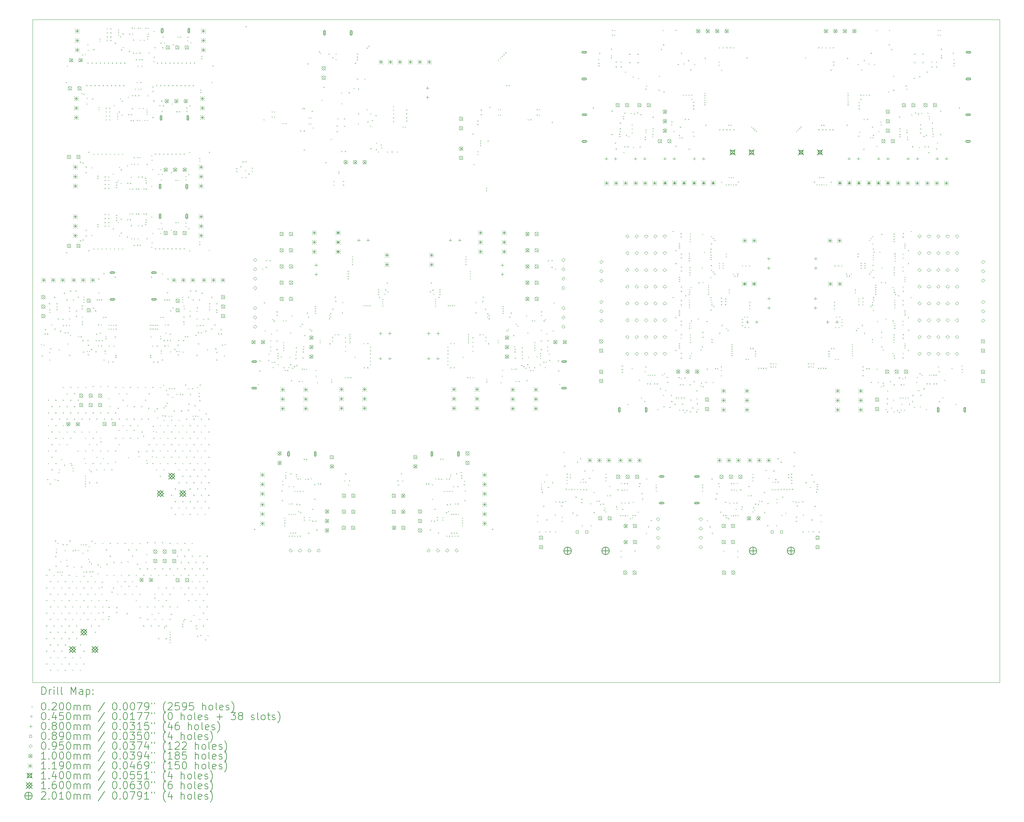
<source format=gbr>
%TF.GenerationSoftware,KiCad,Pcbnew,(6.0.7)*%
%TF.CreationDate,2022-10-27T13:13:03+02:00*%
%TF.ProjectId,stencil,7374656e-6369-46c2-9e6b-696361645f70,rev?*%
%TF.SameCoordinates,Original*%
%TF.FileFunction,Drillmap*%
%TF.FilePolarity,Positive*%
%FSLAX45Y45*%
G04 Gerber Fmt 4.5, Leading zero omitted, Abs format (unit mm)*
G04 Created by KiCad (PCBNEW (6.0.7)) date 2022-10-27 13:13:03*
%MOMM*%
%LPD*%
G01*
G04 APERTURE LIST*
%ADD10C,0.100000*%
%ADD11C,0.200000*%
%ADD12C,0.020000*%
%ADD13C,0.045000*%
%ADD14C,0.080000*%
%ADD15C,0.089000*%
%ADD16C,0.095000*%
%ADD17C,0.119000*%
%ADD18C,0.140000*%
%ADD19C,0.160000*%
%ADD20C,0.201000*%
G04 APERTURE END LIST*
D10*
X6985000Y-5334000D02*
X32893000Y-5334000D01*
X32893000Y-5334000D02*
X32893000Y-23114000D01*
X32893000Y-23114000D02*
X6985000Y-23114000D01*
X6985000Y-23114000D02*
X6985000Y-5334000D01*
D11*
D12*
X7215718Y-14033337D02*
X7235718Y-14053337D01*
X7235718Y-14033337D02*
X7215718Y-14053337D01*
X7228381Y-14336000D02*
X7248381Y-14356000D01*
X7248381Y-14336000D02*
X7228381Y-14356000D01*
X7284381Y-14047113D02*
X7304381Y-14067113D01*
X7304381Y-14047113D02*
X7284381Y-14067113D01*
X7314381Y-13750000D02*
X7334381Y-13770000D01*
X7334381Y-13750000D02*
X7314381Y-13770000D01*
X7322381Y-13631000D02*
X7342381Y-13651000D01*
X7342381Y-13631000D02*
X7322381Y-13651000D01*
X7356131Y-20219204D02*
X7376131Y-20239204D01*
X7376131Y-20219204D02*
X7356131Y-20239204D01*
X7356131Y-20559204D02*
X7376131Y-20579204D01*
X7376131Y-20559204D02*
X7356131Y-20579204D01*
X7356131Y-20899204D02*
X7376131Y-20919204D01*
X7376131Y-20899204D02*
X7356131Y-20919204D01*
X7356131Y-21239204D02*
X7376131Y-21259204D01*
X7376131Y-21239204D02*
X7356131Y-21259204D01*
X7356131Y-21579204D02*
X7376131Y-21599204D01*
X7376131Y-21579204D02*
X7356131Y-21599204D01*
X7356131Y-21919204D02*
X7376131Y-21939204D01*
X7376131Y-21919204D02*
X7356131Y-21939204D01*
X7356131Y-22259204D02*
X7376131Y-22279204D01*
X7376131Y-22259204D02*
X7356131Y-22279204D01*
X7356131Y-22599204D02*
X7376131Y-22619204D01*
X7376131Y-22599204D02*
X7356131Y-22619204D01*
X7380131Y-17656000D02*
X7400131Y-17676000D01*
X7400131Y-17656000D02*
X7380131Y-17676000D01*
X7381381Y-13750000D02*
X7401381Y-13770000D01*
X7401381Y-13750000D02*
X7381381Y-13770000D01*
X7400131Y-15526000D02*
X7420131Y-15546000D01*
X7420131Y-15526000D02*
X7400131Y-15546000D01*
X7400131Y-15866000D02*
X7420131Y-15886000D01*
X7420131Y-15866000D02*
X7400131Y-15886000D01*
X7400131Y-16206000D02*
X7420131Y-16226000D01*
X7420131Y-16206000D02*
X7400131Y-16226000D01*
X7400131Y-16546000D02*
X7420131Y-16566000D01*
X7420131Y-16546000D02*
X7400131Y-16566000D01*
X7400131Y-16886000D02*
X7420131Y-16906000D01*
X7420131Y-16886000D02*
X7400131Y-16906000D01*
X7400131Y-17226000D02*
X7420131Y-17246000D01*
X7420131Y-17226000D02*
X7400131Y-17246000D01*
X7431131Y-20074204D02*
X7451131Y-20094204D01*
X7451131Y-20074204D02*
X7431131Y-20094204D01*
X7432381Y-12936000D02*
X7452381Y-12956000D01*
X7452381Y-12936000D02*
X7432381Y-12956000D01*
X7438381Y-13106000D02*
X7458381Y-13126000D01*
X7458381Y-13106000D02*
X7438381Y-13126000D01*
X7438381Y-13168650D02*
X7458381Y-13188650D01*
X7458381Y-13168650D02*
X7438381Y-13188650D01*
X7438381Y-14246000D02*
X7458381Y-14266000D01*
X7458381Y-14246000D02*
X7438381Y-14266000D01*
X7438381Y-14446000D02*
X7458381Y-14466000D01*
X7458381Y-14446000D02*
X7438381Y-14466000D01*
X7446131Y-17771000D02*
X7466131Y-17791000D01*
X7466131Y-17771000D02*
X7446131Y-17791000D01*
X7456131Y-20389204D02*
X7476131Y-20409204D01*
X7476131Y-20389204D02*
X7456131Y-20409204D01*
X7456131Y-20729204D02*
X7476131Y-20749204D01*
X7476131Y-20729204D02*
X7456131Y-20749204D01*
X7456131Y-21069204D02*
X7476131Y-21089204D01*
X7476131Y-21069204D02*
X7456131Y-21089204D01*
X7456131Y-21409204D02*
X7476131Y-21429204D01*
X7476131Y-21409204D02*
X7456131Y-21429204D01*
X7456131Y-21749204D02*
X7476131Y-21769204D01*
X7476131Y-21749204D02*
X7456131Y-21769204D01*
X7456131Y-22089204D02*
X7476131Y-22109204D01*
X7476131Y-22089204D02*
X7456131Y-22109204D01*
X7456131Y-22429204D02*
X7476131Y-22449204D01*
X7476131Y-22429204D02*
X7456131Y-22449204D01*
X7456131Y-22769204D02*
X7476131Y-22789204D01*
X7476131Y-22769204D02*
X7456131Y-22789204D01*
X7463231Y-14146000D02*
X7483231Y-14166000D01*
X7483231Y-14146000D02*
X7463231Y-14166000D01*
X7488381Y-13506000D02*
X7508381Y-13526000D01*
X7508381Y-13506000D02*
X7488381Y-13526000D01*
X7500131Y-15696000D02*
X7520131Y-15716000D01*
X7520131Y-15696000D02*
X7500131Y-15716000D01*
X7500131Y-16036000D02*
X7520131Y-16056000D01*
X7520131Y-16036000D02*
X7500131Y-16056000D01*
X7500131Y-16376000D02*
X7520131Y-16396000D01*
X7520131Y-16376000D02*
X7500131Y-16396000D01*
X7500131Y-16716000D02*
X7520131Y-16736000D01*
X7520131Y-16716000D02*
X7500131Y-16736000D01*
X7500131Y-17056000D02*
X7520131Y-17076000D01*
X7520131Y-17056000D02*
X7500131Y-17076000D01*
X7500131Y-17396000D02*
X7520131Y-17416000D01*
X7520131Y-17396000D02*
X7500131Y-17416000D01*
X7556131Y-20219204D02*
X7576131Y-20239204D01*
X7576131Y-20219204D02*
X7556131Y-20239204D01*
X7556131Y-20559204D02*
X7576131Y-20579204D01*
X7576131Y-20559204D02*
X7556131Y-20579204D01*
X7556131Y-20899204D02*
X7576131Y-20919204D01*
X7576131Y-20899204D02*
X7556131Y-20919204D01*
X7556131Y-21239204D02*
X7576131Y-21259204D01*
X7576131Y-21239204D02*
X7556131Y-21259204D01*
X7556131Y-21579204D02*
X7576131Y-21599204D01*
X7576131Y-21579204D02*
X7556131Y-21599204D01*
X7556131Y-21919204D02*
X7576131Y-21939204D01*
X7576131Y-21919204D02*
X7556131Y-21939204D01*
X7556131Y-22259204D02*
X7576131Y-22279204D01*
X7576131Y-22259204D02*
X7556131Y-22279204D01*
X7556131Y-22599204D02*
X7576131Y-22619204D01*
X7576131Y-22599204D02*
X7556131Y-22619204D01*
X7568381Y-12766000D02*
X7588381Y-12786000D01*
X7588381Y-12766000D02*
X7568381Y-12786000D01*
X7570131Y-17656000D02*
X7590131Y-17676000D01*
X7590131Y-17656000D02*
X7570131Y-17676000D01*
X7574799Y-13615147D02*
X7594799Y-13635147D01*
X7594799Y-13615147D02*
X7574799Y-13635147D01*
X7591131Y-19304204D02*
X7611131Y-19324204D01*
X7611131Y-19304204D02*
X7591131Y-19324204D01*
X7596131Y-19719204D02*
X7616131Y-19739204D01*
X7616131Y-19719204D02*
X7596131Y-19739204D01*
X7600131Y-15526000D02*
X7620131Y-15546000D01*
X7620131Y-15526000D02*
X7600131Y-15546000D01*
X7600131Y-15866000D02*
X7620131Y-15886000D01*
X7620131Y-15866000D02*
X7600131Y-15886000D01*
X7600131Y-16206000D02*
X7620131Y-16226000D01*
X7620131Y-16206000D02*
X7600131Y-16226000D01*
X7600131Y-16546000D02*
X7620131Y-16566000D01*
X7620131Y-16546000D02*
X7600131Y-16566000D01*
X7600131Y-16886000D02*
X7620131Y-16906000D01*
X7620131Y-16886000D02*
X7600131Y-16906000D01*
X7600131Y-17226000D02*
X7620131Y-17246000D01*
X7620131Y-17226000D02*
X7600131Y-17246000D01*
X7606131Y-19979204D02*
X7626131Y-19999204D01*
X7626131Y-19979204D02*
X7606131Y-19999204D01*
X7616131Y-19519204D02*
X7636131Y-19539204D01*
X7636131Y-19519204D02*
X7616131Y-19539204D01*
X7616131Y-19609204D02*
X7636131Y-19629204D01*
X7636131Y-19609204D02*
X7616131Y-19629204D01*
X7628231Y-13096000D02*
X7648231Y-13116000D01*
X7648231Y-13096000D02*
X7628231Y-13116000D01*
X7628381Y-12936000D02*
X7648381Y-12956000D01*
X7648381Y-12936000D02*
X7628381Y-12956000D01*
X7628381Y-13026000D02*
X7648381Y-13046000D01*
X7648381Y-13026000D02*
X7628381Y-13046000D01*
X7651131Y-20139204D02*
X7671131Y-20159204D01*
X7671131Y-20139204D02*
X7651131Y-20159204D01*
X7656131Y-19369204D02*
X7676131Y-19389204D01*
X7676131Y-19369204D02*
X7656131Y-19389204D01*
X7656131Y-20389204D02*
X7676131Y-20409204D01*
X7676131Y-20389204D02*
X7656131Y-20409204D01*
X7656131Y-20729204D02*
X7676131Y-20749204D01*
X7676131Y-20729204D02*
X7656131Y-20749204D01*
X7656131Y-21069204D02*
X7676131Y-21089204D01*
X7676131Y-21069204D02*
X7656131Y-21089204D01*
X7656131Y-21409204D02*
X7676131Y-21429204D01*
X7676131Y-21409204D02*
X7656131Y-21429204D01*
X7656131Y-21749204D02*
X7676131Y-21769204D01*
X7676131Y-21749204D02*
X7656131Y-21769204D01*
X7656131Y-22089204D02*
X7676131Y-22109204D01*
X7676131Y-22089204D02*
X7656131Y-22109204D01*
X7656131Y-22429204D02*
X7676131Y-22449204D01*
X7676131Y-22429204D02*
X7656131Y-22449204D01*
X7656131Y-22769204D02*
X7676131Y-22789204D01*
X7676131Y-22769204D02*
X7656131Y-22789204D01*
X7660131Y-17676000D02*
X7680131Y-17696000D01*
X7680131Y-17676000D02*
X7660131Y-17696000D01*
X7667643Y-13348319D02*
X7687643Y-13368319D01*
X7687643Y-13348319D02*
X7667643Y-13368319D01*
X7680131Y-17471000D02*
X7700131Y-17491000D01*
X7700131Y-17471000D02*
X7680131Y-17491000D01*
X7688381Y-14176000D02*
X7708381Y-14196000D01*
X7708381Y-14176000D02*
X7688381Y-14196000D01*
X7700131Y-15696000D02*
X7720131Y-15716000D01*
X7720131Y-15696000D02*
X7700131Y-15716000D01*
X7700131Y-16036000D02*
X7720131Y-16056000D01*
X7720131Y-16036000D02*
X7700131Y-16056000D01*
X7700131Y-16376000D02*
X7720131Y-16396000D01*
X7720131Y-16376000D02*
X7700131Y-16396000D01*
X7700131Y-16716000D02*
X7720131Y-16736000D01*
X7720131Y-16716000D02*
X7700131Y-16736000D01*
X7700131Y-17396000D02*
X7720131Y-17416000D01*
X7720131Y-17396000D02*
X7700131Y-17416000D01*
X7713781Y-20139204D02*
X7733781Y-20159204D01*
X7733781Y-20139204D02*
X7713781Y-20159204D01*
X7728381Y-13672000D02*
X7748381Y-13692000D01*
X7748381Y-13672000D02*
X7728381Y-13692000D01*
X7731131Y-19859204D02*
X7751131Y-19879204D01*
X7751131Y-19859204D02*
X7731131Y-19879204D01*
X7756131Y-20219204D02*
X7776131Y-20239204D01*
X7776131Y-20219204D02*
X7756131Y-20239204D01*
X7756131Y-20559204D02*
X7776131Y-20579204D01*
X7776131Y-20559204D02*
X7756131Y-20579204D01*
X7756131Y-20899204D02*
X7776131Y-20919204D01*
X7776131Y-20899204D02*
X7756131Y-20919204D01*
X7756131Y-21239204D02*
X7776131Y-21259204D01*
X7776131Y-21239204D02*
X7756131Y-21259204D01*
X7756131Y-21579204D02*
X7776131Y-21599204D01*
X7776131Y-21579204D02*
X7756131Y-21599204D01*
X7756131Y-21919204D02*
X7776131Y-21939204D01*
X7776131Y-21919204D02*
X7756131Y-21939204D01*
X7756131Y-22259204D02*
X7776131Y-22279204D01*
X7776131Y-22259204D02*
X7756131Y-22279204D01*
X7756131Y-22599204D02*
X7776131Y-22619204D01*
X7776131Y-22599204D02*
X7756131Y-22619204D01*
X7760131Y-17116000D02*
X7780131Y-17136000D01*
X7780131Y-17116000D02*
X7760131Y-17136000D01*
X7776595Y-20138616D02*
X7796595Y-20158616D01*
X7796595Y-20138616D02*
X7776595Y-20158616D01*
X7788381Y-13356000D02*
X7808381Y-13376000D01*
X7808381Y-13356000D02*
X7788381Y-13376000D01*
X7796131Y-19399204D02*
X7816131Y-19419204D01*
X7816131Y-19399204D02*
X7796131Y-19419204D01*
X7800131Y-15186000D02*
X7820131Y-15206000D01*
X7820131Y-15186000D02*
X7800131Y-15206000D01*
X7800131Y-15526000D02*
X7820131Y-15546000D01*
X7820131Y-15526000D02*
X7800131Y-15546000D01*
X7800131Y-15866000D02*
X7820131Y-15886000D01*
X7820131Y-15866000D02*
X7800131Y-15886000D01*
X7800131Y-16206000D02*
X7820131Y-16226000D01*
X7820131Y-16206000D02*
X7800131Y-16226000D01*
X7800131Y-16546000D02*
X7820131Y-16566000D01*
X7820131Y-16546000D02*
X7800131Y-16566000D01*
X7803381Y-13526000D02*
X7823381Y-13546000D01*
X7823381Y-13526000D02*
X7803381Y-13546000D01*
X7828381Y-12656000D02*
X7848381Y-12676000D01*
X7848381Y-12656000D02*
X7828381Y-12676000D01*
X7835131Y-17271000D02*
X7855131Y-17291000D01*
X7855131Y-17271000D02*
X7835131Y-17291000D01*
X7848381Y-13716000D02*
X7868381Y-13736000D01*
X7868381Y-13716000D02*
X7848381Y-13736000D01*
X7851131Y-19559204D02*
X7871131Y-19579204D01*
X7871131Y-19559204D02*
X7851131Y-19579204D01*
X7856131Y-20389204D02*
X7876131Y-20409204D01*
X7876131Y-20389204D02*
X7856131Y-20409204D01*
X7856131Y-20729204D02*
X7876131Y-20749204D01*
X7876131Y-20729204D02*
X7856131Y-20749204D01*
X7856131Y-21069204D02*
X7876131Y-21089204D01*
X7876131Y-21069204D02*
X7856131Y-21089204D01*
X7856131Y-21409204D02*
X7876131Y-21429204D01*
X7876131Y-21409204D02*
X7856131Y-21429204D01*
X7856131Y-21749204D02*
X7876131Y-21769204D01*
X7876131Y-21749204D02*
X7856131Y-21769204D01*
X7856131Y-22089204D02*
X7876131Y-22109204D01*
X7876131Y-22089204D02*
X7856131Y-22109204D01*
X7856131Y-22429204D02*
X7876131Y-22449204D01*
X7876131Y-22429204D02*
X7856131Y-22449204D01*
X7856131Y-22769204D02*
X7876131Y-22789204D01*
X7876131Y-22769204D02*
X7856131Y-22789204D01*
X7880131Y-7006000D02*
X7900131Y-7026000D01*
X7900131Y-7006000D02*
X7880131Y-7026000D01*
X7883381Y-13521000D02*
X7903381Y-13541000D01*
X7903381Y-13521000D02*
X7883381Y-13541000D01*
X7887756Y-11571000D02*
X7907756Y-11591000D01*
X7907756Y-11571000D02*
X7887756Y-11591000D01*
X7891131Y-19814204D02*
X7911131Y-19834204D01*
X7911131Y-19814204D02*
X7891131Y-19834204D01*
X7896131Y-19399204D02*
X7916131Y-19419204D01*
X7916131Y-19399204D02*
X7896131Y-19419204D01*
X7898381Y-12836000D02*
X7918381Y-12856000D01*
X7918381Y-12836000D02*
X7898381Y-12856000D01*
X7900131Y-15356000D02*
X7920131Y-15376000D01*
X7920131Y-15356000D02*
X7900131Y-15376000D01*
X7900131Y-15696000D02*
X7920131Y-15716000D01*
X7920131Y-15696000D02*
X7900131Y-15716000D01*
X7900131Y-16036000D02*
X7920131Y-16056000D01*
X7920131Y-16036000D02*
X7900131Y-16056000D01*
X7900131Y-16376000D02*
X7920131Y-16396000D01*
X7920131Y-16376000D02*
X7900131Y-16396000D01*
X7900131Y-16716000D02*
X7920131Y-16736000D01*
X7920131Y-16716000D02*
X7900131Y-16736000D01*
X7906131Y-19974204D02*
X7926131Y-19994204D01*
X7926131Y-19974204D02*
X7906131Y-19994204D01*
X7908131Y-6566000D02*
X7928131Y-6586000D01*
X7928131Y-6566000D02*
X7908131Y-6586000D01*
X7928381Y-13716000D02*
X7948381Y-13736000D01*
X7948381Y-13716000D02*
X7928381Y-13736000D01*
X7928381Y-14016000D02*
X7948381Y-14036000D01*
X7948381Y-14016000D02*
X7928381Y-14036000D01*
X7956131Y-20219204D02*
X7976131Y-20239204D01*
X7976131Y-20219204D02*
X7956131Y-20239204D01*
X7956131Y-20559204D02*
X7976131Y-20579204D01*
X7976131Y-20559204D02*
X7956131Y-20579204D01*
X7956131Y-20899204D02*
X7976131Y-20919204D01*
X7976131Y-20899204D02*
X7956131Y-20919204D01*
X7956131Y-21239204D02*
X7976131Y-21259204D01*
X7976131Y-21239204D02*
X7956131Y-21259204D01*
X7956131Y-21579204D02*
X7976131Y-21599204D01*
X7976131Y-21579204D02*
X7956131Y-21599204D01*
X7956131Y-21919204D02*
X7976131Y-21939204D01*
X7976131Y-21919204D02*
X7956131Y-21939204D01*
X7956131Y-22599204D02*
X7976131Y-22619204D01*
X7976131Y-22599204D02*
X7956131Y-22619204D01*
X7958381Y-13046000D02*
X7978381Y-13066000D01*
X7978381Y-13046000D02*
X7958381Y-13066000D01*
X7967268Y-13527113D02*
X7987268Y-13547113D01*
X7987268Y-13527113D02*
X7967268Y-13547113D01*
X7968381Y-13146000D02*
X7988381Y-13166000D01*
X7988381Y-13146000D02*
X7968381Y-13166000D01*
X7968381Y-13346000D02*
X7988381Y-13366000D01*
X7988381Y-13346000D02*
X7968381Y-13366000D01*
X7968381Y-14326000D02*
X7988381Y-14346000D01*
X7988381Y-14326000D02*
X7968381Y-14346000D01*
X7981131Y-19304204D02*
X8001131Y-19324204D01*
X8001131Y-19304204D02*
X7981131Y-19324204D01*
X7997268Y-13784887D02*
X8017268Y-13804887D01*
X8017268Y-13784887D02*
X7997268Y-13804887D01*
X7998381Y-12596000D02*
X8018381Y-12616000D01*
X8018381Y-12596000D02*
X7998381Y-12616000D01*
X8000131Y-15186000D02*
X8020131Y-15206000D01*
X8020131Y-15186000D02*
X8000131Y-15206000D01*
X8000131Y-15526000D02*
X8020131Y-15546000D01*
X8020131Y-15526000D02*
X8000131Y-15546000D01*
X8000131Y-15866000D02*
X8020131Y-15886000D01*
X8020131Y-15866000D02*
X8000131Y-15886000D01*
X8000131Y-16546000D02*
X8020131Y-16566000D01*
X8020131Y-16546000D02*
X8000131Y-16566000D01*
X8000131Y-17226000D02*
X8020131Y-17246000D01*
X8020131Y-17226000D02*
X8000131Y-17246000D01*
X8030131Y-17271000D02*
X8050131Y-17291000D01*
X8050131Y-17271000D02*
X8030131Y-17291000D01*
X8056131Y-20389204D02*
X8076131Y-20409204D01*
X8076131Y-20389204D02*
X8056131Y-20409204D01*
X8056131Y-20729204D02*
X8076131Y-20749204D01*
X8076131Y-20729204D02*
X8056131Y-20749204D01*
X8056131Y-21069204D02*
X8076131Y-21089204D01*
X8076131Y-21069204D02*
X8056131Y-21089204D01*
X8056131Y-21409204D02*
X8076131Y-21429204D01*
X8076131Y-21409204D02*
X8056131Y-21429204D01*
X8056131Y-21749204D02*
X8076131Y-21769204D01*
X8076131Y-21749204D02*
X8056131Y-21769204D01*
X8056131Y-22429204D02*
X8076131Y-22449204D01*
X8076131Y-22429204D02*
X8056131Y-22449204D01*
X8056131Y-22769204D02*
X8076131Y-22789204D01*
X8076131Y-22769204D02*
X8056131Y-22789204D01*
X8060131Y-17351000D02*
X8080131Y-17371000D01*
X8080131Y-17351000D02*
X8060131Y-17371000D01*
X8061131Y-19564204D02*
X8081131Y-19584204D01*
X8081131Y-19564204D02*
X8061131Y-19584204D01*
X8061381Y-17417250D02*
X8081381Y-17437250D01*
X8081381Y-17417250D02*
X8061381Y-17437250D01*
X8068381Y-12836000D02*
X8088381Y-12856000D01*
X8088381Y-12836000D02*
X8068381Y-12856000D01*
X8086131Y-19999204D02*
X8106131Y-20019204D01*
X8106131Y-19999204D02*
X8086131Y-20019204D01*
X8100131Y-15356000D02*
X8120131Y-15376000D01*
X8120131Y-15356000D02*
X8100131Y-15376000D01*
X8100131Y-15696000D02*
X8120131Y-15716000D01*
X8120131Y-15696000D02*
X8100131Y-15716000D01*
X8100131Y-16036000D02*
X8120131Y-16056000D01*
X8120131Y-16036000D02*
X8100131Y-16056000D01*
X8100131Y-16376000D02*
X8120131Y-16396000D01*
X8120131Y-16376000D02*
X8100131Y-16396000D01*
X8126131Y-19549204D02*
X8146131Y-19569204D01*
X8146131Y-19549204D02*
X8126131Y-19569204D01*
X8138381Y-12596000D02*
X8158381Y-12616000D01*
X8158381Y-12596000D02*
X8138381Y-12616000D01*
X8151031Y-13136000D02*
X8171031Y-13156000D01*
X8171031Y-13136000D02*
X8151031Y-13156000D01*
X8151031Y-13276000D02*
X8171031Y-13296000D01*
X8171031Y-13276000D02*
X8151031Y-13296000D01*
X8156131Y-20249204D02*
X8176131Y-20269204D01*
X8176131Y-20249204D02*
X8156131Y-20269204D01*
X8156131Y-20559204D02*
X8176131Y-20579204D01*
X8176131Y-20559204D02*
X8156131Y-20579204D01*
X8156131Y-20899204D02*
X8176131Y-20919204D01*
X8176131Y-20899204D02*
X8156131Y-20919204D01*
X8156131Y-21239204D02*
X8176131Y-21259204D01*
X8176131Y-21239204D02*
X8156131Y-21259204D01*
X8156131Y-21579204D02*
X8176131Y-21599204D01*
X8176131Y-21579204D02*
X8156131Y-21599204D01*
X8156131Y-21919204D02*
X8176131Y-21939204D01*
X8176131Y-21919204D02*
X8156131Y-21939204D01*
X8156131Y-22599204D02*
X8176131Y-22619204D01*
X8176131Y-22599204D02*
X8156131Y-22619204D01*
X8195731Y-12766000D02*
X8215731Y-12786000D01*
X8215731Y-12766000D02*
X8195731Y-12786000D01*
X8200131Y-15186000D02*
X8220131Y-15206000D01*
X8220131Y-15186000D02*
X8200131Y-15206000D01*
X8200131Y-15526000D02*
X8220131Y-15546000D01*
X8220131Y-15526000D02*
X8200131Y-15546000D01*
X8200131Y-15866000D02*
X8220131Y-15886000D01*
X8220131Y-15866000D02*
X8200131Y-15886000D01*
X8200131Y-16886000D02*
X8220131Y-16906000D01*
X8220131Y-16886000D02*
X8200131Y-16906000D01*
X8215788Y-13823316D02*
X8235788Y-13843316D01*
X8235788Y-13823316D02*
X8215788Y-13843316D01*
X8216131Y-19554204D02*
X8236131Y-19574204D01*
X8236131Y-19554204D02*
X8216131Y-19574204D01*
X8256131Y-20389204D02*
X8276131Y-20409204D01*
X8276131Y-20389204D02*
X8256131Y-20409204D01*
X8256131Y-20729204D02*
X8276131Y-20749204D01*
X8276131Y-20729204D02*
X8256131Y-20749204D01*
X8256131Y-21069204D02*
X8276131Y-21089204D01*
X8276131Y-21069204D02*
X8256131Y-21089204D01*
X8256131Y-21409204D02*
X8276131Y-21429204D01*
X8276131Y-21409204D02*
X8256131Y-21429204D01*
X8256131Y-22089204D02*
X8276131Y-22109204D01*
X8276131Y-22089204D02*
X8256131Y-22109204D01*
X8256131Y-22429204D02*
X8276131Y-22449204D01*
X8276131Y-22429204D02*
X8256131Y-22449204D01*
X8256131Y-22769204D02*
X8276131Y-22789204D01*
X8276131Y-22769204D02*
X8256131Y-22789204D01*
X8262756Y-9142000D02*
X8282756Y-9162000D01*
X8282756Y-9142000D02*
X8262756Y-9162000D01*
X8262756Y-11251000D02*
X8282756Y-11271000D01*
X8282756Y-11251000D02*
X8262756Y-11271000D01*
X8278381Y-13826000D02*
X8298381Y-13846000D01*
X8298381Y-13826000D02*
X8278381Y-13846000D01*
X8280426Y-19399168D02*
X8300426Y-19419168D01*
X8300426Y-19399168D02*
X8280426Y-19419168D01*
X8286131Y-19999204D02*
X8306131Y-20019204D01*
X8306131Y-19999204D02*
X8286131Y-20019204D01*
X8290131Y-7301000D02*
X8310131Y-7321000D01*
X8310131Y-7301000D02*
X8290131Y-7321000D01*
X8300131Y-16036000D02*
X8320131Y-16056000D01*
X8320131Y-16036000D02*
X8300131Y-16056000D01*
X8300131Y-16376000D02*
X8320131Y-16396000D01*
X8320131Y-16376000D02*
X8300131Y-16396000D01*
X8304381Y-13076000D02*
X8324381Y-13096000D01*
X8324381Y-13076000D02*
X8304381Y-13096000D01*
X8311771Y-13001593D02*
X8331771Y-13021593D01*
X8331771Y-13001593D02*
X8311771Y-13021593D01*
X8313381Y-13491000D02*
X8333381Y-13511000D01*
X8333381Y-13491000D02*
X8313381Y-13511000D01*
X8318131Y-6271000D02*
X8338131Y-6291000D01*
X8338131Y-6271000D02*
X8318131Y-6291000D01*
X8318381Y-13296000D02*
X8338381Y-13316000D01*
X8338381Y-13296000D02*
X8318381Y-13316000D01*
X8318381Y-13426000D02*
X8338381Y-13446000D01*
X8338381Y-13426000D02*
X8318381Y-13446000D01*
X8326131Y-19629204D02*
X8346131Y-19649204D01*
X8346131Y-19629204D02*
X8326131Y-19649204D01*
X8327756Y-9162000D02*
X8347756Y-9182000D01*
X8347756Y-9162000D02*
X8327756Y-9182000D01*
X8327756Y-11231000D02*
X8347756Y-11251000D01*
X8347756Y-11231000D02*
X8327756Y-11251000D01*
X8328381Y-13926000D02*
X8348381Y-13946000D01*
X8348381Y-13926000D02*
X8328381Y-13946000D01*
X8338381Y-14236000D02*
X8358381Y-14256000D01*
X8358381Y-14236000D02*
X8338381Y-14256000D01*
X8343075Y-19399560D02*
X8363075Y-19419560D01*
X8363075Y-19399560D02*
X8343075Y-19419560D01*
X8348358Y-12896000D02*
X8368358Y-12916000D01*
X8368358Y-12896000D02*
X8348358Y-12916000D01*
X8348377Y-12765148D02*
X8368377Y-12785148D01*
X8368377Y-12765148D02*
X8348377Y-12785148D01*
X8348681Y-12827798D02*
X8368681Y-12847798D01*
X8368681Y-12827798D02*
X8348681Y-12847798D01*
X8351131Y-20139204D02*
X8371131Y-20159204D01*
X8371131Y-20139204D02*
X8351131Y-20159204D01*
X8355131Y-7321000D02*
X8375131Y-7341000D01*
X8375131Y-7321000D02*
X8355131Y-7341000D01*
X8356131Y-20249204D02*
X8376131Y-20269204D01*
X8376131Y-20249204D02*
X8356131Y-20269204D01*
X8356131Y-20559204D02*
X8376131Y-20579204D01*
X8376131Y-20559204D02*
X8356131Y-20579204D01*
X8356131Y-20899204D02*
X8376131Y-20919204D01*
X8376131Y-20899204D02*
X8356131Y-20919204D01*
X8356131Y-21239204D02*
X8376131Y-21259204D01*
X8376131Y-21239204D02*
X8356131Y-21259204D01*
X8356131Y-22259204D02*
X8376131Y-22279204D01*
X8376131Y-22259204D02*
X8356131Y-22279204D01*
X8356131Y-22599204D02*
X8376131Y-22619204D01*
X8376131Y-22599204D02*
X8356131Y-22619204D01*
X8365131Y-17091000D02*
X8385131Y-17111000D01*
X8385131Y-17091000D02*
X8365131Y-17111000D01*
X8383131Y-6251000D02*
X8403131Y-6271000D01*
X8403131Y-6251000D02*
X8383131Y-6271000D01*
X8395131Y-17561000D02*
X8415131Y-17581000D01*
X8415131Y-17561000D02*
X8395131Y-17581000D01*
X8395131Y-17631000D02*
X8415131Y-17651000D01*
X8415131Y-17631000D02*
X8395131Y-17651000D01*
X8395131Y-17701000D02*
X8415131Y-17721000D01*
X8415131Y-17701000D02*
X8395131Y-17721000D01*
X8395131Y-17771000D02*
X8415131Y-17791000D01*
X8415131Y-17771000D02*
X8395131Y-17791000D01*
X8395131Y-17841000D02*
X8415131Y-17861000D01*
X8415131Y-17841000D02*
X8395131Y-17861000D01*
X8400131Y-15186000D02*
X8420131Y-15206000D01*
X8420131Y-15186000D02*
X8400131Y-15206000D01*
X8400131Y-15866000D02*
X8420131Y-15886000D01*
X8420131Y-15866000D02*
X8400131Y-15886000D01*
X8400131Y-16546000D02*
X8420131Y-16566000D01*
X8420131Y-16546000D02*
X8400131Y-16566000D01*
X8400131Y-16886000D02*
X8420131Y-16906000D01*
X8420131Y-16886000D02*
X8400131Y-16906000D01*
X8400131Y-17226000D02*
X8420131Y-17246000D01*
X8420131Y-17226000D02*
X8400131Y-17246000D01*
X8405724Y-19399176D02*
X8425724Y-19419176D01*
X8425724Y-19399176D02*
X8405724Y-19419176D01*
X8407606Y-9422000D02*
X8427606Y-9442000D01*
X8427606Y-9422000D02*
X8407606Y-9442000D01*
X8407606Y-10971000D02*
X8427606Y-10991000D01*
X8427606Y-10971000D02*
X8407606Y-10991000D01*
X8415113Y-9271000D02*
X8435113Y-9291000D01*
X8435113Y-9271000D02*
X8415113Y-9291000D01*
X8415113Y-11122000D02*
X8435113Y-11142000D01*
X8435113Y-11122000D02*
X8415113Y-11142000D01*
X8421131Y-20139204D02*
X8441131Y-20159204D01*
X8441131Y-20139204D02*
X8421131Y-20159204D01*
X8430131Y-7086000D02*
X8450131Y-7106000D01*
X8450131Y-7086000D02*
X8430131Y-7106000D01*
X8434981Y-7581000D02*
X8454981Y-7601000D01*
X8454981Y-7581000D02*
X8434981Y-7601000D01*
X8442268Y-14219887D02*
X8462268Y-14239887D01*
X8462268Y-14219887D02*
X8442268Y-14239887D01*
X8442488Y-7430000D02*
X8462488Y-7450000D01*
X8462488Y-7430000D02*
X8442488Y-7450000D01*
X8456131Y-19559204D02*
X8476131Y-19579204D01*
X8476131Y-19559204D02*
X8456131Y-19579204D01*
X8456131Y-20389204D02*
X8476131Y-20409204D01*
X8476131Y-20389204D02*
X8456131Y-20409204D01*
X8456131Y-20729204D02*
X8476131Y-20749204D01*
X8476131Y-20729204D02*
X8456131Y-20749204D01*
X8456131Y-21069204D02*
X8476131Y-21089204D01*
X8476131Y-21069204D02*
X8456131Y-21089204D01*
X8456131Y-21409204D02*
X8476131Y-21429204D01*
X8476131Y-21409204D02*
X8456131Y-21429204D01*
X8458131Y-6486000D02*
X8478131Y-6506000D01*
X8478131Y-6486000D02*
X8458131Y-6506000D01*
X8458381Y-13926000D02*
X8478381Y-13946000D01*
X8478381Y-13926000D02*
X8458381Y-13946000D01*
X8462981Y-5991000D02*
X8482981Y-6011000D01*
X8482981Y-5991000D02*
X8462981Y-6011000D01*
X8469053Y-14308686D02*
X8489053Y-14328686D01*
X8489053Y-14308686D02*
X8469053Y-14328686D01*
X8470488Y-6142000D02*
X8490488Y-6162000D01*
X8490488Y-6142000D02*
X8470488Y-6162000D01*
X8473381Y-14053707D02*
X8493381Y-14073707D01*
X8493381Y-14053707D02*
X8473381Y-14073707D01*
X8476131Y-19789204D02*
X8496131Y-19809204D01*
X8496131Y-19789204D02*
X8476131Y-19809204D01*
X8482756Y-8877000D02*
X8502756Y-8897000D01*
X8502756Y-8877000D02*
X8482756Y-8897000D01*
X8482756Y-11516000D02*
X8502756Y-11536000D01*
X8502756Y-11516000D02*
X8482756Y-11536000D01*
X8496131Y-19449204D02*
X8516131Y-19469204D01*
X8516131Y-19449204D02*
X8496131Y-19469204D01*
X8500131Y-16036000D02*
X8520131Y-16056000D01*
X8520131Y-16036000D02*
X8500131Y-16056000D01*
X8500131Y-16376000D02*
X8520131Y-16396000D01*
X8520131Y-16376000D02*
X8500131Y-16396000D01*
X8500131Y-16716000D02*
X8520131Y-16736000D01*
X8520131Y-16716000D02*
X8500131Y-16736000D01*
X8500131Y-17396000D02*
X8520131Y-17416000D01*
X8520131Y-17396000D02*
X8500131Y-17416000D01*
X8500131Y-17736000D02*
X8520131Y-17756000D01*
X8520131Y-17736000D02*
X8500131Y-17756000D01*
X8502244Y-19863091D02*
X8522244Y-19883091D01*
X8522244Y-19863091D02*
X8502244Y-19883091D01*
X8504908Y-14221028D02*
X8524908Y-14241028D01*
X8524908Y-14221028D02*
X8504908Y-14241028D01*
X8516131Y-20134204D02*
X8536131Y-20154204D01*
X8536131Y-20134204D02*
X8516131Y-20154204D01*
X8540131Y-7086000D02*
X8560131Y-7106000D01*
X8560131Y-7086000D02*
X8540131Y-7106000D01*
X8545131Y-17441000D02*
X8565131Y-17461000D01*
X8565131Y-17441000D02*
X8545131Y-17461000D01*
X8556131Y-19914204D02*
X8576131Y-19934204D01*
X8576131Y-19914204D02*
X8556131Y-19934204D01*
X8556131Y-20249204D02*
X8576131Y-20269204D01*
X8576131Y-20249204D02*
X8556131Y-20269204D01*
X8556131Y-20559204D02*
X8576131Y-20579204D01*
X8576131Y-20559204D02*
X8556131Y-20579204D01*
X8556131Y-20899204D02*
X8576131Y-20919204D01*
X8576131Y-20899204D02*
X8556131Y-20919204D01*
X8556131Y-21239204D02*
X8576131Y-21259204D01*
X8576131Y-21239204D02*
X8556131Y-21259204D01*
X8556131Y-21579204D02*
X8576131Y-21599204D01*
X8576131Y-21579204D02*
X8556131Y-21599204D01*
X8557381Y-14162701D02*
X8577381Y-14182701D01*
X8577381Y-14162701D02*
X8557381Y-14182701D01*
X8562756Y-9292000D02*
X8582756Y-9312000D01*
X8582756Y-9292000D02*
X8562756Y-9312000D01*
X8562756Y-11101000D02*
X8582756Y-11121000D01*
X8582756Y-11101000D02*
X8562756Y-11121000D01*
X8566131Y-19309204D02*
X8586131Y-19329204D01*
X8586131Y-19309204D02*
X8566131Y-19329204D01*
X8568131Y-6486000D02*
X8588131Y-6506000D01*
X8588131Y-6486000D02*
X8568131Y-6506000D01*
X8590131Y-7451000D02*
X8610131Y-7471000D01*
X8610131Y-7451000D02*
X8590131Y-7471000D01*
X8590131Y-16871000D02*
X8610131Y-16891000D01*
X8610131Y-16871000D02*
X8590131Y-16891000D01*
X8591131Y-20124204D02*
X8611131Y-20144204D01*
X8611131Y-20124204D02*
X8591131Y-20144204D01*
X8600131Y-15161000D02*
X8620131Y-15181000D01*
X8620131Y-15161000D02*
X8600131Y-15181000D01*
X8600131Y-15866000D02*
X8620131Y-15886000D01*
X8620131Y-15866000D02*
X8600131Y-15886000D01*
X8600131Y-16546000D02*
X8620131Y-16566000D01*
X8620131Y-16546000D02*
X8600131Y-16566000D01*
X8600131Y-17226000D02*
X8620131Y-17246000D01*
X8620131Y-17226000D02*
X8600131Y-17246000D01*
X8608381Y-13056000D02*
X8628381Y-13076000D01*
X8628381Y-13056000D02*
X8608381Y-13076000D01*
X8618131Y-6121000D02*
X8638131Y-6141000D01*
X8638131Y-6121000D02*
X8618131Y-6141000D01*
X8622756Y-8927000D02*
X8642756Y-8947000D01*
X8642756Y-8927000D02*
X8622756Y-8947000D01*
X8622756Y-11466000D02*
X8642756Y-11486000D01*
X8642756Y-11466000D02*
X8622756Y-11486000D01*
X8650131Y-7086000D02*
X8670131Y-7106000D01*
X8670131Y-7086000D02*
X8650131Y-7106000D01*
X8656131Y-19369204D02*
X8676131Y-19389204D01*
X8676131Y-19369204D02*
X8656131Y-19389204D01*
X8656131Y-20389204D02*
X8676131Y-20409204D01*
X8676131Y-20389204D02*
X8656131Y-20409204D01*
X8656131Y-20729204D02*
X8676131Y-20749204D01*
X8676131Y-20729204D02*
X8656131Y-20749204D01*
X8656131Y-21069204D02*
X8676131Y-21089204D01*
X8676131Y-21069204D02*
X8656131Y-21089204D01*
X8656131Y-21409204D02*
X8676131Y-21429204D01*
X8676131Y-21409204D02*
X8656131Y-21429204D01*
X8656131Y-21749204D02*
X8676131Y-21769204D01*
X8676131Y-21749204D02*
X8656131Y-21769204D01*
X8668381Y-13131000D02*
X8688381Y-13151000D01*
X8688381Y-13131000D02*
X8668381Y-13151000D01*
X8677268Y-14229887D02*
X8697268Y-14249887D01*
X8697268Y-14229887D02*
X8677268Y-14249887D01*
X8678131Y-6486000D02*
X8698131Y-6506000D01*
X8698131Y-6486000D02*
X8678131Y-6506000D01*
X8678381Y-13926000D02*
X8698381Y-13946000D01*
X8698381Y-13926000D02*
X8678381Y-13946000D01*
X8688381Y-13756000D02*
X8708381Y-13776000D01*
X8708381Y-13756000D02*
X8688381Y-13776000D01*
X8700131Y-16036000D02*
X8720131Y-16056000D01*
X8720131Y-16036000D02*
X8700131Y-16056000D01*
X8700131Y-16376000D02*
X8720131Y-16396000D01*
X8720131Y-16376000D02*
X8700131Y-16396000D01*
X8700131Y-16716000D02*
X8720131Y-16736000D01*
X8720131Y-16716000D02*
X8700131Y-16736000D01*
X8700131Y-17056000D02*
X8720131Y-17076000D01*
X8720131Y-17056000D02*
X8700131Y-17076000D01*
X8700131Y-17396000D02*
X8720131Y-17416000D01*
X8720131Y-17396000D02*
X8700131Y-17416000D01*
X8700131Y-17736000D02*
X8720131Y-17756000D01*
X8720131Y-17736000D02*
X8700131Y-17756000D01*
X8708381Y-12836000D02*
X8728381Y-12856000D01*
X8728381Y-12836000D02*
X8708381Y-12856000D01*
X8727756Y-9517000D02*
X8747756Y-9537000D01*
X8747756Y-9517000D02*
X8727756Y-9537000D01*
X8727756Y-9577000D02*
X8747756Y-9597000D01*
X8747756Y-9577000D02*
X8727756Y-9597000D01*
X8727756Y-10816000D02*
X8747756Y-10836000D01*
X8747756Y-10816000D02*
X8727756Y-10836000D01*
X8727756Y-10876000D02*
X8747756Y-10896000D01*
X8747756Y-10876000D02*
X8727756Y-10896000D01*
X8731131Y-20180591D02*
X8751131Y-20200591D01*
X8751131Y-20180591D02*
X8731131Y-20200591D01*
X8732756Y-8927000D02*
X8752756Y-8947000D01*
X8752756Y-8927000D02*
X8732756Y-8947000D01*
X8732756Y-11466000D02*
X8752756Y-11486000D01*
X8752756Y-11466000D02*
X8732756Y-11486000D01*
X8736131Y-19939204D02*
X8756131Y-19959204D01*
X8756131Y-19939204D02*
X8736131Y-19959204D01*
X8737268Y-14067113D02*
X8757268Y-14087113D01*
X8757268Y-14067113D02*
X8737268Y-14087113D01*
X8743381Y-13506000D02*
X8763381Y-13526000D01*
X8763381Y-13506000D02*
X8743381Y-13526000D01*
X8748381Y-12276000D02*
X8768381Y-12296000D01*
X8768381Y-12276000D02*
X8748381Y-12296000D01*
X8754381Y-13926000D02*
X8774381Y-13946000D01*
X8774381Y-13926000D02*
X8754381Y-13946000D01*
X8755131Y-7676000D02*
X8775131Y-7696000D01*
X8775131Y-7676000D02*
X8755131Y-7696000D01*
X8755131Y-7736000D02*
X8775131Y-7756000D01*
X8775131Y-7736000D02*
X8755131Y-7756000D01*
X8756131Y-20559204D02*
X8776131Y-20579204D01*
X8776131Y-20559204D02*
X8756131Y-20579204D01*
X8756131Y-20899204D02*
X8776131Y-20919204D01*
X8776131Y-20899204D02*
X8756131Y-20919204D01*
X8756131Y-21239204D02*
X8776131Y-21259204D01*
X8776131Y-21239204D02*
X8756131Y-21259204D01*
X8756131Y-21579204D02*
X8776131Y-21599204D01*
X8776131Y-21579204D02*
X8756131Y-21599204D01*
X8758381Y-12646000D02*
X8778381Y-12666000D01*
X8778381Y-12646000D02*
X8758381Y-12666000D01*
X8760131Y-7086000D02*
X8780131Y-7106000D01*
X8780131Y-7086000D02*
X8760131Y-7106000D01*
X8768381Y-12836000D02*
X8788381Y-12856000D01*
X8788381Y-12836000D02*
X8768381Y-12856000D01*
X8783131Y-5836000D02*
X8803131Y-5856000D01*
X8803131Y-5836000D02*
X8783131Y-5856000D01*
X8783131Y-5896000D02*
X8803131Y-5916000D01*
X8803131Y-5896000D02*
X8783131Y-5916000D01*
X8788131Y-6486000D02*
X8808131Y-6506000D01*
X8808131Y-6486000D02*
X8788131Y-6506000D01*
X8794381Y-13726000D02*
X8814381Y-13746000D01*
X8814381Y-13726000D02*
X8794381Y-13746000D01*
X8800131Y-15161000D02*
X8820131Y-15181000D01*
X8820131Y-15161000D02*
X8800131Y-15181000D01*
X8800131Y-15866000D02*
X8820131Y-15886000D01*
X8820131Y-15866000D02*
X8800131Y-15886000D01*
X8800131Y-16546000D02*
X8820131Y-16566000D01*
X8820131Y-16546000D02*
X8800131Y-16566000D01*
X8800131Y-16886000D02*
X8820131Y-16906000D01*
X8820131Y-16886000D02*
X8800131Y-16906000D01*
X8800131Y-17226000D02*
X8820131Y-17246000D01*
X8820131Y-17226000D02*
X8800131Y-17246000D01*
X8801131Y-20004204D02*
X8821131Y-20024204D01*
X8821131Y-20004204D02*
X8801131Y-20024204D01*
X8805131Y-16646000D02*
X8825131Y-16666000D01*
X8825131Y-16646000D02*
X8805131Y-16666000D01*
X8813381Y-13506000D02*
X8833381Y-13526000D01*
X8833381Y-13506000D02*
X8813381Y-13526000D01*
X8825318Y-14070850D02*
X8845318Y-14090850D01*
X8845318Y-14070850D02*
X8825318Y-14090850D01*
X8828381Y-12836000D02*
X8848381Y-12856000D01*
X8848381Y-12836000D02*
X8828381Y-12856000D01*
X8831131Y-20729204D02*
X8851131Y-20749204D01*
X8851131Y-20729204D02*
X8831131Y-20749204D01*
X8836131Y-20544204D02*
X8856131Y-20564204D01*
X8856131Y-20544204D02*
X8836131Y-20564204D01*
X8842756Y-8927000D02*
X8862756Y-8947000D01*
X8862756Y-8927000D02*
X8842756Y-8947000D01*
X8842756Y-11466000D02*
X8862756Y-11486000D01*
X8862756Y-11466000D02*
X8842756Y-11486000D01*
X8843381Y-13926000D02*
X8863381Y-13946000D01*
X8863381Y-13926000D02*
X8843381Y-13946000D01*
X8846131Y-20409204D02*
X8866131Y-20429204D01*
X8866131Y-20409204D02*
X8846131Y-20429204D01*
X8856131Y-19369204D02*
X8876131Y-19389204D01*
X8876131Y-19369204D02*
X8856131Y-19389204D01*
X8856131Y-21069204D02*
X8876131Y-21089204D01*
X8876131Y-21069204D02*
X8856131Y-21089204D01*
X8856131Y-21409204D02*
X8876131Y-21429204D01*
X8876131Y-21409204D02*
X8856131Y-21429204D01*
X8870131Y-7086000D02*
X8890131Y-7106000D01*
X8890131Y-7086000D02*
X8870131Y-7106000D01*
X8871131Y-21219204D02*
X8891131Y-21239204D01*
X8891131Y-21219204D02*
X8871131Y-21239204D01*
X8875131Y-17091000D02*
X8895131Y-17111000D01*
X8895131Y-17091000D02*
X8875131Y-17111000D01*
X8878381Y-13306000D02*
X8898381Y-13326000D01*
X8898381Y-13306000D02*
X8878381Y-13326000D01*
X8888381Y-12136000D02*
X8908381Y-12156000D01*
X8908381Y-12136000D02*
X8888381Y-12156000D01*
X8893381Y-14446000D02*
X8913381Y-14466000D01*
X8913381Y-14446000D02*
X8893381Y-14466000D01*
X8898131Y-6486000D02*
X8918131Y-6506000D01*
X8918131Y-6486000D02*
X8898131Y-6506000D01*
X8900131Y-16036000D02*
X8920131Y-16056000D01*
X8920131Y-16036000D02*
X8900131Y-16056000D01*
X8900131Y-17396000D02*
X8920131Y-17416000D01*
X8920131Y-17396000D02*
X8900131Y-17416000D01*
X8922756Y-9537000D02*
X8942756Y-9557000D01*
X8942756Y-9537000D02*
X8922756Y-9557000D01*
X8922756Y-9632000D02*
X8942756Y-9652000D01*
X8942756Y-9632000D02*
X8922756Y-9652000D01*
X8922756Y-9742000D02*
X8942756Y-9762000D01*
X8942756Y-9742000D02*
X8922756Y-9762000D01*
X8922756Y-9847000D02*
X8942756Y-9867000D01*
X8942756Y-9847000D02*
X8922756Y-9867000D01*
X8922756Y-10546000D02*
X8942756Y-10566000D01*
X8942756Y-10546000D02*
X8922756Y-10566000D01*
X8922756Y-10651000D02*
X8942756Y-10671000D01*
X8942756Y-10651000D02*
X8922756Y-10671000D01*
X8922756Y-10761000D02*
X8942756Y-10781000D01*
X8942756Y-10761000D02*
X8922756Y-10781000D01*
X8922756Y-10856000D02*
X8942756Y-10876000D01*
X8942756Y-10856000D02*
X8922756Y-10876000D01*
X8923381Y-14206150D02*
X8943381Y-14226150D01*
X8943381Y-14206150D02*
X8923381Y-14226150D01*
X8924631Y-14269750D02*
X8944631Y-14289750D01*
X8944631Y-14269750D02*
X8924631Y-14289750D01*
X8938381Y-13306000D02*
X8958381Y-13326000D01*
X8958381Y-13306000D02*
X8938381Y-13326000D01*
X8943381Y-13811000D02*
X8963381Y-13831000D01*
X8963381Y-13811000D02*
X8943381Y-13831000D01*
X8943381Y-13876000D02*
X8963381Y-13896000D01*
X8963381Y-13876000D02*
X8943381Y-13896000D01*
X8950131Y-7696000D02*
X8970131Y-7716000D01*
X8970131Y-7696000D02*
X8950131Y-7716000D01*
X8950131Y-7791000D02*
X8970131Y-7811000D01*
X8970131Y-7791000D02*
X8950131Y-7811000D01*
X8950131Y-7901000D02*
X8970131Y-7921000D01*
X8970131Y-7901000D02*
X8950131Y-7921000D01*
X8950131Y-8006000D02*
X8970131Y-8026000D01*
X8970131Y-8006000D02*
X8950131Y-8026000D01*
X8952756Y-8927000D02*
X8972756Y-8947000D01*
X8972756Y-8927000D02*
X8952756Y-8947000D01*
X8952756Y-11466000D02*
X8972756Y-11486000D01*
X8972756Y-11466000D02*
X8952756Y-11486000D01*
X8956131Y-19539204D02*
X8976131Y-19559204D01*
X8976131Y-19539204D02*
X8956131Y-19559204D01*
X8956131Y-20899204D02*
X8976131Y-20919204D01*
X8976131Y-20899204D02*
X8956131Y-20919204D01*
X8971131Y-19929204D02*
X8991131Y-19949204D01*
X8991131Y-19929204D02*
X8971131Y-19949204D01*
X8976131Y-20219204D02*
X8996131Y-20239204D01*
X8996131Y-20219204D02*
X8976131Y-20239204D01*
X8978131Y-5566000D02*
X8998131Y-5586000D01*
X8998131Y-5566000D02*
X8978131Y-5586000D01*
X8978131Y-5671000D02*
X8998131Y-5691000D01*
X8998131Y-5671000D02*
X8978131Y-5691000D01*
X8978131Y-5781000D02*
X8998131Y-5801000D01*
X8998131Y-5781000D02*
X8978131Y-5801000D01*
X8978131Y-5876000D02*
X8998131Y-5896000D01*
X8998131Y-5876000D02*
X8978131Y-5896000D01*
X8980131Y-7086000D02*
X9000131Y-7106000D01*
X9000131Y-7086000D02*
X8980131Y-7106000D01*
X9000131Y-15161000D02*
X9020131Y-15181000D01*
X9020131Y-15161000D02*
X9000131Y-15181000D01*
X9000131Y-15866000D02*
X9020131Y-15886000D01*
X9020131Y-15866000D02*
X9000131Y-15886000D01*
X9000131Y-16886000D02*
X9020131Y-16906000D01*
X9020131Y-16886000D02*
X9000131Y-16906000D01*
X9000131Y-17226000D02*
X9020131Y-17246000D01*
X9020131Y-17226000D02*
X9000131Y-17246000D01*
X9008131Y-6486000D02*
X9028131Y-6506000D01*
X9028131Y-6486000D02*
X9008131Y-6506000D01*
X9011131Y-21404204D02*
X9031131Y-21424204D01*
X9031131Y-21404204D02*
X9011131Y-21424204D01*
X9013381Y-14501000D02*
X9033381Y-14521000D01*
X9033381Y-14501000D02*
X9013381Y-14521000D01*
X9017756Y-9537000D02*
X9037756Y-9557000D01*
X9037756Y-9537000D02*
X9017756Y-9557000D01*
X9017756Y-9632000D02*
X9037756Y-9652000D01*
X9037756Y-9632000D02*
X9017756Y-9652000D01*
X9017756Y-9742000D02*
X9037756Y-9762000D01*
X9037756Y-9742000D02*
X9017756Y-9762000D01*
X9017756Y-9847000D02*
X9037756Y-9867000D01*
X9037756Y-9847000D02*
X9017756Y-9867000D01*
X9017756Y-10546000D02*
X9037756Y-10566000D01*
X9037756Y-10546000D02*
X9017756Y-10566000D01*
X9017756Y-10651000D02*
X9037756Y-10671000D01*
X9037756Y-10651000D02*
X9017756Y-10671000D01*
X9017756Y-10761000D02*
X9037756Y-10781000D01*
X9037756Y-10761000D02*
X9017756Y-10781000D01*
X9017756Y-10856000D02*
X9037756Y-10876000D01*
X9037756Y-10856000D02*
X9017756Y-10876000D01*
X9020131Y-15481000D02*
X9040131Y-15501000D01*
X9040131Y-15481000D02*
X9020131Y-15501000D01*
X9023631Y-21081704D02*
X9043631Y-21101704D01*
X9043631Y-21081704D02*
X9023631Y-21101704D01*
X9023631Y-21331704D02*
X9043631Y-21351704D01*
X9043631Y-21331704D02*
X9023631Y-21351704D01*
X9028381Y-13516000D02*
X9048381Y-13536000D01*
X9048381Y-13516000D02*
X9028381Y-13536000D01*
X9028381Y-13616000D02*
X9048381Y-13636000D01*
X9048381Y-13616000D02*
X9028381Y-13636000D01*
X9028381Y-14075850D02*
X9048381Y-14095850D01*
X9048381Y-14075850D02*
X9028381Y-14095850D01*
X9045131Y-7696000D02*
X9065131Y-7716000D01*
X9065131Y-7696000D02*
X9045131Y-7716000D01*
X9045131Y-7791000D02*
X9065131Y-7811000D01*
X9065131Y-7791000D02*
X9045131Y-7811000D01*
X9045131Y-7901000D02*
X9065131Y-7921000D01*
X9065131Y-7901000D02*
X9045131Y-7921000D01*
X9045131Y-8006000D02*
X9065131Y-8026000D01*
X9065131Y-8006000D02*
X9045131Y-8026000D01*
X9045131Y-15691000D02*
X9065131Y-15711000D01*
X9065131Y-15691000D02*
X9045131Y-15711000D01*
X9056131Y-19369204D02*
X9076131Y-19389204D01*
X9076131Y-19369204D02*
X9056131Y-19389204D01*
X9056131Y-19709204D02*
X9076131Y-19729204D01*
X9076131Y-19709204D02*
X9056131Y-19729204D01*
X9062756Y-8927000D02*
X9082756Y-8947000D01*
X9082756Y-8927000D02*
X9062756Y-8947000D01*
X9062756Y-11466000D02*
X9082756Y-11486000D01*
X9082756Y-11466000D02*
X9062756Y-11486000D01*
X9073131Y-5566000D02*
X9093131Y-5586000D01*
X9093131Y-5566000D02*
X9073131Y-5586000D01*
X9073131Y-5671000D02*
X9093131Y-5691000D01*
X9093131Y-5671000D02*
X9073131Y-5691000D01*
X9073131Y-5781000D02*
X9093131Y-5801000D01*
X9093131Y-5781000D02*
X9073131Y-5801000D01*
X9073131Y-5876000D02*
X9093131Y-5896000D01*
X9093131Y-5876000D02*
X9073131Y-5896000D01*
X9088381Y-13516000D02*
X9108381Y-13536000D01*
X9108381Y-13516000D02*
X9088381Y-13536000D01*
X9088381Y-13616000D02*
X9108381Y-13636000D01*
X9108381Y-13616000D02*
X9088381Y-13636000D01*
X9090131Y-7086000D02*
X9110131Y-7106000D01*
X9110131Y-7086000D02*
X9090131Y-7106000D01*
X9100131Y-16036000D02*
X9120131Y-16056000D01*
X9120131Y-16036000D02*
X9100131Y-16056000D01*
X9100131Y-17396000D02*
X9120131Y-17416000D01*
X9120131Y-17396000D02*
X9100131Y-17416000D01*
X9106131Y-20674204D02*
X9126131Y-20694204D01*
X9126131Y-20674204D02*
X9106131Y-20694204D01*
X9118131Y-6486000D02*
X9138131Y-6506000D01*
X9138131Y-6486000D02*
X9118131Y-6506000D01*
X9128381Y-14501000D02*
X9148381Y-14521000D01*
X9148381Y-14501000D02*
X9128381Y-14521000D01*
X9137756Y-9462000D02*
X9157756Y-9482000D01*
X9157756Y-9462000D02*
X9137756Y-9482000D01*
X9137756Y-10931000D02*
X9157756Y-10951000D01*
X9157756Y-10931000D02*
X9137756Y-10951000D01*
X9146131Y-20564204D02*
X9166131Y-20584204D01*
X9166131Y-20564204D02*
X9146131Y-20584204D01*
X9148381Y-13516000D02*
X9168381Y-13536000D01*
X9168381Y-13516000D02*
X9148381Y-13536000D01*
X9148381Y-13616000D02*
X9168381Y-13636000D01*
X9168381Y-13616000D02*
X9148381Y-13636000D01*
X9153381Y-14076000D02*
X9173381Y-14096000D01*
X9173381Y-14076000D02*
X9153381Y-14096000D01*
X9156131Y-19879204D02*
X9176131Y-19899204D01*
X9176131Y-19879204D02*
X9156131Y-19899204D01*
X9156131Y-20219204D02*
X9176131Y-20239204D01*
X9176131Y-20219204D02*
X9156131Y-20239204D01*
X9165131Y-7621000D02*
X9185131Y-7641000D01*
X9185131Y-7621000D02*
X9165131Y-7641000D01*
X9172756Y-8927000D02*
X9192756Y-8947000D01*
X9192756Y-8927000D02*
X9172756Y-8947000D01*
X9172756Y-11466000D02*
X9192756Y-11486000D01*
X9192756Y-11466000D02*
X9172756Y-11486000D01*
X9188381Y-12226000D02*
X9208381Y-12246000D01*
X9208381Y-12226000D02*
X9188381Y-12246000D01*
X9193031Y-13831000D02*
X9213031Y-13851000D01*
X9213031Y-13831000D02*
X9193031Y-13851000D01*
X9193131Y-5951000D02*
X9213131Y-5971000D01*
X9213131Y-5951000D02*
X9193131Y-5971000D01*
X9195131Y-17181000D02*
X9215131Y-17201000D01*
X9215131Y-17181000D02*
X9195131Y-17201000D01*
X9200131Y-7086000D02*
X9220131Y-7106000D01*
X9220131Y-7086000D02*
X9200131Y-7106000D01*
X9200131Y-15186000D02*
X9220131Y-15206000D01*
X9220131Y-15186000D02*
X9200131Y-15206000D01*
X9200131Y-15866000D02*
X9220131Y-15886000D01*
X9220131Y-15866000D02*
X9200131Y-15886000D01*
X9200131Y-16546000D02*
X9220131Y-16566000D01*
X9220131Y-16546000D02*
X9200131Y-16566000D01*
X9200131Y-16886000D02*
X9220131Y-16906000D01*
X9220131Y-16886000D02*
X9200131Y-16906000D01*
X9208381Y-13516000D02*
X9228381Y-13536000D01*
X9228381Y-13516000D02*
X9208381Y-13536000D01*
X9208381Y-13616000D02*
X9228381Y-13636000D01*
X9228381Y-13616000D02*
X9208381Y-13636000D01*
X9208381Y-14326150D02*
X9228381Y-14346150D01*
X9228381Y-14326150D02*
X9208381Y-14346150D01*
X9208381Y-14376000D02*
X9228381Y-14396000D01*
X9228381Y-14376000D02*
X9208381Y-14396000D01*
X9226131Y-21219204D02*
X9246131Y-21239204D01*
X9246131Y-21219204D02*
X9226131Y-21239204D01*
X9227756Y-9687000D02*
X9247756Y-9707000D01*
X9247756Y-9687000D02*
X9227756Y-9707000D01*
X9227756Y-9757000D02*
X9247756Y-9777000D01*
X9247756Y-9757000D02*
X9227756Y-9777000D01*
X9227756Y-9822000D02*
X9247756Y-9842000D01*
X9247756Y-9822000D02*
X9227756Y-9842000D01*
X9227756Y-10571000D02*
X9247756Y-10591000D01*
X9247756Y-10571000D02*
X9227756Y-10591000D01*
X9227756Y-10636000D02*
X9247756Y-10656000D01*
X9247756Y-10636000D02*
X9227756Y-10656000D01*
X9227756Y-10706000D02*
X9247756Y-10726000D01*
X9247756Y-10706000D02*
X9227756Y-10726000D01*
X9228131Y-6486000D02*
X9248131Y-6506000D01*
X9248131Y-6486000D02*
X9228131Y-6506000D01*
X9236131Y-21089204D02*
X9256131Y-21109204D01*
X9256131Y-21089204D02*
X9236131Y-21109204D01*
X9255131Y-7846000D02*
X9275131Y-7866000D01*
X9275131Y-7846000D02*
X9255131Y-7866000D01*
X9255131Y-7916000D02*
X9275131Y-7936000D01*
X9275131Y-7916000D02*
X9255131Y-7936000D01*
X9255131Y-7981000D02*
X9275131Y-8001000D01*
X9275131Y-7981000D02*
X9255131Y-8001000D01*
X9256131Y-19369204D02*
X9276131Y-19389204D01*
X9276131Y-19369204D02*
X9256131Y-19389204D01*
X9256131Y-20389204D02*
X9276131Y-20409204D01*
X9276131Y-20389204D02*
X9256131Y-20409204D01*
X9256131Y-20729204D02*
X9276131Y-20749204D01*
X9276131Y-20729204D02*
X9256131Y-20749204D01*
X9270131Y-15741000D02*
X9290131Y-15761000D01*
X9290131Y-15741000D02*
X9270131Y-15761000D01*
X9272756Y-9637000D02*
X9292756Y-9657000D01*
X9292756Y-9637000D02*
X9272756Y-9657000D01*
X9272756Y-10756000D02*
X9292756Y-10776000D01*
X9292756Y-10756000D02*
X9272756Y-10776000D01*
X9282756Y-8927000D02*
X9302756Y-8947000D01*
X9302756Y-8927000D02*
X9282756Y-8947000D01*
X9282756Y-11466000D02*
X9302756Y-11486000D01*
X9302756Y-11466000D02*
X9282756Y-11486000D01*
X9283131Y-5591000D02*
X9303131Y-5611000D01*
X9303131Y-5591000D02*
X9283131Y-5611000D01*
X9283131Y-5656000D02*
X9303131Y-5676000D01*
X9303131Y-5656000D02*
X9283131Y-5676000D01*
X9283131Y-5726000D02*
X9303131Y-5746000D01*
X9303131Y-5726000D02*
X9283131Y-5746000D01*
X9300131Y-7796000D02*
X9320131Y-7816000D01*
X9320131Y-7796000D02*
X9300131Y-7816000D01*
X9300131Y-15356000D02*
X9320131Y-15376000D01*
X9320131Y-15356000D02*
X9300131Y-15376000D01*
X9300131Y-16036000D02*
X9320131Y-16056000D01*
X9320131Y-16036000D02*
X9300131Y-16056000D01*
X9300131Y-16336000D02*
X9320131Y-16356000D01*
X9320131Y-16336000D02*
X9300131Y-16356000D01*
X9300131Y-16716000D02*
X9320131Y-16736000D01*
X9320131Y-16716000D02*
X9300131Y-16736000D01*
X9307606Y-9283869D02*
X9327606Y-9303869D01*
X9327606Y-9283869D02*
X9307606Y-9303869D01*
X9307606Y-11109131D02*
X9327606Y-11129131D01*
X9327606Y-11109131D02*
X9307606Y-11129131D01*
X9310131Y-7086000D02*
X9330131Y-7106000D01*
X9330131Y-7086000D02*
X9310131Y-7106000D01*
X9328131Y-5776000D02*
X9348131Y-5796000D01*
X9348131Y-5776000D02*
X9328131Y-5796000D01*
X9334981Y-7442869D02*
X9354981Y-7462869D01*
X9354981Y-7442869D02*
X9334981Y-7462869D01*
X9338131Y-6486000D02*
X9358131Y-6506000D01*
X9358131Y-6486000D02*
X9338131Y-6506000D01*
X9347756Y-9717000D02*
X9367756Y-9737000D01*
X9367756Y-9717000D02*
X9347756Y-9737000D01*
X9347756Y-10676000D02*
X9367756Y-10696000D01*
X9367756Y-10676000D02*
X9347756Y-10696000D01*
X9352756Y-9347000D02*
X9372756Y-9367000D01*
X9372756Y-9347000D02*
X9352756Y-9367000D01*
X9352756Y-11046000D02*
X9372756Y-11066000D01*
X9372756Y-11046000D02*
X9352756Y-11066000D01*
X9356131Y-19879204D02*
X9376131Y-19899204D01*
X9376131Y-19879204D02*
X9356131Y-19899204D01*
X9356131Y-20219204D02*
X9376131Y-20239204D01*
X9376131Y-20219204D02*
X9356131Y-20239204D01*
X9356131Y-20519204D02*
X9376131Y-20539204D01*
X9376131Y-20519204D02*
X9356131Y-20539204D01*
X9362981Y-6129131D02*
X9382981Y-6149131D01*
X9382981Y-6129131D02*
X9362981Y-6149131D01*
X9375131Y-7876000D02*
X9395131Y-7896000D01*
X9395131Y-7876000D02*
X9375131Y-7896000D01*
X9380131Y-7506000D02*
X9400131Y-7526000D01*
X9400131Y-7506000D02*
X9380131Y-7526000D01*
X9392756Y-8927000D02*
X9412756Y-8947000D01*
X9412756Y-8927000D02*
X9392756Y-8947000D01*
X9392756Y-11466000D02*
X9412756Y-11486000D01*
X9412756Y-11466000D02*
X9392756Y-11486000D01*
X9400131Y-15186000D02*
X9420131Y-15206000D01*
X9420131Y-15186000D02*
X9400131Y-15206000D01*
X9400131Y-15526000D02*
X9420131Y-15546000D01*
X9420131Y-15526000D02*
X9400131Y-15546000D01*
X9400131Y-16206000D02*
X9420131Y-16226000D01*
X9420131Y-16206000D02*
X9400131Y-16226000D01*
X9400131Y-16546000D02*
X9420131Y-16566000D01*
X9420131Y-16546000D02*
X9400131Y-16566000D01*
X9403131Y-5696000D02*
X9423131Y-5716000D01*
X9423131Y-5696000D02*
X9403131Y-5716000D01*
X9408131Y-6066000D02*
X9428131Y-6086000D01*
X9428131Y-6066000D02*
X9408131Y-6086000D01*
X9420131Y-7086000D02*
X9440131Y-7106000D01*
X9440131Y-7086000D02*
X9420131Y-7106000D01*
X9448131Y-6486000D02*
X9468131Y-6506000D01*
X9468131Y-6486000D02*
X9448131Y-6506000D01*
X9456131Y-19369204D02*
X9476131Y-19389204D01*
X9476131Y-19369204D02*
X9456131Y-19389204D01*
X9456131Y-20389204D02*
X9476131Y-20409204D01*
X9476131Y-20389204D02*
X9456131Y-20409204D01*
X9456131Y-20729204D02*
X9476131Y-20749204D01*
X9476131Y-20729204D02*
X9456131Y-20749204D01*
X9500131Y-15356000D02*
X9520131Y-15376000D01*
X9520131Y-15356000D02*
X9500131Y-15376000D01*
X9500131Y-16036000D02*
X9520131Y-16056000D01*
X9520131Y-16036000D02*
X9500131Y-16056000D01*
X9500131Y-16336000D02*
X9520131Y-16356000D01*
X9520131Y-16336000D02*
X9500131Y-16356000D01*
X9511131Y-21249204D02*
X9531131Y-21269204D01*
X9531131Y-21249204D02*
X9511131Y-21269204D01*
X9517756Y-9242000D02*
X9537756Y-9262000D01*
X9537756Y-9242000D02*
X9517756Y-9262000D01*
X9517756Y-11151000D02*
X9537756Y-11171000D01*
X9537756Y-11151000D02*
X9517756Y-11171000D01*
X9520131Y-15676000D02*
X9540131Y-15696000D01*
X9540131Y-15676000D02*
X9520131Y-15696000D01*
X9522756Y-9707000D02*
X9542756Y-9727000D01*
X9542756Y-9707000D02*
X9522756Y-9727000D01*
X9522756Y-10686000D02*
X9542756Y-10706000D01*
X9542756Y-10686000D02*
X9522756Y-10706000D01*
X9536131Y-19859204D02*
X9556131Y-19879204D01*
X9556131Y-19859204D02*
X9536131Y-19879204D01*
X9545131Y-7401000D02*
X9565131Y-7421000D01*
X9565131Y-7401000D02*
X9545131Y-7421000D01*
X9545131Y-17066000D02*
X9565131Y-17086000D01*
X9565131Y-17066000D02*
X9545131Y-17086000D01*
X9550131Y-7866000D02*
X9570131Y-7886000D01*
X9570131Y-7866000D02*
X9550131Y-7886000D01*
X9556131Y-19539204D02*
X9576131Y-19559204D01*
X9576131Y-19539204D02*
X9556131Y-19559204D01*
X9556131Y-20219204D02*
X9576131Y-20239204D01*
X9576131Y-20219204D02*
X9556131Y-20239204D01*
X9556131Y-20519204D02*
X9576131Y-20539204D01*
X9576131Y-20519204D02*
X9556131Y-20539204D01*
X9573131Y-6171000D02*
X9593131Y-6191000D01*
X9593131Y-6171000D02*
X9573131Y-6191000D01*
X9578131Y-5706000D02*
X9598131Y-5726000D01*
X9598131Y-5706000D02*
X9578131Y-5726000D01*
X9588869Y-9868113D02*
X9608869Y-9888113D01*
X9608869Y-9868113D02*
X9588869Y-9888113D01*
X9588869Y-10524887D02*
X9608869Y-10544887D01*
X9608869Y-10524887D02*
X9588869Y-10544887D01*
X9597756Y-9709350D02*
X9617756Y-9729350D01*
X9617756Y-9709350D02*
X9597756Y-9729350D01*
X9597756Y-10683650D02*
X9617756Y-10703650D01*
X9617756Y-10683650D02*
X9597756Y-10703650D01*
X9600131Y-15186000D02*
X9620131Y-15206000D01*
X9620131Y-15186000D02*
X9600131Y-15206000D01*
X9600131Y-16206000D02*
X9620131Y-16226000D01*
X9620131Y-16206000D02*
X9600131Y-16226000D01*
X9600131Y-16546000D02*
X9620131Y-16566000D01*
X9620131Y-16546000D02*
X9600131Y-16566000D01*
X9616244Y-8027113D02*
X9636244Y-8047113D01*
X9636244Y-8027113D02*
X9616244Y-8047113D01*
X9622756Y-9547000D02*
X9642756Y-9567000D01*
X9642756Y-9547000D02*
X9622756Y-9567000D01*
X9622756Y-10846000D02*
X9642756Y-10866000D01*
X9642756Y-10846000D02*
X9622756Y-10866000D01*
X9625131Y-7868350D02*
X9645131Y-7888350D01*
X9645131Y-7868350D02*
X9625131Y-7888350D01*
X9627756Y-9197000D02*
X9647756Y-9217000D01*
X9647756Y-9197000D02*
X9627756Y-9217000D01*
X9627756Y-11196000D02*
X9647756Y-11216000D01*
X9647756Y-11196000D02*
X9627756Y-11216000D01*
X9644244Y-5544887D02*
X9664244Y-5564887D01*
X9664244Y-5544887D02*
X9644244Y-5564887D01*
X9650131Y-7706000D02*
X9670131Y-7726000D01*
X9670131Y-7706000D02*
X9650131Y-7726000D01*
X9651498Y-9866474D02*
X9671498Y-9886474D01*
X9671498Y-9866474D02*
X9651498Y-9886474D01*
X9651498Y-10526526D02*
X9671498Y-10546526D01*
X9671498Y-10526526D02*
X9651498Y-10546526D01*
X9653131Y-5703650D02*
X9673131Y-5723650D01*
X9673131Y-5703650D02*
X9653131Y-5723650D01*
X9655131Y-7356000D02*
X9675131Y-7376000D01*
X9675131Y-7356000D02*
X9655131Y-7376000D01*
X9656131Y-19369204D02*
X9676131Y-19389204D01*
X9676131Y-19369204D02*
X9656131Y-19389204D01*
X9656131Y-19709204D02*
X9676131Y-19729204D01*
X9676131Y-19709204D02*
X9656131Y-19729204D01*
X9656131Y-20389204D02*
X9676131Y-20409204D01*
X9676131Y-20389204D02*
X9656131Y-20409204D01*
X9656131Y-20729204D02*
X9676131Y-20749204D01*
X9676131Y-20729204D02*
X9656131Y-20749204D01*
X9678131Y-5866000D02*
X9698131Y-5886000D01*
X9698131Y-5866000D02*
X9678131Y-5886000D01*
X9678873Y-8025474D02*
X9698873Y-8045474D01*
X9698873Y-8025474D02*
X9678873Y-8045474D01*
X9683131Y-6216000D02*
X9703131Y-6236000D01*
X9703131Y-6216000D02*
X9683131Y-6236000D01*
X9700131Y-15696000D02*
X9720131Y-15716000D01*
X9720131Y-15696000D02*
X9700131Y-15716000D01*
X9700131Y-16036000D02*
X9720131Y-16056000D01*
X9720131Y-16036000D02*
X9700131Y-16056000D01*
X9700131Y-16336000D02*
X9720131Y-16356000D01*
X9720131Y-16336000D02*
X9700131Y-16356000D01*
X9701369Y-9021400D02*
X9721369Y-9041400D01*
X9721369Y-9021400D02*
X9701369Y-9041400D01*
X9701369Y-11371600D02*
X9721369Y-11391600D01*
X9721369Y-11371600D02*
X9701369Y-11391600D01*
X9706873Y-5546526D02*
X9726873Y-5566526D01*
X9726873Y-5546526D02*
X9706873Y-5566526D01*
X9707756Y-9197000D02*
X9727756Y-9217000D01*
X9727756Y-9197000D02*
X9707756Y-9217000D01*
X9707756Y-11196000D02*
X9727756Y-11216000D01*
X9727756Y-11196000D02*
X9707756Y-11216000D01*
X9728744Y-7180400D02*
X9748744Y-7200400D01*
X9748744Y-7180400D02*
X9728744Y-7200400D01*
X9735131Y-7356000D02*
X9755131Y-7376000D01*
X9755131Y-7356000D02*
X9735131Y-7376000D01*
X9756131Y-19539204D02*
X9776131Y-19559204D01*
X9776131Y-19539204D02*
X9756131Y-19559204D01*
X9756131Y-20219204D02*
X9776131Y-20239204D01*
X9776131Y-20219204D02*
X9756131Y-20239204D01*
X9756131Y-20519204D02*
X9776131Y-20539204D01*
X9776131Y-20519204D02*
X9756131Y-20539204D01*
X9756131Y-20899204D02*
X9776131Y-20919204D01*
X9776131Y-20899204D02*
X9756131Y-20919204D01*
X9756744Y-6391600D02*
X9776744Y-6411600D01*
X9776744Y-6391600D02*
X9756744Y-6411600D01*
X9756904Y-9862004D02*
X9776904Y-9882004D01*
X9776904Y-9862004D02*
X9756904Y-9882004D01*
X9756904Y-10530996D02*
X9776904Y-10550996D01*
X9776904Y-10530996D02*
X9756904Y-10550996D01*
X9763131Y-6216000D02*
X9783131Y-6236000D01*
X9783131Y-6216000D02*
X9763131Y-6236000D01*
X9780131Y-7006000D02*
X9800131Y-7026000D01*
X9800131Y-7006000D02*
X9780131Y-7026000D01*
X9784279Y-8021004D02*
X9804279Y-8041004D01*
X9804279Y-8021004D02*
X9784279Y-8041004D01*
X9786131Y-19924204D02*
X9806131Y-19944204D01*
X9806131Y-19924204D02*
X9786131Y-19944204D01*
X9795106Y-9021850D02*
X9815106Y-9041850D01*
X9815106Y-9021850D02*
X9795106Y-9041850D01*
X9795106Y-11371150D02*
X9815106Y-11391150D01*
X9815106Y-11371150D02*
X9795106Y-11391150D01*
X9797756Y-9198000D02*
X9817756Y-9218000D01*
X9817756Y-9198000D02*
X9797756Y-9218000D01*
X9797756Y-11195000D02*
X9817756Y-11215000D01*
X9817756Y-11195000D02*
X9797756Y-11215000D01*
X9800131Y-15186000D02*
X9820131Y-15206000D01*
X9820131Y-15186000D02*
X9800131Y-15206000D01*
X9800131Y-16206000D02*
X9820131Y-16226000D01*
X9820131Y-16206000D02*
X9800131Y-16226000D01*
X9800131Y-16546000D02*
X9820131Y-16566000D01*
X9820131Y-16546000D02*
X9800131Y-16566000D01*
X9808131Y-6566000D02*
X9828131Y-6586000D01*
X9828131Y-6566000D02*
X9808131Y-6586000D01*
X9812279Y-5550996D02*
X9832279Y-5570996D01*
X9832279Y-5550996D02*
X9812279Y-5570996D01*
X9812756Y-9542000D02*
X9832756Y-9562000D01*
X9832756Y-9542000D02*
X9812756Y-9562000D01*
X9812756Y-10851000D02*
X9832756Y-10871000D01*
X9832756Y-10851000D02*
X9812756Y-10871000D01*
X9819554Y-9861700D02*
X9839554Y-9881700D01*
X9839554Y-9861700D02*
X9819554Y-9881700D01*
X9819554Y-10531300D02*
X9839554Y-10551300D01*
X9839554Y-10531300D02*
X9819554Y-10551300D01*
X9820131Y-16906000D02*
X9840131Y-16926000D01*
X9840131Y-16906000D02*
X9820131Y-16926000D01*
X9822481Y-7180850D02*
X9842481Y-7200850D01*
X9842481Y-7180850D02*
X9822481Y-7200850D01*
X9825131Y-7357000D02*
X9845131Y-7377000D01*
X9845131Y-7357000D02*
X9825131Y-7377000D01*
X9830131Y-17036000D02*
X9850131Y-17056000D01*
X9850131Y-17036000D02*
X9830131Y-17056000D01*
X9840131Y-7701000D02*
X9860131Y-7721000D01*
X9860131Y-7701000D02*
X9840131Y-7721000D01*
X9846929Y-8020700D02*
X9866929Y-8040700D01*
X9866929Y-8020700D02*
X9846929Y-8040700D01*
X9850481Y-6391150D02*
X9870481Y-6411150D01*
X9870481Y-6391150D02*
X9850481Y-6411150D01*
X9853131Y-6215000D02*
X9873131Y-6235000D01*
X9873131Y-6215000D02*
X9853131Y-6235000D01*
X9856131Y-19369204D02*
X9876131Y-19389204D01*
X9876131Y-19369204D02*
X9856131Y-19389204D01*
X9856131Y-20049204D02*
X9876131Y-20069204D01*
X9876131Y-20049204D02*
X9856131Y-20069204D01*
X9856131Y-20729204D02*
X9876131Y-20749204D01*
X9876131Y-20729204D02*
X9856131Y-20749204D01*
X9856131Y-21069204D02*
X9876131Y-21089204D01*
X9876131Y-21069204D02*
X9856131Y-21089204D01*
X9857756Y-9021850D02*
X9877756Y-9041850D01*
X9877756Y-9021850D02*
X9857756Y-9041850D01*
X9857756Y-11371150D02*
X9877756Y-11391150D01*
X9877756Y-11371150D02*
X9857756Y-11391150D01*
X9861131Y-21364204D02*
X9881131Y-21384204D01*
X9881131Y-21364204D02*
X9861131Y-21384204D01*
X9868131Y-5871000D02*
X9888131Y-5891000D01*
X9888131Y-5871000D02*
X9868131Y-5891000D01*
X9874929Y-5551300D02*
X9894929Y-5571300D01*
X9894929Y-5551300D02*
X9874929Y-5571300D01*
X9880131Y-7006000D02*
X9900131Y-7026000D01*
X9900131Y-7006000D02*
X9880131Y-7026000D01*
X9885131Y-7180850D02*
X9905131Y-7200850D01*
X9905131Y-7180850D02*
X9885131Y-7200850D01*
X9900131Y-15696000D02*
X9920131Y-15716000D01*
X9920131Y-15696000D02*
X9900131Y-15716000D01*
X9900131Y-16036000D02*
X9920131Y-16056000D01*
X9920131Y-16036000D02*
X9900131Y-16056000D01*
X9908131Y-6566000D02*
X9928131Y-6586000D01*
X9928131Y-6566000D02*
X9908131Y-6586000D01*
X9910131Y-16381000D02*
X9930131Y-16401000D01*
X9930131Y-16381000D02*
X9910131Y-16401000D01*
X9912756Y-9542000D02*
X9932756Y-9562000D01*
X9932756Y-9542000D02*
X9912756Y-9562000D01*
X9912756Y-10851000D02*
X9932756Y-10871000D01*
X9932756Y-10851000D02*
X9912756Y-10871000D01*
X9913131Y-6391150D02*
X9933131Y-6411150D01*
X9933131Y-6391150D02*
X9913131Y-6411150D01*
X9940131Y-7701000D02*
X9960131Y-7721000D01*
X9960131Y-7701000D02*
X9940131Y-7721000D01*
X9950131Y-16491000D02*
X9970131Y-16511000D01*
X9970131Y-16491000D02*
X9950131Y-16511000D01*
X9956131Y-20219204D02*
X9976131Y-20239204D01*
X9976131Y-20219204D02*
X9956131Y-20239204D01*
X9956131Y-21579204D02*
X9976131Y-21599204D01*
X9976131Y-21579204D02*
X9956131Y-21599204D01*
X9957756Y-9862000D02*
X9977756Y-9882000D01*
X9977756Y-9862000D02*
X9957756Y-9882000D01*
X9957756Y-10531000D02*
X9977756Y-10551000D01*
X9977756Y-10531000D02*
X9957756Y-10551000D01*
X9968131Y-5871000D02*
X9988131Y-5891000D01*
X9988131Y-5871000D02*
X9968131Y-5891000D01*
X9985131Y-8021000D02*
X10005131Y-8041000D01*
X10005131Y-8021000D02*
X9985131Y-8041000D01*
X10000131Y-15186000D02*
X10020131Y-15206000D01*
X10020131Y-15186000D02*
X10000131Y-15206000D01*
X10000131Y-15526000D02*
X10020131Y-15546000D01*
X10020131Y-15526000D02*
X10000131Y-15546000D01*
X10007092Y-9576135D02*
X10027092Y-9596135D01*
X10027092Y-9576135D02*
X10007092Y-9596135D01*
X10007092Y-10816865D02*
X10027092Y-10836865D01*
X10027092Y-10816865D02*
X10007092Y-10836865D01*
X10011131Y-19874204D02*
X10031131Y-19894204D01*
X10031131Y-19874204D02*
X10011131Y-19894204D01*
X10013131Y-5551000D02*
X10033131Y-5571000D01*
X10033131Y-5551000D02*
X10013131Y-5571000D01*
X10014143Y-9638387D02*
X10034143Y-9658387D01*
X10034143Y-9638387D02*
X10014143Y-9658387D01*
X10014143Y-10754613D02*
X10034143Y-10774613D01*
X10034143Y-10754613D02*
X10014143Y-10774613D01*
X10017756Y-9702000D02*
X10037756Y-9722000D01*
X10037756Y-9702000D02*
X10017756Y-9722000D01*
X10017756Y-10691000D02*
X10037756Y-10711000D01*
X10037756Y-10691000D02*
X10017756Y-10711000D01*
X10022756Y-9862000D02*
X10042756Y-9882000D01*
X10042756Y-9862000D02*
X10022756Y-9882000D01*
X10022756Y-10531000D02*
X10042756Y-10551000D01*
X10042756Y-10531000D02*
X10022756Y-10551000D01*
X10032631Y-16898500D02*
X10052631Y-16918500D01*
X10052631Y-16898500D02*
X10032631Y-16918500D01*
X10032631Y-17148500D02*
X10052631Y-17168500D01*
X10052631Y-17148500D02*
X10032631Y-17168500D01*
X10034467Y-7735135D02*
X10054467Y-7755135D01*
X10054467Y-7735135D02*
X10034467Y-7755135D01*
X10036131Y-19664204D02*
X10056131Y-19684204D01*
X10056131Y-19664204D02*
X10036131Y-19684204D01*
X10041379Y-9202344D02*
X10061379Y-9222344D01*
X10061379Y-9202344D02*
X10041379Y-9222344D01*
X10041379Y-11190656D02*
X10061379Y-11210656D01*
X10061379Y-11190656D02*
X10041379Y-11210656D01*
X10041518Y-7797387D02*
X10061518Y-7817387D01*
X10061518Y-7797387D02*
X10041518Y-7817387D01*
X10045131Y-7861000D02*
X10065131Y-7881000D01*
X10065131Y-7861000D02*
X10045131Y-7881000D01*
X10045131Y-17221000D02*
X10065131Y-17241000D01*
X10065131Y-17221000D02*
X10045131Y-17241000D01*
X10050131Y-8021000D02*
X10070131Y-8041000D01*
X10070131Y-8021000D02*
X10050131Y-8041000D01*
X10056131Y-19344204D02*
X10076131Y-19364204D01*
X10076131Y-19344204D02*
X10056131Y-19364204D01*
X10056131Y-20049204D02*
X10076131Y-20069204D01*
X10076131Y-20049204D02*
X10056131Y-20069204D01*
X10056131Y-21069204D02*
X10076131Y-21089204D01*
X10076131Y-21069204D02*
X10056131Y-21089204D01*
X10056131Y-21409204D02*
X10076131Y-21429204D01*
X10076131Y-21409204D02*
X10056131Y-21429204D01*
X10062467Y-5836865D02*
X10082467Y-5856865D01*
X10082467Y-5836865D02*
X10062467Y-5856865D01*
X10068754Y-7361344D02*
X10088754Y-7381344D01*
X10088754Y-7361344D02*
X10068754Y-7381344D01*
X10069518Y-5774613D02*
X10089518Y-5794613D01*
X10089518Y-5774613D02*
X10069518Y-5794613D01*
X10073131Y-5711000D02*
X10093131Y-5731000D01*
X10093131Y-5711000D02*
X10073131Y-5731000D01*
X10078131Y-5551000D02*
X10098131Y-5571000D01*
X10098131Y-5551000D02*
X10078131Y-5571000D01*
X10080131Y-16036000D02*
X10100131Y-16056000D01*
X10100131Y-16036000D02*
X10080131Y-16056000D01*
X10085131Y-15746000D02*
X10105131Y-15766000D01*
X10105131Y-15746000D02*
X10085131Y-15766000D01*
X10096754Y-6210656D02*
X10116754Y-6230656D01*
X10116754Y-6210656D02*
X10096754Y-6230656D01*
X10100131Y-15356000D02*
X10120131Y-15376000D01*
X10120131Y-15356000D02*
X10100131Y-15376000D01*
X10100131Y-16716000D02*
X10120131Y-16736000D01*
X10120131Y-16716000D02*
X10100131Y-16736000D01*
X10140393Y-13516000D02*
X10160393Y-13536000D01*
X10160393Y-13516000D02*
X10140393Y-13536000D01*
X10140393Y-13616000D02*
X10160393Y-13636000D01*
X10160393Y-13616000D02*
X10140393Y-13636000D01*
X10140393Y-14326150D02*
X10160393Y-14346150D01*
X10160393Y-14326150D02*
X10140393Y-14346150D01*
X10140393Y-14376000D02*
X10160393Y-14396000D01*
X10160393Y-14376000D02*
X10140393Y-14396000D01*
X10155743Y-13831000D02*
X10175743Y-13851000D01*
X10175743Y-13831000D02*
X10155743Y-13851000D01*
X10156131Y-20219204D02*
X10176131Y-20239204D01*
X10176131Y-20219204D02*
X10156131Y-20239204D01*
X10156131Y-21579204D02*
X10176131Y-21599204D01*
X10176131Y-21579204D02*
X10156131Y-21599204D01*
X10160393Y-12226000D02*
X10180393Y-12246000D01*
X10180393Y-12226000D02*
X10160393Y-12246000D01*
X10172756Y-8967000D02*
X10192756Y-8987000D01*
X10192756Y-8967000D02*
X10172756Y-8987000D01*
X10172756Y-9782000D02*
X10192756Y-9802000D01*
X10192756Y-9782000D02*
X10172756Y-9802000D01*
X10172756Y-10611000D02*
X10192756Y-10631000D01*
X10192756Y-10611000D02*
X10172756Y-10631000D01*
X10172756Y-11426000D02*
X10192756Y-11446000D01*
X10192756Y-11426000D02*
X10172756Y-11446000D01*
X10178869Y-9087600D02*
X10198869Y-9107600D01*
X10198869Y-9087600D02*
X10178869Y-9107600D01*
X10178869Y-11305400D02*
X10198869Y-11325400D01*
X10198869Y-11305400D02*
X10178869Y-11325400D01*
X10181131Y-21274204D02*
X10201131Y-21294204D01*
X10201131Y-21274204D02*
X10181131Y-21294204D01*
X10185131Y-17036000D02*
X10205131Y-17056000D01*
X10205131Y-17036000D02*
X10185131Y-17056000D01*
X10195393Y-14076000D02*
X10215393Y-14096000D01*
X10215393Y-14076000D02*
X10195393Y-14096000D01*
X10197756Y-9342000D02*
X10217756Y-9362000D01*
X10217756Y-9342000D02*
X10197756Y-9362000D01*
X10197756Y-11051000D02*
X10217756Y-11071000D01*
X10217756Y-11051000D02*
X10197756Y-11071000D01*
X10200131Y-7126000D02*
X10220131Y-7146000D01*
X10220131Y-7126000D02*
X10200131Y-7146000D01*
X10200131Y-7941000D02*
X10220131Y-7961000D01*
X10220131Y-7941000D02*
X10200131Y-7961000D01*
X10200131Y-15186000D02*
X10220131Y-15206000D01*
X10220131Y-15186000D02*
X10200131Y-15206000D01*
X10200131Y-16886000D02*
X10220131Y-16906000D01*
X10220131Y-16886000D02*
X10200131Y-16906000D01*
X10200131Y-17226000D02*
X10220131Y-17246000D01*
X10220131Y-17226000D02*
X10200131Y-17246000D01*
X10200393Y-13516000D02*
X10220393Y-13536000D01*
X10220393Y-13516000D02*
X10200393Y-13536000D01*
X10200393Y-13616000D02*
X10220393Y-13636000D01*
X10220393Y-13616000D02*
X10200393Y-13636000D01*
X10206244Y-7246600D02*
X10226244Y-7266600D01*
X10226244Y-7246600D02*
X10206244Y-7266600D01*
X10210131Y-16226000D02*
X10230131Y-16246000D01*
X10230131Y-16226000D02*
X10210131Y-16246000D01*
X10220131Y-16361000D02*
X10240131Y-16381000D01*
X10240131Y-16361000D02*
X10220131Y-16381000D01*
X10220393Y-14501000D02*
X10240393Y-14521000D01*
X10240393Y-14501000D02*
X10220393Y-14521000D01*
X10225131Y-7501000D02*
X10245131Y-7521000D01*
X10245131Y-7501000D02*
X10225131Y-7521000D01*
X10225131Y-16546000D02*
X10245131Y-16566000D01*
X10245131Y-16546000D02*
X10225131Y-16566000D01*
X10228131Y-5631000D02*
X10248131Y-5651000D01*
X10248131Y-5631000D02*
X10228131Y-5651000D01*
X10228131Y-6446000D02*
X10248131Y-6466000D01*
X10248131Y-6446000D02*
X10228131Y-6466000D01*
X10234244Y-6325400D02*
X10254244Y-6345400D01*
X10254244Y-6325400D02*
X10234244Y-6345400D01*
X10251131Y-20829204D02*
X10271131Y-20849204D01*
X10271131Y-20829204D02*
X10251131Y-20849204D01*
X10253131Y-6071000D02*
X10273131Y-6091000D01*
X10273131Y-6071000D02*
X10253131Y-6091000D01*
X10255131Y-15821000D02*
X10275131Y-15841000D01*
X10275131Y-15821000D02*
X10255131Y-15841000D01*
X10256131Y-19344204D02*
X10276131Y-19364204D01*
X10276131Y-19344204D02*
X10256131Y-19364204D01*
X10256131Y-20049204D02*
X10276131Y-20069204D01*
X10276131Y-20049204D02*
X10256131Y-20069204D01*
X10256131Y-20729204D02*
X10276131Y-20749204D01*
X10276131Y-20729204D02*
X10256131Y-20749204D01*
X10256131Y-21069204D02*
X10276131Y-21089204D01*
X10276131Y-21069204D02*
X10256131Y-21089204D01*
X10256131Y-21409204D02*
X10276131Y-21429204D01*
X10276131Y-21409204D02*
X10256131Y-21429204D01*
X10260393Y-13516000D02*
X10280393Y-13536000D01*
X10280393Y-13516000D02*
X10260393Y-13536000D01*
X10260393Y-13616000D02*
X10280393Y-13636000D01*
X10280393Y-13616000D02*
X10260393Y-13636000D01*
X10267756Y-8927000D02*
X10287756Y-8947000D01*
X10287756Y-8927000D02*
X10267756Y-8947000D01*
X10267756Y-11466000D02*
X10287756Y-11486000D01*
X10287756Y-11466000D02*
X10267756Y-11486000D01*
X10295131Y-7086000D02*
X10315131Y-7106000D01*
X10315131Y-7086000D02*
X10295131Y-7106000D01*
X10300131Y-16376000D02*
X10320131Y-16396000D01*
X10320131Y-16376000D02*
X10300131Y-16396000D01*
X10300131Y-16716000D02*
X10320131Y-16736000D01*
X10320131Y-16716000D02*
X10300131Y-16736000D01*
X10300131Y-17056000D02*
X10320131Y-17076000D01*
X10320131Y-17056000D02*
X10300131Y-17076000D01*
X10300131Y-17396000D02*
X10320131Y-17416000D01*
X10320131Y-17396000D02*
X10300131Y-17416000D01*
X10320131Y-15756000D02*
X10340131Y-15776000D01*
X10340131Y-15756000D02*
X10320131Y-15776000D01*
X10320393Y-13516000D02*
X10340393Y-13536000D01*
X10340393Y-13516000D02*
X10320393Y-13536000D01*
X10320393Y-13616000D02*
X10340393Y-13636000D01*
X10340393Y-13616000D02*
X10320393Y-13636000D01*
X10320393Y-14075850D02*
X10340393Y-14095850D01*
X10340393Y-14075850D02*
X10320393Y-14095850D01*
X10323131Y-6486000D02*
X10343131Y-6506000D01*
X10343131Y-6486000D02*
X10323131Y-6506000D01*
X10325131Y-15997387D02*
X10345131Y-16017387D01*
X10345131Y-15997387D02*
X10325131Y-16017387D01*
X10335393Y-14501000D02*
X10355393Y-14521000D01*
X10355393Y-14501000D02*
X10335393Y-14521000D01*
X10356131Y-20219204D02*
X10376131Y-20239204D01*
X10376131Y-20219204D02*
X10356131Y-20239204D01*
X10356131Y-20559204D02*
X10376131Y-20579204D01*
X10376131Y-20559204D02*
X10356131Y-20579204D01*
X10356131Y-20899204D02*
X10376131Y-20919204D01*
X10376131Y-20899204D02*
X10356131Y-20919204D01*
X10356131Y-21239204D02*
X10376131Y-21259204D01*
X10376131Y-21239204D02*
X10356131Y-21259204D01*
X10356131Y-21579204D02*
X10376131Y-21599204D01*
X10376131Y-21579204D02*
X10356131Y-21599204D01*
X10356131Y-21919204D02*
X10376131Y-21939204D01*
X10376131Y-21919204D02*
X10356131Y-21939204D01*
X10357756Y-9467000D02*
X10377756Y-9487000D01*
X10377756Y-9467000D02*
X10357756Y-9487000D01*
X10357756Y-10926000D02*
X10377756Y-10946000D01*
X10377756Y-10926000D02*
X10357756Y-10946000D01*
X10377756Y-8927000D02*
X10397756Y-8947000D01*
X10397756Y-8927000D02*
X10377756Y-8947000D01*
X10377756Y-11466000D02*
X10397756Y-11486000D01*
X10397756Y-11466000D02*
X10377756Y-11486000D01*
X10385131Y-7626000D02*
X10405131Y-7646000D01*
X10405131Y-7626000D02*
X10385131Y-7646000D01*
X10400131Y-15186000D02*
X10420131Y-15206000D01*
X10420131Y-15186000D02*
X10400131Y-15206000D01*
X10400131Y-16206000D02*
X10420131Y-16226000D01*
X10420131Y-16206000D02*
X10400131Y-16226000D01*
X10400131Y-16546000D02*
X10420131Y-16566000D01*
X10420131Y-16546000D02*
X10400131Y-16566000D01*
X10400131Y-16886000D02*
X10420131Y-16906000D01*
X10420131Y-16886000D02*
X10400131Y-16906000D01*
X10400131Y-17226000D02*
X10420131Y-17246000D01*
X10420131Y-17226000D02*
X10400131Y-17246000D01*
X10400131Y-17566000D02*
X10420131Y-17586000D01*
X10420131Y-17566000D02*
X10400131Y-17586000D01*
X10405131Y-7086000D02*
X10425131Y-7106000D01*
X10425131Y-7086000D02*
X10405131Y-7106000D01*
X10405393Y-13811000D02*
X10425393Y-13831000D01*
X10425393Y-13811000D02*
X10405393Y-13831000D01*
X10405393Y-13876000D02*
X10425393Y-13896000D01*
X10425393Y-13876000D02*
X10405393Y-13896000D01*
X10408936Y-9342370D02*
X10428936Y-9362370D01*
X10428936Y-9342370D02*
X10408936Y-9362370D01*
X10408936Y-11050630D02*
X10428936Y-11070630D01*
X10428936Y-11050630D02*
X10408936Y-11070630D01*
X10410393Y-13306000D02*
X10430393Y-13326000D01*
X10430393Y-13306000D02*
X10410393Y-13326000D01*
X10413131Y-5946000D02*
X10433131Y-5966000D01*
X10433131Y-5946000D02*
X10413131Y-5966000D01*
X10422756Y-9622000D02*
X10442756Y-9642000D01*
X10442756Y-9622000D02*
X10422756Y-9642000D01*
X10422756Y-10771000D02*
X10442756Y-10791000D01*
X10442756Y-10771000D02*
X10422756Y-10791000D01*
X10424143Y-14269750D02*
X10444143Y-14289750D01*
X10444143Y-14269750D02*
X10424143Y-14289750D01*
X10425393Y-14206150D02*
X10445393Y-14226150D01*
X10445393Y-14206150D02*
X10425393Y-14226150D01*
X10433131Y-6486000D02*
X10453131Y-6506000D01*
X10453131Y-6486000D02*
X10433131Y-6506000D01*
X10436311Y-7501370D02*
X10456311Y-7521370D01*
X10456311Y-7501370D02*
X10436311Y-7521370D01*
X10450131Y-7781000D02*
X10470131Y-7801000D01*
X10470131Y-7781000D02*
X10450131Y-7801000D01*
X10451643Y-9468000D02*
X10471643Y-9488000D01*
X10471643Y-9468000D02*
X10451643Y-9488000D01*
X10451643Y-10925000D02*
X10471643Y-10945000D01*
X10471643Y-10925000D02*
X10451643Y-10945000D01*
X10455393Y-14446000D02*
X10475393Y-14466000D01*
X10475393Y-14446000D02*
X10455393Y-14466000D01*
X10456131Y-19344204D02*
X10476131Y-19364204D01*
X10476131Y-19344204D02*
X10456131Y-19364204D01*
X10456131Y-20049204D02*
X10476131Y-20069204D01*
X10476131Y-20049204D02*
X10456131Y-20069204D01*
X10456131Y-20729204D02*
X10476131Y-20749204D01*
X10476131Y-20729204D02*
X10456131Y-20749204D01*
X10456131Y-21409204D02*
X10476131Y-21429204D01*
X10476131Y-21409204D02*
X10456131Y-21429204D01*
X10460393Y-12136000D02*
X10480393Y-12156000D01*
X10480393Y-12136000D02*
X10460393Y-12156000D01*
X10464311Y-6070630D02*
X10484311Y-6090630D01*
X10484311Y-6070630D02*
X10464311Y-6090630D01*
X10465131Y-15941000D02*
X10485131Y-15961000D01*
X10485131Y-15941000D02*
X10465131Y-15961000D01*
X10466131Y-21054204D02*
X10486131Y-21074204D01*
X10486131Y-21054204D02*
X10466131Y-21074204D01*
X10470393Y-13306000D02*
X10490393Y-13326000D01*
X10490393Y-13306000D02*
X10470393Y-13326000D01*
X10478131Y-5791000D02*
X10498131Y-5811000D01*
X10498131Y-5791000D02*
X10478131Y-5811000D01*
X10479018Y-7627000D02*
X10499018Y-7647000D01*
X10499018Y-7627000D02*
X10479018Y-7647000D01*
X10487756Y-8927000D02*
X10507756Y-8947000D01*
X10507756Y-8927000D02*
X10487756Y-8947000D01*
X10487756Y-11466000D02*
X10507756Y-11486000D01*
X10507756Y-11466000D02*
X10487756Y-11486000D01*
X10490131Y-15126000D02*
X10510131Y-15146000D01*
X10510131Y-15126000D02*
X10490131Y-15146000D01*
X10500131Y-15731000D02*
X10520131Y-15751000D01*
X10520131Y-15731000D02*
X10500131Y-15751000D01*
X10500131Y-16066000D02*
X10520131Y-16086000D01*
X10520131Y-16066000D02*
X10500131Y-16086000D01*
X10500131Y-16376000D02*
X10520131Y-16396000D01*
X10520131Y-16376000D02*
X10500131Y-16396000D01*
X10500131Y-16716000D02*
X10520131Y-16736000D01*
X10520131Y-16716000D02*
X10500131Y-16736000D01*
X10500131Y-17056000D02*
X10520131Y-17076000D01*
X10520131Y-17056000D02*
X10500131Y-17076000D01*
X10500131Y-17396000D02*
X10520131Y-17416000D01*
X10520131Y-17396000D02*
X10500131Y-17416000D01*
X10505393Y-13926000D02*
X10525393Y-13946000D01*
X10525393Y-13926000D02*
X10505393Y-13946000D01*
X10507018Y-5945000D02*
X10527018Y-5965000D01*
X10527018Y-5945000D02*
X10507018Y-5965000D01*
X10511131Y-21624204D02*
X10531131Y-21644204D01*
X10531131Y-21624204D02*
X10511131Y-21644204D01*
X10515131Y-7086000D02*
X10535131Y-7106000D01*
X10535131Y-7086000D02*
X10515131Y-7106000D01*
X10520393Y-12836000D02*
X10540393Y-12856000D01*
X10540393Y-12836000D02*
X10520393Y-12856000D01*
X10523456Y-14070850D02*
X10543456Y-14090850D01*
X10543456Y-14070850D02*
X10523456Y-14090850D01*
X10535393Y-13506000D02*
X10555393Y-13526000D01*
X10555393Y-13506000D02*
X10535393Y-13526000D01*
X10540131Y-15951000D02*
X10560131Y-15971000D01*
X10560131Y-15951000D02*
X10540131Y-15971000D01*
X10543131Y-6486000D02*
X10563131Y-6506000D01*
X10563131Y-6486000D02*
X10543131Y-6506000D01*
X10554018Y-15679887D02*
X10574018Y-15699887D01*
X10574018Y-15679887D02*
X10554018Y-15699887D01*
X10554393Y-13726000D02*
X10574393Y-13746000D01*
X10574393Y-13726000D02*
X10554393Y-13746000D01*
X10556131Y-20219204D02*
X10576131Y-20239204D01*
X10576131Y-20219204D02*
X10556131Y-20239204D01*
X10556131Y-20559204D02*
X10576131Y-20579204D01*
X10576131Y-20559204D02*
X10556131Y-20579204D01*
X10556131Y-20899204D02*
X10576131Y-20919204D01*
X10576131Y-20899204D02*
X10556131Y-20919204D01*
X10556131Y-21579204D02*
X10576131Y-21599204D01*
X10576131Y-21579204D02*
X10556131Y-21599204D01*
X10556131Y-21919204D02*
X10576131Y-21939204D01*
X10576131Y-21919204D02*
X10556131Y-21939204D01*
X10560131Y-15266000D02*
X10580131Y-15286000D01*
X10580131Y-15266000D02*
X10560131Y-15286000D01*
X10580131Y-15606000D02*
X10600131Y-15626000D01*
X10600131Y-15606000D02*
X10580131Y-15626000D01*
X10580393Y-12836000D02*
X10600393Y-12856000D01*
X10600393Y-12836000D02*
X10580393Y-12856000D01*
X10590393Y-12646000D02*
X10610393Y-12666000D01*
X10610393Y-12646000D02*
X10590393Y-12666000D01*
X10594393Y-13926000D02*
X10614393Y-13946000D01*
X10614393Y-13926000D02*
X10594393Y-13946000D01*
X10597756Y-8927000D02*
X10617756Y-8947000D01*
X10617756Y-8927000D02*
X10597756Y-8947000D01*
X10597756Y-11466000D02*
X10617756Y-11486000D01*
X10617756Y-11466000D02*
X10597756Y-11486000D01*
X10600131Y-15376000D02*
X10620131Y-15396000D01*
X10620131Y-15376000D02*
X10600131Y-15396000D01*
X10600131Y-16206000D02*
X10620131Y-16226000D01*
X10620131Y-16206000D02*
X10600131Y-16226000D01*
X10600131Y-16546000D02*
X10620131Y-16566000D01*
X10620131Y-16546000D02*
X10600131Y-16566000D01*
X10600131Y-16886000D02*
X10620131Y-16906000D01*
X10620131Y-16886000D02*
X10600131Y-16906000D01*
X10600131Y-17226000D02*
X10620131Y-17246000D01*
X10620131Y-17226000D02*
X10600131Y-17246000D01*
X10600393Y-12276000D02*
X10620393Y-12296000D01*
X10620393Y-12276000D02*
X10600393Y-12296000D01*
X10605393Y-13506000D02*
X10625393Y-13526000D01*
X10625393Y-13506000D02*
X10605393Y-13526000D01*
X10611506Y-14067113D02*
X10631506Y-14087113D01*
X10631506Y-14067113D02*
X10611506Y-14087113D01*
X10625131Y-7086000D02*
X10645131Y-7106000D01*
X10645131Y-7086000D02*
X10625131Y-7106000D01*
X10635131Y-15956000D02*
X10655131Y-15976000D01*
X10655131Y-15956000D02*
X10635131Y-15976000D01*
X10640393Y-12836000D02*
X10660393Y-12856000D01*
X10660393Y-12836000D02*
X10640393Y-12856000D01*
X10650538Y-15215972D02*
X10670538Y-15235972D01*
X10670538Y-15215972D02*
X10650538Y-15235972D01*
X10653131Y-6486000D02*
X10673131Y-6506000D01*
X10673131Y-6486000D02*
X10653131Y-6506000D01*
X10656131Y-19369204D02*
X10676131Y-19389204D01*
X10676131Y-19369204D02*
X10656131Y-19389204D01*
X10656131Y-20049204D02*
X10676131Y-20069204D01*
X10676131Y-20049204D02*
X10656131Y-20069204D01*
X10656131Y-20729204D02*
X10676131Y-20749204D01*
X10676131Y-20729204D02*
X10656131Y-20749204D01*
X10656131Y-21069204D02*
X10676131Y-21089204D01*
X10676131Y-21069204D02*
X10656131Y-21089204D01*
X10656131Y-21409204D02*
X10676131Y-21429204D01*
X10676131Y-21409204D02*
X10656131Y-21429204D01*
X10660393Y-13756000D02*
X10680393Y-13776000D01*
X10680393Y-13756000D02*
X10660393Y-13776000D01*
X10661131Y-21744204D02*
X10681131Y-21764204D01*
X10681131Y-21744204D02*
X10661131Y-21764204D01*
X10661131Y-21814204D02*
X10681131Y-21834204D01*
X10681131Y-21814204D02*
X10661131Y-21834204D01*
X10661131Y-21884204D02*
X10681131Y-21904204D01*
X10681131Y-21884204D02*
X10661131Y-21904204D01*
X10661131Y-21954204D02*
X10681131Y-21974204D01*
X10681131Y-21954204D02*
X10661131Y-21974204D01*
X10661131Y-22024204D02*
X10681131Y-22044204D01*
X10681131Y-22024204D02*
X10661131Y-22044204D01*
X10670393Y-13926000D02*
X10690393Y-13946000D01*
X10690393Y-13926000D02*
X10670393Y-13946000D01*
X10671506Y-14229887D02*
X10691506Y-14249887D01*
X10691506Y-14229887D02*
X10671506Y-14249887D01*
X10680393Y-13131000D02*
X10700393Y-13151000D01*
X10700393Y-13131000D02*
X10680393Y-13151000D01*
X10691131Y-21274204D02*
X10711131Y-21294204D01*
X10711131Y-21274204D02*
X10691131Y-21294204D01*
X10693845Y-9422922D02*
X10713845Y-9442922D01*
X10713845Y-9422922D02*
X10693845Y-9442922D01*
X10693845Y-10970079D02*
X10713845Y-10990079D01*
X10713845Y-10970079D02*
X10693845Y-10990079D01*
X10700131Y-16066000D02*
X10720131Y-16086000D01*
X10720131Y-16066000D02*
X10700131Y-16086000D01*
X10700131Y-16376000D02*
X10720131Y-16396000D01*
X10720131Y-16376000D02*
X10700131Y-16396000D01*
X10700131Y-16716000D02*
X10720131Y-16736000D01*
X10720131Y-16716000D02*
X10700131Y-16736000D01*
X10700131Y-17056000D02*
X10720131Y-17076000D01*
X10720131Y-17056000D02*
X10700131Y-17076000D01*
X10700131Y-18076000D02*
X10720131Y-18096000D01*
X10720131Y-18076000D02*
X10700131Y-18096000D01*
X10700131Y-18416000D02*
X10720131Y-18436000D01*
X10720131Y-18416000D02*
X10700131Y-18436000D01*
X10705131Y-15956000D02*
X10725131Y-15976000D01*
X10725131Y-15956000D02*
X10705131Y-15976000D01*
X10707756Y-8927000D02*
X10727756Y-8947000D01*
X10727756Y-8927000D02*
X10707756Y-8947000D01*
X10707756Y-11466000D02*
X10727756Y-11486000D01*
X10727756Y-11466000D02*
X10707756Y-11486000D01*
X10713187Y-15216356D02*
X10733187Y-15236356D01*
X10733187Y-15216356D02*
X10713187Y-15236356D01*
X10721220Y-7581921D02*
X10741220Y-7601921D01*
X10741220Y-7581921D02*
X10721220Y-7601921D01*
X10730131Y-15446000D02*
X10750131Y-15466000D01*
X10750131Y-15446000D02*
X10730131Y-15466000D01*
X10735131Y-7086000D02*
X10755131Y-7106000D01*
X10755131Y-7086000D02*
X10735131Y-7106000D01*
X10740393Y-13056000D02*
X10760393Y-13076000D01*
X10760393Y-13056000D02*
X10740393Y-13076000D01*
X10749220Y-5990078D02*
X10769220Y-6010078D01*
X10769220Y-5990078D02*
X10749220Y-6010078D01*
X10756131Y-20219204D02*
X10776131Y-20239204D01*
X10776131Y-20219204D02*
X10756131Y-20239204D01*
X10756131Y-20559204D02*
X10776131Y-20579204D01*
X10776131Y-20559204D02*
X10756131Y-20579204D01*
X10763131Y-6486000D02*
X10783131Y-6506000D01*
X10783131Y-6486000D02*
X10763131Y-6506000D01*
X10770131Y-15816000D02*
X10790131Y-15836000D01*
X10790131Y-15816000D02*
X10770131Y-15836000D01*
X10775836Y-15215964D02*
X10795836Y-15235964D01*
X10795836Y-15215964D02*
X10775836Y-15235964D01*
X10791393Y-14162701D02*
X10811393Y-14182701D01*
X10811393Y-14162701D02*
X10791393Y-14182701D01*
X10800131Y-16206000D02*
X10820131Y-16226000D01*
X10820131Y-16206000D02*
X10800131Y-16226000D01*
X10800131Y-16546000D02*
X10820131Y-16566000D01*
X10820131Y-16546000D02*
X10800131Y-16566000D01*
X10800131Y-16886000D02*
X10820131Y-16906000D01*
X10820131Y-16886000D02*
X10800131Y-16906000D01*
X10800131Y-17226000D02*
X10820131Y-17246000D01*
X10820131Y-17226000D02*
X10800131Y-17246000D01*
X10800131Y-17906000D02*
X10820131Y-17926000D01*
X10820131Y-17906000D02*
X10800131Y-17926000D01*
X10800131Y-18246000D02*
X10820131Y-18266000D01*
X10820131Y-18246000D02*
X10800131Y-18266000D01*
X10800131Y-18586000D02*
X10820131Y-18606000D01*
X10820131Y-18586000D02*
X10800131Y-18606000D01*
X10817756Y-8927000D02*
X10837756Y-8947000D01*
X10837756Y-8927000D02*
X10817756Y-8947000D01*
X10817756Y-9628000D02*
X10837756Y-9648000D01*
X10837756Y-9628000D02*
X10817756Y-9648000D01*
X10817756Y-10765000D02*
X10837756Y-10785000D01*
X10837756Y-10765000D02*
X10817756Y-10785000D01*
X10817756Y-11466000D02*
X10837756Y-11486000D01*
X10837756Y-11466000D02*
X10817756Y-11486000D01*
X10840131Y-15371000D02*
X10860131Y-15391000D01*
X10860131Y-15371000D02*
X10840131Y-15391000D01*
X10843866Y-14221028D02*
X10863866Y-14241028D01*
X10863866Y-14221028D02*
X10843866Y-14241028D01*
X10845131Y-7086000D02*
X10865131Y-7106000D01*
X10865131Y-7086000D02*
X10845131Y-7106000D01*
X10845131Y-7787000D02*
X10865131Y-7807000D01*
X10865131Y-7787000D02*
X10845131Y-7807000D01*
X10856131Y-19369204D02*
X10876131Y-19389204D01*
X10876131Y-19369204D02*
X10856131Y-19389204D01*
X10856131Y-19709204D02*
X10876131Y-19729204D01*
X10876131Y-19709204D02*
X10856131Y-19729204D01*
X10856131Y-20049204D02*
X10876131Y-20069204D01*
X10876131Y-20049204D02*
X10856131Y-20069204D01*
X10856131Y-21069204D02*
X10876131Y-21089204D01*
X10876131Y-21069204D02*
X10856131Y-21089204D01*
X10873131Y-5785000D02*
X10893131Y-5805000D01*
X10893131Y-5785000D02*
X10873131Y-5805000D01*
X10873131Y-6486000D02*
X10893131Y-6506000D01*
X10893131Y-6486000D02*
X10873131Y-6506000D01*
X10875393Y-14053707D02*
X10895393Y-14073707D01*
X10895393Y-14053707D02*
X10875393Y-14073707D01*
X10879722Y-14308686D02*
X10899722Y-14328686D01*
X10899722Y-14308686D02*
X10879722Y-14328686D01*
X10882756Y-9628000D02*
X10902756Y-9648000D01*
X10902756Y-9628000D02*
X10882756Y-9648000D01*
X10882756Y-10765000D02*
X10902756Y-10785000D01*
X10902756Y-10765000D02*
X10882756Y-10785000D01*
X10890393Y-13926000D02*
X10910393Y-13946000D01*
X10910393Y-13926000D02*
X10890393Y-13946000D01*
X10900131Y-16066000D02*
X10920131Y-16086000D01*
X10920131Y-16066000D02*
X10900131Y-16086000D01*
X10900131Y-16376000D02*
X10920131Y-16396000D01*
X10920131Y-16376000D02*
X10900131Y-16396000D01*
X10900131Y-16716000D02*
X10920131Y-16736000D01*
X10920131Y-16716000D02*
X10900131Y-16736000D01*
X10900131Y-17056000D02*
X10920131Y-17076000D01*
X10920131Y-17056000D02*
X10900131Y-17076000D01*
X10900131Y-17396000D02*
X10920131Y-17416000D01*
X10920131Y-17396000D02*
X10900131Y-17416000D01*
X10900131Y-17736000D02*
X10920131Y-17756000D01*
X10920131Y-17736000D02*
X10900131Y-17756000D01*
X10900131Y-18416000D02*
X10920131Y-18436000D01*
X10920131Y-18416000D02*
X10900131Y-18436000D01*
X10906506Y-14219887D02*
X10926506Y-14239887D01*
X10926506Y-14219887D02*
X10906506Y-14239887D01*
X10910131Y-7787000D02*
X10930131Y-7807000D01*
X10930131Y-7787000D02*
X10910131Y-7807000D01*
X10927756Y-8927000D02*
X10947756Y-8947000D01*
X10947756Y-8927000D02*
X10927756Y-8947000D01*
X10927756Y-11466000D02*
X10947756Y-11486000D01*
X10947756Y-11466000D02*
X10927756Y-11486000D01*
X10930131Y-15366000D02*
X10950131Y-15386000D01*
X10950131Y-15366000D02*
X10930131Y-15386000D01*
X10938131Y-5785000D02*
X10958131Y-5805000D01*
X10958131Y-5785000D02*
X10938131Y-5805000D01*
X10955131Y-7086000D02*
X10975131Y-7106000D01*
X10975131Y-7086000D02*
X10955131Y-7106000D01*
X10956131Y-19539204D02*
X10976131Y-19559204D01*
X10976131Y-19539204D02*
X10956131Y-19559204D01*
X10956131Y-19879204D02*
X10976131Y-19899204D01*
X10976131Y-19879204D02*
X10956131Y-19899204D01*
X10956131Y-20219204D02*
X10976131Y-20239204D01*
X10976131Y-20219204D02*
X10956131Y-20239204D01*
X10956131Y-20559204D02*
X10976131Y-20579204D01*
X10976131Y-20559204D02*
X10956131Y-20579204D01*
X10970131Y-15816000D02*
X10990131Y-15836000D01*
X10990131Y-15816000D02*
X10970131Y-15836000D01*
X10983131Y-6486000D02*
X11003131Y-6506000D01*
X11003131Y-6486000D02*
X10983131Y-6506000D01*
X10994881Y-21600454D02*
X11014881Y-21620454D01*
X11014881Y-21600454D02*
X10994881Y-21620454D01*
X10995131Y-15381000D02*
X11015131Y-15401000D01*
X11015131Y-15381000D02*
X10995131Y-15401000D01*
X10996131Y-21534204D02*
X11016131Y-21554204D01*
X11016131Y-21534204D02*
X10996131Y-21554204D01*
X11000094Y-12827798D02*
X11020094Y-12847798D01*
X11020094Y-12827798D02*
X11000094Y-12847798D01*
X11000131Y-16206000D02*
X11020131Y-16226000D01*
X11020131Y-16206000D02*
X11000131Y-16226000D01*
X11000131Y-16546000D02*
X11020131Y-16566000D01*
X11020131Y-16546000D02*
X11000131Y-16566000D01*
X11000131Y-16886000D02*
X11020131Y-16906000D01*
X11020131Y-16886000D02*
X11000131Y-16906000D01*
X11000131Y-17226000D02*
X11020131Y-17246000D01*
X11020131Y-17226000D02*
X11000131Y-17246000D01*
X11000131Y-17566000D02*
X11020131Y-17586000D01*
X11020131Y-17566000D02*
X11000131Y-17586000D01*
X11000131Y-18246000D02*
X11020131Y-18266000D01*
X11020131Y-18246000D02*
X11000131Y-18266000D01*
X11000131Y-18586000D02*
X11020131Y-18606000D01*
X11020131Y-18586000D02*
X11000131Y-18606000D01*
X11000397Y-12765148D02*
X11020397Y-12785148D01*
X11020397Y-12765148D02*
X11000397Y-12785148D01*
X11000416Y-12896000D02*
X11020416Y-12916000D01*
X11020416Y-12896000D02*
X11000416Y-12916000D01*
X11010393Y-14236000D02*
X11030393Y-14256000D01*
X11030393Y-14236000D02*
X11010393Y-14256000D01*
X11020393Y-13926000D02*
X11040393Y-13946000D01*
X11040393Y-13926000D02*
X11020393Y-13946000D01*
X11026131Y-21454204D02*
X11046131Y-21474204D01*
X11046131Y-21454204D02*
X11026131Y-21474204D01*
X11030393Y-13296000D02*
X11050393Y-13316000D01*
X11050393Y-13296000D02*
X11030393Y-13316000D01*
X11030393Y-13426000D02*
X11050393Y-13446000D01*
X11050393Y-13426000D02*
X11030393Y-13446000D01*
X11035393Y-13491000D02*
X11055393Y-13511000D01*
X11055393Y-13491000D02*
X11035393Y-13511000D01*
X11037004Y-13001593D02*
X11057004Y-13021593D01*
X11057004Y-13001593D02*
X11037004Y-13021593D01*
X11037756Y-8927000D02*
X11057756Y-8947000D01*
X11057756Y-8927000D02*
X11037756Y-8947000D01*
X11037756Y-11466000D02*
X11057756Y-11486000D01*
X11057756Y-11466000D02*
X11037756Y-11486000D01*
X11044393Y-13076000D02*
X11064393Y-13096000D01*
X11064393Y-13076000D02*
X11044393Y-13096000D01*
X11056131Y-19369204D02*
X11076131Y-19389204D01*
X11076131Y-19369204D02*
X11056131Y-19389204D01*
X11056131Y-19709204D02*
X11076131Y-19729204D01*
X11076131Y-19709204D02*
X11056131Y-19729204D01*
X11056131Y-20049204D02*
X11076131Y-20069204D01*
X11076131Y-20049204D02*
X11056131Y-20069204D01*
X11056131Y-20729204D02*
X11076131Y-20749204D01*
X11076131Y-20729204D02*
X11056131Y-20749204D01*
X11056131Y-21409204D02*
X11076131Y-21429204D01*
X11076131Y-21409204D02*
X11056131Y-21429204D01*
X11065131Y-7086000D02*
X11085131Y-7106000D01*
X11085131Y-7086000D02*
X11065131Y-7106000D01*
X11070393Y-13826000D02*
X11090393Y-13846000D01*
X11090393Y-13826000D02*
X11070393Y-13846000D01*
X11075131Y-15121000D02*
X11095131Y-15141000D01*
X11095131Y-15121000D02*
X11075131Y-15141000D01*
X11082756Y-9527000D02*
X11102756Y-9547000D01*
X11102756Y-9527000D02*
X11082756Y-9547000D01*
X11082756Y-9622000D02*
X11102756Y-9642000D01*
X11102756Y-9622000D02*
X11082756Y-9642000D01*
X11082756Y-10771000D02*
X11102756Y-10791000D01*
X11102756Y-10771000D02*
X11082756Y-10791000D01*
X11082756Y-10866000D02*
X11102756Y-10886000D01*
X11102756Y-10866000D02*
X11082756Y-10886000D01*
X11093131Y-6486000D02*
X11113131Y-6506000D01*
X11113131Y-6486000D02*
X11093131Y-6506000D01*
X11100131Y-16036000D02*
X11120131Y-16056000D01*
X11120131Y-16036000D02*
X11100131Y-16056000D01*
X11100131Y-16376000D02*
X11120131Y-16396000D01*
X11120131Y-16376000D02*
X11100131Y-16396000D01*
X11100131Y-16716000D02*
X11120131Y-16736000D01*
X11120131Y-16716000D02*
X11100131Y-16736000D01*
X11100131Y-17056000D02*
X11120131Y-17076000D01*
X11120131Y-17056000D02*
X11100131Y-17076000D01*
X11100131Y-17396000D02*
X11120131Y-17416000D01*
X11120131Y-17396000D02*
X11100131Y-17416000D01*
X11100131Y-17736000D02*
X11120131Y-17756000D01*
X11120131Y-17736000D02*
X11100131Y-17756000D01*
X11100131Y-18416000D02*
X11120131Y-18436000D01*
X11120131Y-18416000D02*
X11100131Y-18436000D01*
X11110131Y-7686000D02*
X11130131Y-7706000D01*
X11130131Y-7686000D02*
X11110131Y-7706000D01*
X11110131Y-7781000D02*
X11130131Y-7801000D01*
X11130131Y-7781000D02*
X11110131Y-7801000D01*
X11132986Y-13823316D02*
X11152986Y-13843316D01*
X11152986Y-13823316D02*
X11132986Y-13843316D01*
X11138131Y-5791000D02*
X11158131Y-5811000D01*
X11158131Y-5791000D02*
X11138131Y-5811000D01*
X11138131Y-5886000D02*
X11158131Y-5906000D01*
X11158131Y-5886000D02*
X11138131Y-5906000D01*
X11150131Y-15791000D02*
X11170131Y-15811000D01*
X11170131Y-15791000D02*
X11150131Y-15811000D01*
X11153044Y-12766000D02*
X11173044Y-12786000D01*
X11173044Y-12766000D02*
X11153044Y-12786000D01*
X11156131Y-19539204D02*
X11176131Y-19559204D01*
X11176131Y-19539204D02*
X11156131Y-19559204D01*
X11156131Y-19879204D02*
X11176131Y-19899204D01*
X11176131Y-19879204D02*
X11156131Y-19899204D01*
X11156131Y-20219204D02*
X11176131Y-20239204D01*
X11176131Y-20219204D02*
X11156131Y-20239204D01*
X11156131Y-20559204D02*
X11176131Y-20579204D01*
X11176131Y-20559204D02*
X11156131Y-20579204D01*
X11156131Y-20899204D02*
X11176131Y-20919204D01*
X11176131Y-20899204D02*
X11156131Y-20919204D01*
X11160131Y-15216000D02*
X11180131Y-15236000D01*
X11180131Y-15216000D02*
X11160131Y-15236000D01*
X11162756Y-9472000D02*
X11182756Y-9492000D01*
X11182756Y-9472000D02*
X11162756Y-9492000D01*
X11162756Y-10921000D02*
X11182756Y-10941000D01*
X11182756Y-10921000D02*
X11162756Y-10941000D01*
X11165131Y-15631000D02*
X11185131Y-15651000D01*
X11185131Y-15631000D02*
X11165131Y-15651000D01*
X11175131Y-7086000D02*
X11195131Y-7106000D01*
X11195131Y-7086000D02*
X11175131Y-7106000D01*
X11187756Y-8877000D02*
X11207756Y-8897000D01*
X11207756Y-8877000D02*
X11187756Y-8897000D01*
X11187756Y-11516000D02*
X11207756Y-11536000D01*
X11207756Y-11516000D02*
X11187756Y-11536000D01*
X11190131Y-7631000D02*
X11210131Y-7651000D01*
X11210131Y-7631000D02*
X11190131Y-7651000D01*
X11197743Y-13136000D02*
X11217743Y-13156000D01*
X11217743Y-13136000D02*
X11197743Y-13156000D01*
X11197743Y-13276000D02*
X11217743Y-13296000D01*
X11217743Y-13276000D02*
X11197743Y-13296000D01*
X11200131Y-16206000D02*
X11220131Y-16226000D01*
X11220131Y-16206000D02*
X11200131Y-16226000D01*
X11200131Y-16546000D02*
X11220131Y-16566000D01*
X11220131Y-16546000D02*
X11200131Y-16566000D01*
X11200131Y-16886000D02*
X11220131Y-16906000D01*
X11220131Y-16886000D02*
X11200131Y-16906000D01*
X11200131Y-17226000D02*
X11220131Y-17246000D01*
X11220131Y-17226000D02*
X11200131Y-17246000D01*
X11200131Y-17566000D02*
X11220131Y-17586000D01*
X11220131Y-17566000D02*
X11200131Y-17586000D01*
X11200131Y-17906000D02*
X11220131Y-17926000D01*
X11220131Y-17906000D02*
X11200131Y-17926000D01*
X11200131Y-18246000D02*
X11220131Y-18266000D01*
X11220131Y-18246000D02*
X11200131Y-18266000D01*
X11200131Y-18586000D02*
X11220131Y-18606000D01*
X11220131Y-18586000D02*
X11200131Y-18606000D01*
X11203131Y-6486000D02*
X11223131Y-6506000D01*
X11223131Y-6486000D02*
X11203131Y-6506000D01*
X11205131Y-15376000D02*
X11225131Y-15396000D01*
X11225131Y-15376000D02*
X11205131Y-15396000D01*
X11210393Y-12596000D02*
X11230393Y-12616000D01*
X11230393Y-12596000D02*
X11210393Y-12616000D01*
X11218131Y-5941000D02*
X11238131Y-5961000D01*
X11238131Y-5941000D02*
X11218131Y-5961000D01*
X11221131Y-21454204D02*
X11241131Y-21474204D01*
X11241131Y-21454204D02*
X11221131Y-21474204D01*
X11256131Y-19369204D02*
X11276131Y-19389204D01*
X11276131Y-19369204D02*
X11256131Y-19389204D01*
X11256131Y-19709204D02*
X11276131Y-19729204D01*
X11276131Y-19709204D02*
X11256131Y-19729204D01*
X11256131Y-20049204D02*
X11276131Y-20069204D01*
X11276131Y-20049204D02*
X11256131Y-20069204D01*
X11256131Y-20389204D02*
X11276131Y-20409204D01*
X11276131Y-20389204D02*
X11256131Y-20409204D01*
X11256131Y-20729204D02*
X11276131Y-20749204D01*
X11276131Y-20729204D02*
X11256131Y-20749204D01*
X11260131Y-15216000D02*
X11280131Y-15236000D01*
X11280131Y-15216000D02*
X11260131Y-15236000D01*
X11279667Y-15955412D02*
X11299667Y-15975412D01*
X11299667Y-15955412D02*
X11279667Y-15975412D01*
X11280393Y-12836000D02*
X11300393Y-12856000D01*
X11300393Y-12836000D02*
X11280393Y-12856000D01*
X11285131Y-7086000D02*
X11305131Y-7106000D01*
X11305131Y-7086000D02*
X11285131Y-7106000D01*
X11296131Y-21299204D02*
X11316131Y-21319204D01*
X11316131Y-21299204D02*
X11296131Y-21319204D01*
X11300131Y-16036000D02*
X11320131Y-16056000D01*
X11320131Y-16036000D02*
X11300131Y-16056000D01*
X11300131Y-16376000D02*
X11320131Y-16396000D01*
X11320131Y-16376000D02*
X11300131Y-16396000D01*
X11300131Y-16716000D02*
X11320131Y-16736000D01*
X11320131Y-16716000D02*
X11300131Y-16736000D01*
X11300131Y-17056000D02*
X11320131Y-17076000D01*
X11320131Y-17056000D02*
X11300131Y-17076000D01*
X11300131Y-17396000D02*
X11320131Y-17416000D01*
X11320131Y-17396000D02*
X11300131Y-17416000D01*
X11300131Y-17736000D02*
X11320131Y-17756000D01*
X11320131Y-17736000D02*
X11300131Y-17756000D01*
X11300131Y-18076000D02*
X11320131Y-18096000D01*
X11320131Y-18076000D02*
X11300131Y-18096000D01*
X11300131Y-18416000D02*
X11320131Y-18436000D01*
X11320131Y-18416000D02*
X11300131Y-18436000D01*
X11313131Y-6486000D02*
X11333131Y-6506000D01*
X11333131Y-6486000D02*
X11313131Y-6506000D01*
X11325131Y-15676000D02*
X11345131Y-15696000D01*
X11345131Y-15676000D02*
X11325131Y-15696000D01*
X11342481Y-15956000D02*
X11362481Y-15976000D01*
X11362481Y-15956000D02*
X11342481Y-15976000D01*
X11350393Y-12596000D02*
X11370393Y-12616000D01*
X11370393Y-12596000D02*
X11350393Y-12616000D01*
X11351506Y-13784887D02*
X11371506Y-13804887D01*
X11371506Y-13784887D02*
X11351506Y-13804887D01*
X11356131Y-19879204D02*
X11376131Y-19899204D01*
X11376131Y-19879204D02*
X11356131Y-19899204D01*
X11356131Y-20219204D02*
X11376131Y-20239204D01*
X11376131Y-20219204D02*
X11356131Y-20239204D01*
X11356131Y-20559204D02*
X11376131Y-20579204D01*
X11376131Y-20559204D02*
X11356131Y-20579204D01*
X11356131Y-20899204D02*
X11376131Y-20919204D01*
X11376131Y-20899204D02*
X11356131Y-20919204D01*
X11356131Y-21579204D02*
X11376131Y-21599204D01*
X11376131Y-21579204D02*
X11356131Y-21599204D01*
X11376131Y-21654204D02*
X11396131Y-21674204D01*
X11396131Y-21654204D02*
X11376131Y-21674204D01*
X11380393Y-13146000D02*
X11400393Y-13166000D01*
X11400393Y-13146000D02*
X11380393Y-13166000D01*
X11380393Y-13346000D02*
X11400393Y-13366000D01*
X11400393Y-13346000D02*
X11380393Y-13366000D01*
X11380393Y-14326000D02*
X11400393Y-14346000D01*
X11400393Y-14326000D02*
X11380393Y-14346000D01*
X11381506Y-13527113D02*
X11401506Y-13547113D01*
X11401506Y-13527113D02*
X11381506Y-13547113D01*
X11390393Y-13046000D02*
X11410393Y-13066000D01*
X11410393Y-13046000D02*
X11390393Y-13066000D01*
X11396131Y-21859204D02*
X11416131Y-21879204D01*
X11416131Y-21859204D02*
X11396131Y-21879204D01*
X11400131Y-15186000D02*
X11420131Y-15206000D01*
X11420131Y-15186000D02*
X11400131Y-15206000D01*
X11400131Y-16206000D02*
X11420131Y-16226000D01*
X11420131Y-16206000D02*
X11400131Y-16226000D01*
X11400131Y-16546000D02*
X11420131Y-16566000D01*
X11420131Y-16546000D02*
X11400131Y-16566000D01*
X11400131Y-16886000D02*
X11420131Y-16906000D01*
X11420131Y-16886000D02*
X11400131Y-16906000D01*
X11400131Y-17226000D02*
X11420131Y-17246000D01*
X11420131Y-17226000D02*
X11400131Y-17246000D01*
X11400131Y-17566000D02*
X11420131Y-17586000D01*
X11420131Y-17566000D02*
X11400131Y-17586000D01*
X11400131Y-17906000D02*
X11420131Y-17926000D01*
X11420131Y-17906000D02*
X11400131Y-17926000D01*
X11400131Y-18246000D02*
X11420131Y-18266000D01*
X11420131Y-18246000D02*
X11400131Y-18266000D01*
X11400131Y-18586000D02*
X11420131Y-18606000D01*
X11420131Y-18586000D02*
X11400131Y-18606000D01*
X11405131Y-15956000D02*
X11425131Y-15976000D01*
X11425131Y-15956000D02*
X11405131Y-15976000D01*
X11420393Y-13716000D02*
X11440393Y-13736000D01*
X11440393Y-13716000D02*
X11420393Y-13736000D01*
X11420393Y-14016000D02*
X11440393Y-14036000D01*
X11440393Y-14016000D02*
X11420393Y-14036000D01*
X11440131Y-15336000D02*
X11460131Y-15356000D01*
X11460131Y-15336000D02*
X11440131Y-15356000D01*
X11440131Y-15426000D02*
X11460131Y-15446000D01*
X11460131Y-15426000D02*
X11440131Y-15446000D01*
X11450131Y-15796000D02*
X11470131Y-15816000D01*
X11470131Y-15796000D02*
X11450131Y-15816000D01*
X11450393Y-12836000D02*
X11470393Y-12856000D01*
X11470393Y-12836000D02*
X11450393Y-12856000D01*
X11452756Y-9047000D02*
X11472756Y-9067000D01*
X11472756Y-9047000D02*
X11452756Y-9067000D01*
X11452756Y-11346000D02*
X11472756Y-11366000D01*
X11472756Y-11346000D02*
X11452756Y-11366000D01*
X11456131Y-19709204D02*
X11476131Y-19729204D01*
X11476131Y-19709204D02*
X11456131Y-19729204D01*
X11456131Y-20049204D02*
X11476131Y-20069204D01*
X11476131Y-20049204D02*
X11456131Y-20069204D01*
X11456131Y-20389204D02*
X11476131Y-20409204D01*
X11476131Y-20389204D02*
X11456131Y-20409204D01*
X11456131Y-20729204D02*
X11476131Y-20749204D01*
X11476131Y-20729204D02*
X11456131Y-20749204D01*
X11456131Y-21069204D02*
X11476131Y-21089204D01*
X11476131Y-21069204D02*
X11456131Y-21089204D01*
X11456131Y-21409204D02*
X11476131Y-21429204D01*
X11476131Y-21409204D02*
X11456131Y-21429204D01*
X11457756Y-9112000D02*
X11477756Y-9132000D01*
X11477756Y-9112000D02*
X11457756Y-9132000D01*
X11457756Y-11281000D02*
X11477756Y-11301000D01*
X11477756Y-11281000D02*
X11457756Y-11301000D01*
X11460131Y-15536000D02*
X11480131Y-15556000D01*
X11480131Y-15536000D02*
X11460131Y-15556000D01*
X11465131Y-15121000D02*
X11485131Y-15141000D01*
X11485131Y-15121000D02*
X11465131Y-15141000D01*
X11465393Y-13521000D02*
X11485393Y-13541000D01*
X11485393Y-13521000D02*
X11465393Y-13541000D01*
X11480131Y-7206000D02*
X11500131Y-7226000D01*
X11500131Y-7206000D02*
X11480131Y-7226000D01*
X11485131Y-7271000D02*
X11505131Y-7291000D01*
X11505131Y-7271000D02*
X11485131Y-7291000D01*
X11486131Y-21839204D02*
X11506131Y-21859204D01*
X11506131Y-21839204D02*
X11486131Y-21859204D01*
X11500131Y-16036000D02*
X11520131Y-16056000D01*
X11520131Y-16036000D02*
X11500131Y-16056000D01*
X11500131Y-16376000D02*
X11520131Y-16396000D01*
X11520131Y-16376000D02*
X11500131Y-16396000D01*
X11500131Y-16716000D02*
X11520131Y-16736000D01*
X11520131Y-16716000D02*
X11500131Y-16736000D01*
X11500131Y-17056000D02*
X11520131Y-17076000D01*
X11520131Y-17056000D02*
X11500131Y-17076000D01*
X11500131Y-17396000D02*
X11520131Y-17416000D01*
X11520131Y-17396000D02*
X11500131Y-17416000D01*
X11500131Y-17736000D02*
X11520131Y-17756000D01*
X11520131Y-17736000D02*
X11500131Y-17756000D01*
X11500131Y-18076000D02*
X11520131Y-18096000D01*
X11520131Y-18076000D02*
X11500131Y-18096000D01*
X11500131Y-18416000D02*
X11520131Y-18436000D01*
X11520131Y-18416000D02*
X11500131Y-18436000D01*
X11500393Y-13716000D02*
X11520393Y-13736000D01*
X11520393Y-13716000D02*
X11500393Y-13736000D01*
X11508131Y-6366000D02*
X11528131Y-6386000D01*
X11528131Y-6366000D02*
X11508131Y-6386000D01*
X11513131Y-6301000D02*
X11533131Y-6321000D01*
X11533131Y-6301000D02*
X11513131Y-6321000D01*
X11520393Y-12656000D02*
X11540393Y-12676000D01*
X11540393Y-12656000D02*
X11520393Y-12676000D01*
X11545393Y-13526000D02*
X11565393Y-13546000D01*
X11565393Y-13526000D02*
X11545393Y-13546000D01*
X11556131Y-19879204D02*
X11576131Y-19899204D01*
X11576131Y-19879204D02*
X11556131Y-19899204D01*
X11556131Y-20219204D02*
X11576131Y-20239204D01*
X11576131Y-20219204D02*
X11556131Y-20239204D01*
X11556131Y-20559204D02*
X11576131Y-20579204D01*
X11576131Y-20559204D02*
X11556131Y-20579204D01*
X11556131Y-20899204D02*
X11576131Y-20919204D01*
X11576131Y-20899204D02*
X11556131Y-20919204D01*
X11556131Y-21239204D02*
X11576131Y-21259204D01*
X11576131Y-21239204D02*
X11556131Y-21259204D01*
X11556131Y-21579204D02*
X11576131Y-21599204D01*
X11576131Y-21579204D02*
X11556131Y-21599204D01*
X11560393Y-13356000D02*
X11580393Y-13376000D01*
X11580393Y-13356000D02*
X11560393Y-13376000D01*
X11600131Y-16206000D02*
X11620131Y-16226000D01*
X11620131Y-16206000D02*
X11600131Y-16226000D01*
X11600131Y-16546000D02*
X11620131Y-16566000D01*
X11620131Y-16546000D02*
X11600131Y-16566000D01*
X11600131Y-16886000D02*
X11620131Y-16906000D01*
X11620131Y-16886000D02*
X11600131Y-16906000D01*
X11600131Y-17226000D02*
X11620131Y-17246000D01*
X11620131Y-17226000D02*
X11600131Y-17246000D01*
X11600131Y-17566000D02*
X11620131Y-17586000D01*
X11620131Y-17566000D02*
X11600131Y-17586000D01*
X11600131Y-17906000D02*
X11620131Y-17926000D01*
X11620131Y-17906000D02*
X11600131Y-17926000D01*
X11600131Y-18246000D02*
X11620131Y-18266000D01*
X11620131Y-18246000D02*
X11600131Y-18266000D01*
X11600131Y-18586000D02*
X11620131Y-18606000D01*
X11620131Y-18586000D02*
X11600131Y-18606000D01*
X11610131Y-21954204D02*
X11630131Y-21974204D01*
X11630131Y-21954204D02*
X11610131Y-21974204D01*
X11620393Y-13672000D02*
X11640393Y-13692000D01*
X11640393Y-13672000D02*
X11620393Y-13692000D01*
X11625131Y-15891000D02*
X11645131Y-15911000D01*
X11645131Y-15891000D02*
X11625131Y-15911000D01*
X11656131Y-19709204D02*
X11676131Y-19729204D01*
X11676131Y-19709204D02*
X11656131Y-19729204D01*
X11656131Y-20049204D02*
X11676131Y-20069204D01*
X11676131Y-20049204D02*
X11656131Y-20069204D01*
X11656131Y-20389204D02*
X11676131Y-20409204D01*
X11676131Y-20389204D02*
X11656131Y-20409204D01*
X11656131Y-20729204D02*
X11676131Y-20749204D01*
X11676131Y-20729204D02*
X11656131Y-20749204D01*
X11656131Y-21069204D02*
X11676131Y-21089204D01*
X11676131Y-21069204D02*
X11656131Y-21089204D01*
X11656131Y-21409204D02*
X11676131Y-21429204D01*
X11676131Y-21409204D02*
X11656131Y-21429204D01*
X11660393Y-14176000D02*
X11680393Y-14196000D01*
X11680393Y-14176000D02*
X11660393Y-14196000D01*
X11676131Y-21839204D02*
X11696131Y-21859204D01*
X11696131Y-21839204D02*
X11676131Y-21859204D01*
X11681131Y-13348319D02*
X11701131Y-13368319D01*
X11701131Y-13348319D02*
X11681131Y-13368319D01*
X11700131Y-16036000D02*
X11720131Y-16056000D01*
X11720131Y-16036000D02*
X11700131Y-16056000D01*
X11700131Y-16376000D02*
X11720131Y-16396000D01*
X11720131Y-16376000D02*
X11700131Y-16396000D01*
X11700131Y-16716000D02*
X11720131Y-16736000D01*
X11720131Y-16716000D02*
X11700131Y-16736000D01*
X11700131Y-17056000D02*
X11720131Y-17076000D01*
X11720131Y-17056000D02*
X11700131Y-17076000D01*
X11700131Y-17396000D02*
X11720131Y-17416000D01*
X11720131Y-17396000D02*
X11700131Y-17416000D01*
X11700131Y-17736000D02*
X11720131Y-17756000D01*
X11720131Y-17736000D02*
X11700131Y-17756000D01*
X11700131Y-18076000D02*
X11720131Y-18096000D01*
X11720131Y-18076000D02*
X11700131Y-18096000D01*
X11700131Y-18416000D02*
X11720131Y-18436000D01*
X11720131Y-18416000D02*
X11700131Y-18436000D01*
X11712756Y-8882000D02*
X11732756Y-8902000D01*
X11732756Y-8882000D02*
X11712756Y-8902000D01*
X11712756Y-11511000D02*
X11732756Y-11531000D01*
X11732756Y-11511000D02*
X11712756Y-11531000D01*
X11720393Y-12936000D02*
X11740393Y-12956000D01*
X11740393Y-12936000D02*
X11720393Y-12956000D01*
X11720393Y-13026000D02*
X11740393Y-13046000D01*
X11740393Y-13026000D02*
X11720393Y-13046000D01*
X11720543Y-13096000D02*
X11740543Y-13116000D01*
X11740543Y-13096000D02*
X11720543Y-13116000D01*
X11773976Y-13615147D02*
X11793976Y-13635147D01*
X11793976Y-13615147D02*
X11773976Y-13635147D01*
X11780131Y-7006000D02*
X11800131Y-7026000D01*
X11800131Y-7006000D02*
X11780131Y-7026000D01*
X11780393Y-12766000D02*
X11800393Y-12786000D01*
X11800393Y-12766000D02*
X11780393Y-12786000D01*
X11808131Y-6566000D02*
X11828131Y-6586000D01*
X11828131Y-6566000D02*
X11808131Y-6586000D01*
X11860393Y-13506000D02*
X11880393Y-13526000D01*
X11880393Y-13506000D02*
X11860393Y-13526000D01*
X11885543Y-14146000D02*
X11905543Y-14166000D01*
X11905543Y-14146000D02*
X11885543Y-14166000D01*
X11910393Y-13106000D02*
X11930393Y-13126000D01*
X11930393Y-13106000D02*
X11910393Y-13126000D01*
X11910393Y-13168650D02*
X11930393Y-13188650D01*
X11930393Y-13168650D02*
X11910393Y-13188650D01*
X11910393Y-14246000D02*
X11930393Y-14266000D01*
X11930393Y-14246000D02*
X11910393Y-14266000D01*
X11910393Y-14446000D02*
X11930393Y-14466000D01*
X11930393Y-14446000D02*
X11910393Y-14466000D01*
X11916393Y-12936000D02*
X11936393Y-12956000D01*
X11936393Y-12936000D02*
X11916393Y-12956000D01*
X11967393Y-13750000D02*
X11987393Y-13770000D01*
X11987393Y-13750000D02*
X11967393Y-13770000D01*
X12026393Y-13631000D02*
X12046393Y-13651000D01*
X12046393Y-13631000D02*
X12026393Y-13651000D01*
X12034393Y-13750000D02*
X12054393Y-13770000D01*
X12054393Y-13750000D02*
X12034393Y-13770000D01*
X12064393Y-14047113D02*
X12084393Y-14067113D01*
X12084393Y-14047113D02*
X12064393Y-14067113D01*
X12120393Y-14336000D02*
X12140393Y-14356000D01*
X12140393Y-14336000D02*
X12120393Y-14356000D01*
X12133056Y-14033337D02*
X12153056Y-14053337D01*
X12153056Y-14033337D02*
X12133056Y-14053337D01*
X12443131Y-9315000D02*
X12463131Y-9335000D01*
X12463131Y-9315000D02*
X12443131Y-9335000D01*
X12443131Y-9395000D02*
X12463131Y-9415000D01*
X12463131Y-9395000D02*
X12443131Y-9415000D01*
X12553131Y-9265000D02*
X12573131Y-9285000D01*
X12573131Y-9265000D02*
X12553131Y-9285000D01*
X12603131Y-9555000D02*
X12623131Y-9575000D01*
X12623131Y-9555000D02*
X12603131Y-9575000D01*
X12613131Y-9135000D02*
X12633131Y-9155000D01*
X12633131Y-9135000D02*
X12613131Y-9155000D01*
X12683131Y-9365000D02*
X12703131Y-9385000D01*
X12703131Y-9365000D02*
X12683131Y-9385000D01*
X12693131Y-9135000D02*
X12713131Y-9155000D01*
X12713131Y-9135000D02*
X12693131Y-9155000D01*
X12693131Y-9555000D02*
X12713131Y-9575000D01*
X12713131Y-9555000D02*
X12693131Y-9575000D01*
X12697131Y-5508000D02*
X12717131Y-5528000D01*
X12717131Y-5508000D02*
X12697131Y-5528000D01*
X12773131Y-9455000D02*
X12793131Y-9475000D01*
X12793131Y-9455000D02*
X12773131Y-9475000D01*
X12863131Y-9305000D02*
X12883131Y-9325000D01*
X12883131Y-9305000D02*
X12863131Y-9325000D01*
X12863131Y-9385000D02*
X12883131Y-9405000D01*
X12883131Y-9385000D02*
X12863131Y-9405000D01*
X12925131Y-18990000D02*
X12945131Y-19010000D01*
X12945131Y-18990000D02*
X12925131Y-19010000D01*
X13031631Y-15101250D02*
X13051631Y-15121250D01*
X13051631Y-15101250D02*
X13031631Y-15121250D01*
X13061631Y-14746250D02*
X13081631Y-14766250D01*
X13081631Y-14746250D02*
X13061631Y-14766250D01*
X13071631Y-14471250D02*
X13091631Y-14491250D01*
X13091631Y-14471250D02*
X13071631Y-14491250D01*
X13141631Y-12011250D02*
X13161631Y-12031250D01*
X13161631Y-12011250D02*
X13141631Y-12031250D01*
X13176978Y-8004847D02*
X13196978Y-8024847D01*
X13196978Y-8004847D02*
X13176978Y-8024847D01*
X13187631Y-12916250D02*
X13207631Y-12936250D01*
X13207631Y-12916250D02*
X13187631Y-12936250D01*
X13211631Y-13671250D02*
X13231631Y-13691250D01*
X13231631Y-13671250D02*
X13211631Y-13691250D01*
X13239131Y-11778750D02*
X13259131Y-11798750D01*
X13259131Y-11778750D02*
X13239131Y-11798750D01*
X13239131Y-11963750D02*
X13259131Y-11983750D01*
X13259131Y-11963750D02*
X13239131Y-11983750D01*
X13301631Y-14461250D02*
X13321631Y-14481250D01*
X13321631Y-14461250D02*
X13301631Y-14481250D01*
X13311631Y-14286250D02*
X13331631Y-14306250D01*
X13331631Y-14286250D02*
X13311631Y-14306250D01*
X13341631Y-11791250D02*
X13361631Y-11811250D01*
X13361631Y-11791250D02*
X13341631Y-11811250D01*
X13351631Y-13931250D02*
X13371631Y-13951250D01*
X13371631Y-13931250D02*
X13351631Y-13951250D01*
X13356631Y-14201250D02*
X13376631Y-14221250D01*
X13376631Y-14201250D02*
X13356631Y-14221250D01*
X13361631Y-14101250D02*
X13381631Y-14121250D01*
X13381631Y-14101250D02*
X13361631Y-14121250D01*
X13381631Y-13751250D02*
X13401631Y-13771250D01*
X13401631Y-13751250D02*
X13381631Y-13771250D01*
X13396978Y-7794847D02*
X13416978Y-7814847D01*
X13416978Y-7794847D02*
X13396978Y-7814847D01*
X13396978Y-7927547D02*
X13416978Y-7947547D01*
X13416978Y-7927547D02*
X13396978Y-7947547D01*
X13397481Y-14506250D02*
X13417481Y-14526250D01*
X13417481Y-14506250D02*
X13397481Y-14526250D01*
X13411631Y-13361250D02*
X13431631Y-13381250D01*
X13431631Y-13361250D02*
X13411631Y-13381250D01*
X13421631Y-14651250D02*
X13441631Y-14671250D01*
X13441631Y-14651250D02*
X13421631Y-14671250D01*
X13451631Y-13401250D02*
X13471631Y-13421250D01*
X13471631Y-13401250D02*
X13451631Y-13421250D01*
X13456978Y-7794847D02*
X13476978Y-7814847D01*
X13476978Y-7794847D02*
X13456978Y-7814847D01*
X13456978Y-7927497D02*
X13476978Y-7947497D01*
X13476978Y-7927497D02*
X13456978Y-7947497D01*
X13460131Y-14506250D02*
X13480131Y-14526250D01*
X13480131Y-14506250D02*
X13460131Y-14526250D01*
X13522932Y-13650025D02*
X13542932Y-13670025D01*
X13542932Y-13650025D02*
X13522932Y-13670025D01*
X13526631Y-13156250D02*
X13546631Y-13176250D01*
X13546631Y-13156250D02*
X13526631Y-13176250D01*
X13526631Y-13251250D02*
X13546631Y-13271250D01*
X13546631Y-13251250D02*
X13526631Y-13271250D01*
X13528981Y-13941250D02*
X13548981Y-13961250D01*
X13548981Y-13941250D02*
X13528981Y-13961250D01*
X13528981Y-14164019D02*
X13548981Y-14184019D01*
X13548981Y-14164019D02*
X13528981Y-14184019D01*
X13551631Y-14341250D02*
X13571631Y-14361250D01*
X13571631Y-14341250D02*
X13551631Y-14361250D01*
X13551750Y-14403900D02*
X13571750Y-14423900D01*
X13571750Y-14403900D02*
X13551750Y-14423900D01*
X13553060Y-14278616D02*
X13573060Y-14298616D01*
X13573060Y-14278616D02*
X13553060Y-14298616D01*
X13556781Y-14576250D02*
X13576781Y-14596250D01*
X13576781Y-14576250D02*
X13556781Y-14596250D01*
X13641631Y-14361450D02*
X13661631Y-14381450D01*
X13661631Y-14361450D02*
X13641631Y-14381450D01*
X13655131Y-17960000D02*
X13675131Y-17980000D01*
X13675131Y-17960000D02*
X13655131Y-17980000D01*
X13665131Y-18220000D02*
X13685131Y-18240000D01*
X13685131Y-18220000D02*
X13665131Y-18240000D01*
X13675131Y-17700756D02*
X13695131Y-17720756D01*
X13695131Y-17700756D02*
X13675131Y-17720756D01*
X13685131Y-17790000D02*
X13705131Y-17810000D01*
X13705131Y-17790000D02*
X13685131Y-17810000D01*
X13686978Y-8104847D02*
X13706978Y-8124847D01*
X13706978Y-8104847D02*
X13686978Y-8124847D01*
X13701631Y-13981250D02*
X13721631Y-14001250D01*
X13721631Y-13981250D02*
X13701631Y-14001250D01*
X13701631Y-14051250D02*
X13721631Y-14071250D01*
X13721631Y-14051250D02*
X13701631Y-14071250D01*
X13701631Y-14121250D02*
X13721631Y-14141250D01*
X13721631Y-14121250D02*
X13701631Y-14141250D01*
X13701631Y-14191250D02*
X13721631Y-14211250D01*
X13721631Y-14191250D02*
X13701631Y-14211250D01*
X13703981Y-13396250D02*
X13723981Y-13416250D01*
X13723981Y-13396250D02*
X13703981Y-13416250D01*
X13711631Y-14656250D02*
X13731631Y-14676250D01*
X13731631Y-14656250D02*
X13711631Y-14676250D01*
X13735131Y-18690000D02*
X13755131Y-18710000D01*
X13755131Y-18690000D02*
X13735131Y-18710000D01*
X13735131Y-18750000D02*
X13755131Y-18770000D01*
X13755131Y-18750000D02*
X13735131Y-18770000D01*
X13735131Y-18820000D02*
X13755131Y-18840000D01*
X13755131Y-18820000D02*
X13735131Y-18840000D01*
X13735131Y-18890000D02*
X13755131Y-18910000D01*
X13755131Y-18890000D02*
X13735131Y-18910000D01*
X13746631Y-14726250D02*
X13766631Y-14746250D01*
X13766631Y-14726250D02*
X13746631Y-14746250D01*
X13755131Y-17550756D02*
X13775131Y-17570756D01*
X13775131Y-17550756D02*
X13755131Y-17570756D01*
X13755131Y-17613406D02*
X13775131Y-17633406D01*
X13775131Y-17613406D02*
X13755131Y-17633406D01*
X13756978Y-8104847D02*
X13776978Y-8124847D01*
X13776978Y-8104847D02*
X13756978Y-8124847D01*
X13766631Y-13396250D02*
X13786631Y-13416250D01*
X13786631Y-13396250D02*
X13766631Y-13416250D01*
X13770602Y-17460756D02*
X13790602Y-17480756D01*
X13790602Y-17460756D02*
X13770602Y-17480756D01*
X13811631Y-14731250D02*
X13831631Y-14751250D01*
X13831631Y-14731250D02*
X13811631Y-14751250D01*
X13845131Y-18590000D02*
X13865131Y-18610000D01*
X13865131Y-18590000D02*
X13845131Y-18610000D01*
X13846631Y-14651250D02*
X13866631Y-14671250D01*
X13866631Y-14651250D02*
X13846631Y-14671250D01*
X13855131Y-17840000D02*
X13875131Y-17860000D01*
X13875131Y-17840000D02*
X13855131Y-17860000D01*
X13855131Y-18310000D02*
X13875131Y-18330000D01*
X13875131Y-18310000D02*
X13855131Y-18330000D01*
X13855131Y-19170000D02*
X13875131Y-19190000D01*
X13875131Y-19170000D02*
X13855131Y-19190000D01*
X13871831Y-14371250D02*
X13891831Y-14391250D01*
X13891831Y-14371250D02*
X13871831Y-14391250D01*
X13885131Y-19090000D02*
X13905131Y-19110000D01*
X13905131Y-19090000D02*
X13885131Y-19110000D01*
X13889131Y-13718750D02*
X13909131Y-13738750D01*
X13909131Y-13718750D02*
X13889131Y-13738750D01*
X13891631Y-14571250D02*
X13911631Y-14591250D01*
X13911631Y-14571250D02*
X13891631Y-14591250D01*
X13895131Y-17500756D02*
X13915131Y-17520756D01*
X13915131Y-17500756D02*
X13895131Y-17520756D01*
X13905131Y-18590000D02*
X13925131Y-18610000D01*
X13925131Y-18590000D02*
X13905131Y-18610000D01*
X13911631Y-15001250D02*
X13931631Y-15021250D01*
X13931631Y-15001250D02*
X13911631Y-15021250D01*
X13921631Y-13261250D02*
X13941631Y-13281250D01*
X13941631Y-13261250D02*
X13921631Y-13281250D01*
X13925131Y-18310000D02*
X13945131Y-18330000D01*
X13945131Y-18310000D02*
X13925131Y-18330000D01*
X13935131Y-19170000D02*
X13955131Y-19190000D01*
X13955131Y-19170000D02*
X13935131Y-19190000D01*
X13941631Y-14666250D02*
X13961631Y-14686250D01*
X13961631Y-14666250D02*
X13941631Y-14686250D01*
X13955131Y-19090000D02*
X13975131Y-19110000D01*
X13975131Y-19090000D02*
X13955131Y-19110000D01*
X13965131Y-18590000D02*
X13985131Y-18610000D01*
X13985131Y-18590000D02*
X13965131Y-18610000D01*
X13969973Y-17840000D02*
X13989973Y-17860000D01*
X13989973Y-17840000D02*
X13969973Y-17860000D01*
X13992956Y-14622250D02*
X14012956Y-14642250D01*
X14012956Y-14622250D02*
X13992956Y-14642250D01*
X14005131Y-17970000D02*
X14025131Y-17990000D01*
X14025131Y-17970000D02*
X14005131Y-17990000D01*
X14005131Y-19170000D02*
X14025131Y-19190000D01*
X14025131Y-19170000D02*
X14005131Y-19190000D01*
X14025131Y-18590000D02*
X14045131Y-18610000D01*
X14045131Y-18590000D02*
X14025131Y-18610000D01*
X14025131Y-19090000D02*
X14045131Y-19110000D01*
X14045131Y-19090000D02*
X14025131Y-19110000D01*
X14031410Y-14410541D02*
X14051410Y-14430541D01*
X14051410Y-14410541D02*
X14031410Y-14430541D01*
X14031631Y-14311250D02*
X14051631Y-14331250D01*
X14051631Y-14311250D02*
X14031631Y-14331250D01*
X14041631Y-14121250D02*
X14061631Y-14141250D01*
X14061631Y-14121250D02*
X14041631Y-14141250D01*
X14041631Y-14231250D02*
X14061631Y-14251250D01*
X14061631Y-14231250D02*
X14041631Y-14251250D01*
X14045281Y-17519162D02*
X14065281Y-17539162D01*
X14065281Y-17519162D02*
X14045281Y-17539162D01*
X14046922Y-17581791D02*
X14066922Y-17601791D01*
X14066922Y-17581791D02*
X14046922Y-17601791D01*
X14054533Y-14596850D02*
X14074533Y-14616850D01*
X14074533Y-14596850D02*
X14054533Y-14616850D01*
X14055131Y-18320000D02*
X14075131Y-18340000D01*
X14075131Y-18320000D02*
X14055131Y-18340000D01*
X14075131Y-17970000D02*
X14095131Y-17990000D01*
X14095131Y-17970000D02*
X14075131Y-17990000D01*
X14075131Y-19170000D02*
X14095131Y-19190000D01*
X14095131Y-19170000D02*
X14075131Y-19190000D01*
X14085131Y-17640000D02*
X14105131Y-17660000D01*
X14105131Y-17640000D02*
X14085131Y-17660000D01*
X14105131Y-18510000D02*
X14125131Y-18530000D01*
X14125131Y-18510000D02*
X14105131Y-18530000D01*
X14121631Y-15021250D02*
X14141631Y-15041250D01*
X14141631Y-15021250D02*
X14121631Y-15041250D01*
X14135131Y-18330000D02*
X14155131Y-18350000D01*
X14155131Y-18330000D02*
X14135131Y-18350000D01*
X14145131Y-17970000D02*
X14165131Y-17990000D01*
X14165131Y-17970000D02*
X14145131Y-17990000D01*
X14145131Y-19170000D02*
X14165131Y-19190000D01*
X14165131Y-19170000D02*
X14145131Y-19190000D01*
X14147781Y-17640000D02*
X14167781Y-17660000D01*
X14167781Y-17640000D02*
X14147781Y-17660000D01*
X14156978Y-8304847D02*
X14176978Y-8324847D01*
X14176978Y-8304847D02*
X14156978Y-8324847D01*
X14158853Y-18542233D02*
X14178853Y-18562233D01*
X14178853Y-18542233D02*
X14158853Y-18562233D01*
X14160125Y-13541250D02*
X14180125Y-13561250D01*
X14180125Y-13541250D02*
X14160125Y-13561250D01*
X14202744Y-15022363D02*
X14222744Y-15042363D01*
X14222744Y-15022363D02*
X14202744Y-15042363D01*
X14204125Y-13488744D02*
X14224125Y-13508744D01*
X14224125Y-13488744D02*
X14204125Y-13508744D01*
X14205631Y-14691250D02*
X14225631Y-14711250D01*
X14225631Y-14691250D02*
X14205631Y-14711250D01*
X14206978Y-7704847D02*
X14226978Y-7724847D01*
X14226978Y-7704847D02*
X14206978Y-7724847D01*
X14221631Y-14396250D02*
X14241631Y-14416250D01*
X14241631Y-14396250D02*
X14221631Y-14416250D01*
X14225131Y-17970000D02*
X14245131Y-17990000D01*
X14245131Y-17970000D02*
X14225131Y-17990000D01*
X14231331Y-14161250D02*
X14251331Y-14181250D01*
X14251331Y-14161250D02*
X14231331Y-14181250D01*
X14231631Y-14231250D02*
X14251631Y-14251250D01*
X14251631Y-14231250D02*
X14231631Y-14251250D01*
X14241631Y-14091250D02*
X14261631Y-14111250D01*
X14261631Y-14091250D02*
X14241631Y-14111250D01*
X14255131Y-17110000D02*
X14275131Y-17130000D01*
X14275131Y-17110000D02*
X14255131Y-17130000D01*
X14255131Y-18670000D02*
X14275131Y-18690000D01*
X14275131Y-18670000D02*
X14255131Y-18690000D01*
X14255131Y-18740000D02*
X14275131Y-18760000D01*
X14275131Y-18740000D02*
X14255131Y-18760000D01*
X14256978Y-7704847D02*
X14276978Y-7724847D01*
X14276978Y-7704847D02*
X14256978Y-7724847D01*
X14256978Y-8304847D02*
X14276978Y-8324847D01*
X14276978Y-8304847D02*
X14256978Y-8324847D01*
X14256978Y-8814847D02*
X14276978Y-8834847D01*
X14276978Y-8814847D02*
X14256978Y-8834847D01*
X14261631Y-14691250D02*
X14281631Y-14711250D01*
X14281631Y-14691250D02*
X14261631Y-14711250D01*
X14270483Y-13792398D02*
X14290483Y-13812398D01*
X14290483Y-13792398D02*
X14270483Y-13812398D01*
X14295131Y-17645538D02*
X14315131Y-17665538D01*
X14315131Y-17645538D02*
X14295131Y-17665538D01*
X14315131Y-17110000D02*
X14335131Y-17130000D01*
X14335131Y-17110000D02*
X14315131Y-17130000D01*
X14321631Y-14691250D02*
X14341631Y-14711250D01*
X14341631Y-14691250D02*
X14321631Y-14711250D01*
X14337631Y-13191250D02*
X14357631Y-13211250D01*
X14357631Y-13191250D02*
X14337631Y-13211250D01*
X14356978Y-6504847D02*
X14376978Y-6524847D01*
X14376978Y-6504847D02*
X14356978Y-6524847D01*
X14365131Y-17644850D02*
X14385131Y-17664850D01*
X14385131Y-17644850D02*
X14365131Y-17664850D01*
X14372631Y-13301250D02*
X14392631Y-13321250D01*
X14392631Y-13301250D02*
X14372631Y-13321250D01*
X14375131Y-19090000D02*
X14395131Y-19110000D01*
X14395131Y-19090000D02*
X14375131Y-19110000D01*
X14386978Y-7954847D02*
X14406978Y-7974847D01*
X14406978Y-7954847D02*
X14386978Y-7974847D01*
X14386978Y-8114847D02*
X14406978Y-8134847D01*
X14406978Y-8114847D02*
X14386978Y-8134847D01*
X14405131Y-18670000D02*
X14425131Y-18690000D01*
X14425131Y-18670000D02*
X14405131Y-18690000D01*
X14405131Y-18740000D02*
X14425131Y-18760000D01*
X14425131Y-18740000D02*
X14405131Y-18760000D01*
X14411631Y-13631250D02*
X14431631Y-13651250D01*
X14431631Y-13631250D02*
X14411631Y-13651250D01*
X14436978Y-7954847D02*
X14456978Y-7974847D01*
X14456978Y-7954847D02*
X14436978Y-7974847D01*
X14436978Y-8114847D02*
X14456978Y-8134847D01*
X14456978Y-8114847D02*
X14436978Y-8134847D01*
X14445131Y-17630000D02*
X14465131Y-17650000D01*
X14465131Y-17630000D02*
X14445131Y-17650000D01*
X14451631Y-13671250D02*
X14471631Y-13691250D01*
X14471631Y-13671250D02*
X14451631Y-13691250D01*
X14466978Y-7774847D02*
X14486978Y-7794847D01*
X14486978Y-7774847D02*
X14466978Y-7794847D01*
X14475131Y-18450000D02*
X14495131Y-18470000D01*
X14495131Y-18450000D02*
X14475131Y-18470000D01*
X14485131Y-18770000D02*
X14505131Y-18790000D01*
X14505131Y-18770000D02*
X14485131Y-18790000D01*
X14496978Y-8224847D02*
X14516978Y-8244847D01*
X14516978Y-8224847D02*
X14496978Y-8244847D01*
X14535131Y-17790000D02*
X14555131Y-17810000D01*
X14555131Y-17790000D02*
X14535131Y-17810000D01*
X14535131Y-18180000D02*
X14555131Y-18200000D01*
X14555131Y-18180000D02*
X14535131Y-18200000D01*
X14551631Y-13016250D02*
X14571631Y-13036250D01*
X14571631Y-13016250D02*
X14551631Y-13036250D01*
X14551631Y-13076250D02*
X14571631Y-13096250D01*
X14571631Y-13076250D02*
X14551631Y-13096250D01*
X14551631Y-13136250D02*
X14571631Y-13156250D01*
X14571631Y-13136250D02*
X14551631Y-13156250D01*
X14551631Y-13196250D02*
X14571631Y-13216250D01*
X14571631Y-13196250D02*
X14551631Y-13216250D01*
X14565131Y-18770000D02*
X14585131Y-18790000D01*
X14585131Y-18770000D02*
X14565131Y-18790000D01*
X14566631Y-14726250D02*
X14586631Y-14746250D01*
X14586631Y-14726250D02*
X14566631Y-14746250D01*
X14571631Y-14881250D02*
X14591631Y-14901250D01*
X14591631Y-14881250D02*
X14571631Y-14901250D01*
X14595131Y-19007500D02*
X14615131Y-19027500D01*
X14615131Y-19007500D02*
X14595131Y-19027500D01*
X14606631Y-15056250D02*
X14626631Y-15076250D01*
X14626631Y-15056250D02*
X14606631Y-15076250D01*
X14635131Y-17770000D02*
X14655131Y-17790000D01*
X14655131Y-17770000D02*
X14635131Y-17790000D01*
X14656978Y-6179847D02*
X14676978Y-6199847D01*
X14676978Y-6179847D02*
X14656978Y-6199847D01*
X14681631Y-13921250D02*
X14701631Y-13941250D01*
X14701631Y-13921250D02*
X14681631Y-13941250D01*
X14681631Y-13981250D02*
X14701631Y-14001250D01*
X14701631Y-13981250D02*
X14681631Y-14001250D01*
X14694478Y-6217347D02*
X14714478Y-6237347D01*
X14714478Y-6217347D02*
X14694478Y-6237347D01*
X14695131Y-17770000D02*
X14715131Y-17790000D01*
X14715131Y-17770000D02*
X14695131Y-17790000D01*
X14731978Y-7479847D02*
X14751978Y-7499847D01*
X14751978Y-7479847D02*
X14731978Y-7499847D01*
X14781978Y-7129847D02*
X14801978Y-7149847D01*
X14801978Y-7129847D02*
X14781978Y-7149847D01*
X14831978Y-9154847D02*
X14851978Y-9174847D01*
X14851978Y-9154847D02*
X14831978Y-9174847D01*
X14916978Y-6244847D02*
X14936978Y-6264847D01*
X14936978Y-6244847D02*
X14916978Y-6264847D01*
X14926631Y-13251250D02*
X14946631Y-13271250D01*
X14946631Y-13251250D02*
X14926631Y-13271250D01*
X14926631Y-13341250D02*
X14946631Y-13361250D01*
X14946631Y-13341250D02*
X14926631Y-13361250D01*
X14941631Y-14011250D02*
X14961631Y-14031250D01*
X14961631Y-14011250D02*
X14941631Y-14031250D01*
X14961631Y-13206250D02*
X14981631Y-13226250D01*
X14981631Y-13206250D02*
X14961631Y-13226250D01*
X14961631Y-13296250D02*
X14981631Y-13316250D01*
X14981631Y-13296250D02*
X14961631Y-13316250D01*
X14981978Y-8529847D02*
X15001978Y-8549847D01*
X15001978Y-8529847D02*
X14981978Y-8549847D01*
X14986631Y-14973600D02*
X15006631Y-14993600D01*
X15006631Y-14973600D02*
X14986631Y-14993600D01*
X14986631Y-15036250D02*
X15006631Y-15056250D01*
X15006631Y-15036250D02*
X14986631Y-15056250D01*
X15011631Y-13841250D02*
X15031631Y-13861250D01*
X15031631Y-13841250D02*
X15011631Y-13861250D01*
X15011631Y-13941250D02*
X15031631Y-13961250D01*
X15031631Y-13941250D02*
X15011631Y-13961250D01*
X15016978Y-6344847D02*
X15036978Y-6364847D01*
X15036978Y-6344847D02*
X15016978Y-6364847D01*
X15021631Y-13088600D02*
X15041631Y-13108600D01*
X15041631Y-13088600D02*
X15021631Y-13108600D01*
X15056978Y-9654847D02*
X15076978Y-9674847D01*
X15076978Y-9654847D02*
X15056978Y-9674847D01*
X15056978Y-9754847D02*
X15076978Y-9774847D01*
X15076978Y-9754847D02*
X15056978Y-9774847D01*
X15081631Y-13771250D02*
X15101631Y-13791250D01*
X15101631Y-13771250D02*
X15081631Y-13791250D01*
X15086631Y-12761250D02*
X15106631Y-12781250D01*
X15106631Y-12761250D02*
X15086631Y-12781250D01*
X15096631Y-12876250D02*
X15116631Y-12896250D01*
X15116631Y-12876250D02*
X15096631Y-12896250D01*
X15106978Y-6244847D02*
X15126978Y-6264847D01*
X15126978Y-6244847D02*
X15106978Y-6264847D01*
X15106978Y-6384847D02*
X15126978Y-6404847D01*
X15126978Y-6384847D02*
X15106978Y-6404847D01*
X15136978Y-8174847D02*
X15156978Y-8194847D01*
X15156978Y-8174847D02*
X15136978Y-8194847D01*
X15136978Y-8324847D02*
X15156978Y-8344847D01*
X15156978Y-8324847D02*
X15136978Y-8344847D01*
X15156978Y-7979847D02*
X15176978Y-7999847D01*
X15176978Y-7979847D02*
X15156978Y-7999847D01*
X15171631Y-13771250D02*
X15191631Y-13791250D01*
X15191631Y-13771250D02*
X15171631Y-13791250D01*
X15182178Y-9404847D02*
X15202178Y-9424847D01*
X15202178Y-9404847D02*
X15182178Y-9424847D01*
X15182178Y-9454847D02*
X15202178Y-9474847D01*
X15202178Y-9454847D02*
X15182178Y-9474847D01*
X15256978Y-7284847D02*
X15276978Y-7304847D01*
X15276978Y-7284847D02*
X15256978Y-7304847D01*
X15256978Y-7574847D02*
X15276978Y-7594847D01*
X15276978Y-7574847D02*
X15256978Y-7594847D01*
X15256978Y-8854847D02*
X15276978Y-8874847D01*
X15276978Y-8854847D02*
X15256978Y-8874847D01*
X15276631Y-13181250D02*
X15296631Y-13201250D01*
X15296631Y-13181250D02*
X15276631Y-13201250D01*
X15286631Y-12906250D02*
X15306631Y-12926250D01*
X15306631Y-12906250D02*
X15286631Y-12926250D01*
X15306978Y-9654847D02*
X15326978Y-9674847D01*
X15326978Y-9654847D02*
X15306978Y-9674847D01*
X15306978Y-9754847D02*
X15326978Y-9774847D01*
X15326978Y-9754847D02*
X15306978Y-9774847D01*
X15331978Y-7979847D02*
X15351978Y-7999847D01*
X15351978Y-7979847D02*
X15331978Y-7999847D01*
X15331978Y-8179847D02*
X15351978Y-8199847D01*
X15351978Y-8179847D02*
X15331978Y-8199847D01*
X15335131Y-17690000D02*
X15355131Y-17710000D01*
X15355131Y-17690000D02*
X15335131Y-17710000D01*
X15351631Y-14921250D02*
X15371631Y-14941250D01*
X15371631Y-14921250D02*
X15351631Y-14941250D01*
X15356978Y-8854847D02*
X15376978Y-8874847D01*
X15376978Y-8854847D02*
X15356978Y-8874847D01*
X15361631Y-13851250D02*
X15381631Y-13871250D01*
X15381631Y-13851250D02*
X15361631Y-13871250D01*
X15361631Y-13971250D02*
X15381631Y-13991250D01*
X15381631Y-13971250D02*
X15361631Y-13991250D01*
X15361631Y-14081250D02*
X15381631Y-14101250D01*
X15381631Y-14081250D02*
X15361631Y-14101250D01*
X15361631Y-14211250D02*
X15381631Y-14231250D01*
X15381631Y-14211250D02*
X15361631Y-14231250D01*
X15365131Y-17500000D02*
X15385131Y-17520000D01*
X15385131Y-17500000D02*
X15365131Y-17520000D01*
X15431631Y-12066250D02*
X15451631Y-12086250D01*
X15451631Y-12066250D02*
X15431631Y-12086250D01*
X15431631Y-12136250D02*
X15451631Y-12156250D01*
X15451631Y-12136250D02*
X15431631Y-12156250D01*
X15431631Y-12201250D02*
X15451631Y-12221250D01*
X15451631Y-12201250D02*
X15431631Y-12221250D01*
X15431631Y-12271250D02*
X15451631Y-12291250D01*
X15451631Y-12271250D02*
X15431631Y-12291250D01*
X15431631Y-14921250D02*
X15451631Y-14941250D01*
X15451631Y-14921250D02*
X15431631Y-14941250D01*
X15446056Y-17799500D02*
X15466056Y-17819500D01*
X15466056Y-17799500D02*
X15446056Y-17819500D01*
X15456978Y-7279847D02*
X15476978Y-7299847D01*
X15476978Y-7279847D02*
X15456978Y-7299847D01*
X15465131Y-17690000D02*
X15485131Y-17710000D01*
X15485131Y-17690000D02*
X15465131Y-17710000D01*
X15481631Y-13766250D02*
X15501631Y-13786250D01*
X15501631Y-13766250D02*
X15481631Y-13786250D01*
X15481631Y-13821250D02*
X15501631Y-13841250D01*
X15501631Y-13821250D02*
X15481631Y-13841250D01*
X15481631Y-13876250D02*
X15501631Y-13896250D01*
X15501631Y-13876250D02*
X15481631Y-13896250D01*
X15481631Y-13931250D02*
X15501631Y-13951250D01*
X15501631Y-13931250D02*
X15481631Y-13951250D01*
X15481631Y-13986250D02*
X15501631Y-14006250D01*
X15501631Y-13986250D02*
X15481631Y-14006250D01*
X15501631Y-14921250D02*
X15521631Y-14941250D01*
X15521631Y-14921250D02*
X15501631Y-14941250D01*
X15546631Y-11681250D02*
X15566631Y-11701250D01*
X15566631Y-11681250D02*
X15546631Y-11701250D01*
X15546631Y-11751250D02*
X15566631Y-11771250D01*
X15566631Y-11751250D02*
X15546631Y-11771250D01*
X15546631Y-11816250D02*
X15566631Y-11836250D01*
X15566631Y-11816250D02*
X15546631Y-11836250D01*
X15546631Y-11886250D02*
X15566631Y-11906250D01*
X15566631Y-11886250D02*
X15546631Y-11906250D01*
X15586978Y-7164847D02*
X15606978Y-7184847D01*
X15606978Y-7164847D02*
X15586978Y-7184847D01*
X15621631Y-14371250D02*
X15641631Y-14391250D01*
X15641631Y-14371250D02*
X15621631Y-14391250D01*
X15626978Y-6484847D02*
X15646978Y-6504847D01*
X15646978Y-6484847D02*
X15626978Y-6504847D01*
X15676978Y-6244847D02*
X15696978Y-6264847D01*
X15696978Y-6244847D02*
X15676978Y-6264847D01*
X15676978Y-6324847D02*
X15696978Y-6344847D01*
X15696978Y-6324847D02*
X15676978Y-6344847D01*
X15676978Y-6394847D02*
X15696978Y-6414847D01*
X15696978Y-6394847D02*
X15676978Y-6414847D01*
X15676978Y-6914847D02*
X15696978Y-6934847D01*
X15696978Y-6914847D02*
X15676978Y-6934847D01*
X15706978Y-7179847D02*
X15726978Y-7199847D01*
X15726978Y-7179847D02*
X15706978Y-7199847D01*
X15706978Y-7847197D02*
X15726978Y-7867197D01*
X15726978Y-7847197D02*
X15706978Y-7867197D01*
X15706978Y-8114847D02*
X15726978Y-8134847D01*
X15726978Y-8114847D02*
X15706978Y-8134847D01*
X15851631Y-12991250D02*
X15871631Y-13011250D01*
X15871631Y-12991250D02*
X15851631Y-13011250D01*
X15861631Y-14006250D02*
X15881631Y-14026250D01*
X15881631Y-14006250D02*
X15861631Y-14026250D01*
X15861631Y-14656250D02*
X15881631Y-14676250D01*
X15881631Y-14656250D02*
X15861631Y-14676250D01*
X15876978Y-6914847D02*
X15896978Y-6934847D01*
X15896978Y-6914847D02*
X15876978Y-6934847D01*
X15906631Y-12991250D02*
X15926631Y-13011250D01*
X15926631Y-12991250D02*
X15906631Y-13011250D01*
X15936978Y-7734847D02*
X15956978Y-7754847D01*
X15956978Y-7734847D02*
X15936978Y-7754847D01*
X15941978Y-6079847D02*
X15961978Y-6099847D01*
X15961978Y-6079847D02*
X15941978Y-6099847D01*
X15956631Y-14006250D02*
X15976631Y-14026250D01*
X15976631Y-14006250D02*
X15956631Y-14026250D01*
X15956631Y-14656250D02*
X15976631Y-14676250D01*
X15976631Y-14656250D02*
X15956631Y-14676250D01*
X15956978Y-8064847D02*
X15976978Y-8084847D01*
X15976978Y-8064847D02*
X15956978Y-8084847D01*
X15961631Y-12991250D02*
X15981631Y-13011250D01*
X15981631Y-12991250D02*
X15961631Y-13011250D01*
X15986978Y-6034847D02*
X16006978Y-6054847D01*
X16006978Y-6034847D02*
X15986978Y-6054847D01*
X16016631Y-12991250D02*
X16036631Y-13011250D01*
X16036631Y-12991250D02*
X16016631Y-13011250D01*
X16026978Y-8174847D02*
X16046978Y-8194847D01*
X16046978Y-8174847D02*
X16026978Y-8194847D01*
X16031631Y-14101250D02*
X16051631Y-14121250D01*
X16051631Y-14101250D02*
X16031631Y-14121250D01*
X16031631Y-14196250D02*
X16051631Y-14216250D01*
X16051631Y-14196250D02*
X16031631Y-14216250D01*
X16031631Y-14291250D02*
X16051631Y-14311250D01*
X16051631Y-14291250D02*
X16031631Y-14311250D01*
X16031631Y-14386250D02*
X16051631Y-14406250D01*
X16051631Y-14386250D02*
X16031631Y-14406250D01*
X16031631Y-14481250D02*
X16051631Y-14501250D01*
X16051631Y-14481250D02*
X16031631Y-14501250D01*
X16031631Y-14576250D02*
X16051631Y-14596250D01*
X16051631Y-14576250D02*
X16031631Y-14596250D01*
X16036978Y-7844847D02*
X16056978Y-7864847D01*
X16056978Y-7844847D02*
X16036978Y-7864847D01*
X16043284Y-8778541D02*
X16063284Y-8798541D01*
X16063284Y-8778541D02*
X16043284Y-8798541D01*
X16081978Y-8024847D02*
X16101978Y-8044847D01*
X16101978Y-8024847D02*
X16081978Y-8044847D01*
X16176978Y-7894847D02*
X16196978Y-7914847D01*
X16196978Y-7894847D02*
X16176978Y-7914847D01*
X16185784Y-8811041D02*
X16205784Y-8831041D01*
X16205784Y-8811041D02*
X16185784Y-8831041D01*
X16190671Y-8631153D02*
X16210671Y-8651153D01*
X16210671Y-8631153D02*
X16190671Y-8651153D01*
X16243284Y-8868541D02*
X16263284Y-8888541D01*
X16263284Y-8868541D02*
X16243284Y-8888541D01*
X16246631Y-12566250D02*
X16266631Y-12586250D01*
X16266631Y-12566250D02*
X16246631Y-12586250D01*
X16246631Y-12626250D02*
X16266631Y-12646250D01*
X16266631Y-12626250D02*
X16246631Y-12646250D01*
X16246631Y-12696250D02*
X16266631Y-12716250D01*
X16266631Y-12696250D02*
X16246631Y-12716250D01*
X16266631Y-12766250D02*
X16286631Y-12786250D01*
X16286631Y-12766250D02*
X16266631Y-12786250D01*
X16316978Y-8684847D02*
X16336978Y-8704847D01*
X16336978Y-8684847D02*
X16316978Y-8704847D01*
X16331978Y-8759847D02*
X16351978Y-8779847D01*
X16351978Y-8759847D02*
X16331978Y-8779847D01*
X16361631Y-12821250D02*
X16381631Y-12841250D01*
X16381631Y-12821250D02*
X16361631Y-12841250D01*
X16361631Y-12881250D02*
X16381631Y-12901250D01*
X16381631Y-12881250D02*
X16361631Y-12901250D01*
X16361631Y-12941250D02*
X16381631Y-12961250D01*
X16381631Y-12941250D02*
X16361631Y-12961250D01*
X16361631Y-12998600D02*
X16381631Y-13018600D01*
X16381631Y-12998600D02*
X16361631Y-13018600D01*
X16411631Y-12686250D02*
X16431631Y-12706250D01*
X16431631Y-12686250D02*
X16411631Y-12706250D01*
X16433523Y-12572214D02*
X16453523Y-12592214D01*
X16453523Y-12572214D02*
X16433523Y-12592214D01*
X16476631Y-12386250D02*
X16496631Y-12406250D01*
X16496631Y-12386250D02*
X16476631Y-12406250D01*
X16489478Y-8869847D02*
X16509478Y-8889847D01*
X16509478Y-8869847D02*
X16489478Y-8889847D01*
X16501631Y-12621250D02*
X16521631Y-12641250D01*
X16521631Y-12621250D02*
X16501631Y-12641250D01*
X16609478Y-8869847D02*
X16629478Y-8889847D01*
X16629478Y-8869847D02*
X16609478Y-8889847D01*
X16649478Y-7649847D02*
X16669478Y-7669847D01*
X16669478Y-7649847D02*
X16649478Y-7669847D01*
X16649478Y-7739847D02*
X16669478Y-7759847D01*
X16669478Y-7739847D02*
X16649478Y-7759847D01*
X16649478Y-7849847D02*
X16669478Y-7869847D01*
X16669478Y-7849847D02*
X16649478Y-7869847D01*
X16649478Y-7949847D02*
X16669478Y-7969847D01*
X16669478Y-7949847D02*
X16649478Y-7969847D01*
X16649478Y-8049847D02*
X16669478Y-8069847D01*
X16669478Y-8049847D02*
X16649478Y-8069847D01*
X16749478Y-8869847D02*
X16769478Y-8889847D01*
X16769478Y-8869847D02*
X16749478Y-8889847D01*
X16761131Y-17690000D02*
X16781131Y-17710000D01*
X16781131Y-17690000D02*
X16761131Y-17710000D01*
X16780206Y-17799500D02*
X16800206Y-17819500D01*
X16800206Y-17799500D02*
X16780206Y-17819500D01*
X16861131Y-17500000D02*
X16881131Y-17520000D01*
X16881131Y-17500000D02*
X16861131Y-17520000D01*
X16891131Y-17690000D02*
X16911131Y-17710000D01*
X16911131Y-17690000D02*
X16891131Y-17710000D01*
X16899478Y-8199847D02*
X16919478Y-8219847D01*
X16919478Y-8199847D02*
X16899478Y-8219847D01*
X16959478Y-8199847D02*
X16979478Y-8219847D01*
X16979478Y-8199847D02*
X16959478Y-8219847D01*
X16999478Y-7739847D02*
X17019478Y-7759847D01*
X17019478Y-7739847D02*
X16999478Y-7759847D01*
X16999478Y-7839847D02*
X17019478Y-7859847D01*
X17019478Y-7839847D02*
X16999478Y-7859847D01*
X16999478Y-7949847D02*
X17019478Y-7969847D01*
X17019478Y-7949847D02*
X16999478Y-7969847D01*
X16999478Y-8039847D02*
X17019478Y-8059847D01*
X17019478Y-8039847D02*
X16999478Y-8059847D01*
X17531131Y-17770000D02*
X17551131Y-17790000D01*
X17551131Y-17770000D02*
X17531131Y-17790000D01*
X17591131Y-17770000D02*
X17611131Y-17790000D01*
X17611131Y-17770000D02*
X17591131Y-17790000D01*
X17631131Y-19007500D02*
X17651131Y-19027500D01*
X17651131Y-19007500D02*
X17631131Y-19027500D01*
X17632631Y-12621250D02*
X17652631Y-12641250D01*
X17652631Y-12621250D02*
X17632631Y-12641250D01*
X17657631Y-12386250D02*
X17677631Y-12406250D01*
X17677631Y-12386250D02*
X17657631Y-12406250D01*
X17661131Y-18770000D02*
X17681131Y-18790000D01*
X17681131Y-18770000D02*
X17661131Y-18790000D01*
X17691131Y-17790000D02*
X17711131Y-17810000D01*
X17711131Y-17790000D02*
X17691131Y-17810000D01*
X17691131Y-18180000D02*
X17711131Y-18200000D01*
X17711131Y-18180000D02*
X17691131Y-18200000D01*
X17700739Y-12572214D02*
X17720739Y-12592214D01*
X17720739Y-12572214D02*
X17700739Y-12592214D01*
X17722631Y-12686250D02*
X17742631Y-12706250D01*
X17742631Y-12686250D02*
X17722631Y-12706250D01*
X17741131Y-18770000D02*
X17761131Y-18790000D01*
X17761131Y-18770000D02*
X17741131Y-18790000D01*
X17751131Y-18450000D02*
X17771131Y-18470000D01*
X17771131Y-18450000D02*
X17751131Y-18470000D01*
X17772631Y-12821250D02*
X17792631Y-12841250D01*
X17792631Y-12821250D02*
X17772631Y-12841250D01*
X17772631Y-12881250D02*
X17792631Y-12901250D01*
X17792631Y-12881250D02*
X17772631Y-12901250D01*
X17772631Y-12941250D02*
X17792631Y-12961250D01*
X17792631Y-12941250D02*
X17772631Y-12961250D01*
X17772631Y-12998600D02*
X17792631Y-13018600D01*
X17792631Y-12998600D02*
X17772631Y-13018600D01*
X17781131Y-17630000D02*
X17801131Y-17650000D01*
X17801131Y-17630000D02*
X17781131Y-17650000D01*
X17821131Y-18670000D02*
X17841131Y-18690000D01*
X17841131Y-18670000D02*
X17821131Y-18690000D01*
X17821131Y-18740000D02*
X17841131Y-18760000D01*
X17841131Y-18740000D02*
X17821131Y-18760000D01*
X17851131Y-19090000D02*
X17871131Y-19110000D01*
X17871131Y-19090000D02*
X17851131Y-19110000D01*
X17861131Y-17644850D02*
X17881131Y-17664850D01*
X17881131Y-17644850D02*
X17861131Y-17664850D01*
X17867631Y-12766250D02*
X17887631Y-12786250D01*
X17887631Y-12766250D02*
X17867631Y-12786250D01*
X17887631Y-12566250D02*
X17907631Y-12586250D01*
X17907631Y-12566250D02*
X17887631Y-12586250D01*
X17887631Y-12626250D02*
X17907631Y-12646250D01*
X17907631Y-12626250D02*
X17887631Y-12646250D01*
X17887631Y-12696250D02*
X17907631Y-12716250D01*
X17907631Y-12696250D02*
X17887631Y-12716250D01*
X17911131Y-17110000D02*
X17931131Y-17130000D01*
X17931131Y-17110000D02*
X17911131Y-17130000D01*
X17931131Y-17645538D02*
X17951131Y-17665538D01*
X17951131Y-17645538D02*
X17931131Y-17665538D01*
X17971131Y-17110000D02*
X17991131Y-17130000D01*
X17991131Y-17110000D02*
X17971131Y-17130000D01*
X17971131Y-18670000D02*
X17991131Y-18690000D01*
X17991131Y-18670000D02*
X17971131Y-18690000D01*
X17971131Y-18740000D02*
X17991131Y-18760000D01*
X17991131Y-18740000D02*
X17971131Y-18760000D01*
X18001131Y-17970000D02*
X18021131Y-17990000D01*
X18021131Y-17970000D02*
X18001131Y-17990000D01*
X18067409Y-18542233D02*
X18087409Y-18562233D01*
X18087409Y-18542233D02*
X18067409Y-18562233D01*
X18078481Y-17640000D02*
X18098481Y-17660000D01*
X18098481Y-17640000D02*
X18078481Y-17660000D01*
X18081131Y-17970000D02*
X18101131Y-17990000D01*
X18101131Y-17970000D02*
X18081131Y-17990000D01*
X18081131Y-19170000D02*
X18101131Y-19190000D01*
X18101131Y-19170000D02*
X18081131Y-19190000D01*
X18091131Y-18330000D02*
X18111131Y-18350000D01*
X18111131Y-18330000D02*
X18091131Y-18350000D01*
X18102631Y-14101250D02*
X18122631Y-14121250D01*
X18122631Y-14101250D02*
X18102631Y-14121250D01*
X18102631Y-14196250D02*
X18122631Y-14216250D01*
X18122631Y-14196250D02*
X18102631Y-14216250D01*
X18102631Y-14291250D02*
X18122631Y-14311250D01*
X18122631Y-14291250D02*
X18102631Y-14311250D01*
X18102631Y-14386250D02*
X18122631Y-14406250D01*
X18122631Y-14386250D02*
X18102631Y-14406250D01*
X18102631Y-14481250D02*
X18122631Y-14501250D01*
X18122631Y-14481250D02*
X18102631Y-14501250D01*
X18102631Y-14576250D02*
X18122631Y-14596250D01*
X18122631Y-14576250D02*
X18102631Y-14596250D01*
X18117631Y-12991250D02*
X18137631Y-13011250D01*
X18137631Y-12991250D02*
X18117631Y-13011250D01*
X18121131Y-18510000D02*
X18141131Y-18530000D01*
X18141131Y-18510000D02*
X18121131Y-18530000D01*
X18141131Y-17640000D02*
X18161131Y-17660000D01*
X18161131Y-17640000D02*
X18141131Y-17660000D01*
X18151131Y-17970000D02*
X18171131Y-17990000D01*
X18171131Y-17970000D02*
X18151131Y-17990000D01*
X18151131Y-19170000D02*
X18171131Y-19190000D01*
X18171131Y-19170000D02*
X18151131Y-19190000D01*
X18171131Y-18320000D02*
X18191131Y-18340000D01*
X18191131Y-18320000D02*
X18171131Y-18340000D01*
X18172631Y-12991250D02*
X18192631Y-13011250D01*
X18192631Y-12991250D02*
X18172631Y-13011250D01*
X18177631Y-14006250D02*
X18197631Y-14026250D01*
X18197631Y-14006250D02*
X18177631Y-14026250D01*
X18177631Y-14656250D02*
X18197631Y-14676250D01*
X18197631Y-14656250D02*
X18177631Y-14676250D01*
X18179340Y-17581791D02*
X18199340Y-17601791D01*
X18199340Y-17581791D02*
X18179340Y-17601791D01*
X18180981Y-17519162D02*
X18200981Y-17539162D01*
X18200981Y-17519162D02*
X18180981Y-17539162D01*
X18201131Y-18590000D02*
X18221131Y-18610000D01*
X18221131Y-18590000D02*
X18201131Y-18610000D01*
X18201131Y-19090000D02*
X18221131Y-19110000D01*
X18221131Y-19090000D02*
X18201131Y-19110000D01*
X18221131Y-17970000D02*
X18241131Y-17990000D01*
X18241131Y-17970000D02*
X18221131Y-17990000D01*
X18221131Y-19170000D02*
X18241131Y-19190000D01*
X18241131Y-19170000D02*
X18221131Y-19190000D01*
X18227631Y-12991250D02*
X18247631Y-13011250D01*
X18247631Y-12991250D02*
X18227631Y-13011250D01*
X18256289Y-17840000D02*
X18276289Y-17860000D01*
X18276289Y-17840000D02*
X18256289Y-17860000D01*
X18261131Y-18590000D02*
X18281131Y-18610000D01*
X18281131Y-18590000D02*
X18261131Y-18610000D01*
X18271131Y-19090000D02*
X18291131Y-19110000D01*
X18291131Y-19090000D02*
X18271131Y-19110000D01*
X18272631Y-14006250D02*
X18292631Y-14026250D01*
X18292631Y-14006250D02*
X18272631Y-14026250D01*
X18272631Y-14656250D02*
X18292631Y-14676250D01*
X18292631Y-14656250D02*
X18272631Y-14676250D01*
X18282631Y-12991250D02*
X18302631Y-13011250D01*
X18302631Y-12991250D02*
X18282631Y-13011250D01*
X18291131Y-19170000D02*
X18311131Y-19190000D01*
X18311131Y-19170000D02*
X18291131Y-19190000D01*
X18301131Y-18310000D02*
X18321131Y-18330000D01*
X18321131Y-18310000D02*
X18301131Y-18330000D01*
X18321131Y-18590000D02*
X18341131Y-18610000D01*
X18341131Y-18590000D02*
X18321131Y-18610000D01*
X18331131Y-17500756D02*
X18351131Y-17520756D01*
X18351131Y-17500756D02*
X18331131Y-17520756D01*
X18341131Y-19090000D02*
X18361131Y-19110000D01*
X18361131Y-19090000D02*
X18341131Y-19110000D01*
X18371131Y-17840000D02*
X18391131Y-17860000D01*
X18391131Y-17840000D02*
X18371131Y-17860000D01*
X18371131Y-18310000D02*
X18391131Y-18330000D01*
X18391131Y-18310000D02*
X18371131Y-18330000D01*
X18371131Y-19170000D02*
X18391131Y-19190000D01*
X18391131Y-19170000D02*
X18371131Y-19190000D01*
X18381131Y-18590000D02*
X18401131Y-18610000D01*
X18401131Y-18590000D02*
X18381131Y-18610000D01*
X18455660Y-17460756D02*
X18475660Y-17480756D01*
X18475660Y-17460756D02*
X18455660Y-17480756D01*
X18471131Y-17550756D02*
X18491131Y-17570756D01*
X18491131Y-17550756D02*
X18471131Y-17570756D01*
X18471131Y-17613406D02*
X18491131Y-17633406D01*
X18491131Y-17613406D02*
X18471131Y-17633406D01*
X18491131Y-18690000D02*
X18511131Y-18710000D01*
X18511131Y-18690000D02*
X18491131Y-18710000D01*
X18491131Y-18750000D02*
X18511131Y-18770000D01*
X18511131Y-18750000D02*
X18491131Y-18770000D01*
X18491131Y-18820000D02*
X18511131Y-18840000D01*
X18511131Y-18820000D02*
X18491131Y-18840000D01*
X18491131Y-18890000D02*
X18511131Y-18910000D01*
X18511131Y-18890000D02*
X18491131Y-18910000D01*
X18512631Y-14371250D02*
X18532631Y-14391250D01*
X18532631Y-14371250D02*
X18512631Y-14391250D01*
X18541131Y-17790000D02*
X18561131Y-17810000D01*
X18561131Y-17790000D02*
X18541131Y-17810000D01*
X18551131Y-17700756D02*
X18571131Y-17720756D01*
X18571131Y-17700756D02*
X18551131Y-17720756D01*
X18561131Y-18220000D02*
X18581131Y-18240000D01*
X18581131Y-18220000D02*
X18561131Y-18240000D01*
X18571131Y-17960000D02*
X18591131Y-17980000D01*
X18591131Y-17960000D02*
X18571131Y-17980000D01*
X18587631Y-11681250D02*
X18607631Y-11701250D01*
X18607631Y-11681250D02*
X18587631Y-11701250D01*
X18587631Y-11751250D02*
X18607631Y-11771250D01*
X18607631Y-11751250D02*
X18587631Y-11771250D01*
X18587631Y-11816250D02*
X18607631Y-11836250D01*
X18607631Y-11816250D02*
X18587631Y-11836250D01*
X18587631Y-11886250D02*
X18607631Y-11906250D01*
X18607631Y-11886250D02*
X18587631Y-11906250D01*
X18632631Y-14921250D02*
X18652631Y-14941250D01*
X18652631Y-14921250D02*
X18632631Y-14941250D01*
X18652631Y-13766250D02*
X18672631Y-13786250D01*
X18672631Y-13766250D02*
X18652631Y-13786250D01*
X18652631Y-13821250D02*
X18672631Y-13841250D01*
X18672631Y-13821250D02*
X18652631Y-13841250D01*
X18652631Y-13876250D02*
X18672631Y-13896250D01*
X18672631Y-13876250D02*
X18652631Y-13896250D01*
X18652631Y-13931250D02*
X18672631Y-13951250D01*
X18672631Y-13931250D02*
X18652631Y-13951250D01*
X18652631Y-13986250D02*
X18672631Y-14006250D01*
X18672631Y-13986250D02*
X18652631Y-14006250D01*
X18702631Y-12066250D02*
X18722631Y-12086250D01*
X18722631Y-12066250D02*
X18702631Y-12086250D01*
X18702631Y-12136250D02*
X18722631Y-12156250D01*
X18722631Y-12136250D02*
X18702631Y-12156250D01*
X18702631Y-12201250D02*
X18722631Y-12221250D01*
X18722631Y-12201250D02*
X18702631Y-12221250D01*
X18702631Y-12271250D02*
X18722631Y-12291250D01*
X18722631Y-12271250D02*
X18702631Y-12291250D01*
X18702631Y-14921250D02*
X18722631Y-14941250D01*
X18722631Y-14921250D02*
X18702631Y-14941250D01*
X18772631Y-13851250D02*
X18792631Y-13871250D01*
X18792631Y-13851250D02*
X18772631Y-13871250D01*
X18772631Y-13971250D02*
X18792631Y-13991250D01*
X18792631Y-13971250D02*
X18772631Y-13991250D01*
X18772631Y-14081250D02*
X18792631Y-14101250D01*
X18792631Y-14081250D02*
X18772631Y-14101250D01*
X18772631Y-14211250D02*
X18792631Y-14231250D01*
X18792631Y-14211250D02*
X18772631Y-14231250D01*
X18776978Y-8384847D02*
X18796978Y-8404847D01*
X18796978Y-8384847D02*
X18776978Y-8404847D01*
X18782631Y-14921250D02*
X18802631Y-14941250D01*
X18802631Y-14921250D02*
X18782631Y-14941250D01*
X18796978Y-9204847D02*
X18816978Y-9224847D01*
X18816978Y-9204847D02*
X18796978Y-9224847D01*
X18847631Y-12906250D02*
X18867631Y-12926250D01*
X18867631Y-12906250D02*
X18847631Y-12926250D01*
X18857631Y-13181250D02*
X18877631Y-13201250D01*
X18877631Y-13181250D02*
X18857631Y-13201250D01*
X18903728Y-8038097D02*
X18923728Y-8058097D01*
X18923728Y-8038097D02*
X18903728Y-8058097D01*
X18903728Y-8128097D02*
X18923728Y-8148097D01*
X18923728Y-8128097D02*
X18903728Y-8148097D01*
X18906978Y-8858097D02*
X18926978Y-8878097D01*
X18926978Y-8858097D02*
X18906978Y-8878097D01*
X18906978Y-8934847D02*
X18926978Y-8954847D01*
X18926978Y-8934847D02*
X18906978Y-8954847D01*
X18962631Y-13771250D02*
X18982631Y-13791250D01*
X18982631Y-13771250D02*
X18962631Y-13791250D01*
X18976978Y-8574847D02*
X18996978Y-8594847D01*
X18996978Y-8574847D02*
X18976978Y-8594847D01*
X18976978Y-8634847D02*
X18996978Y-8654847D01*
X18996978Y-8634847D02*
X18976978Y-8654847D01*
X18976978Y-8694847D02*
X18996978Y-8714847D01*
X18996978Y-8694847D02*
X18976978Y-8714847D01*
X18996978Y-7744847D02*
X19016978Y-7764847D01*
X19016978Y-7744847D02*
X18996978Y-7764847D01*
X18996978Y-7864847D02*
X19016978Y-7884847D01*
X19016978Y-7864847D02*
X18996978Y-7884847D01*
X19037631Y-12876250D02*
X19057631Y-12896250D01*
X19057631Y-12876250D02*
X19037631Y-12896250D01*
X19047631Y-12761250D02*
X19067631Y-12781250D01*
X19067631Y-12761250D02*
X19047631Y-12781250D01*
X19052631Y-13771250D02*
X19072631Y-13791250D01*
X19072631Y-13771250D02*
X19052631Y-13791250D01*
X19112631Y-13088600D02*
X19132631Y-13108600D01*
X19132631Y-13088600D02*
X19112631Y-13108600D01*
X19122631Y-13841250D02*
X19142631Y-13861250D01*
X19142631Y-13841250D02*
X19122631Y-13861250D01*
X19122631Y-13941250D02*
X19142631Y-13961250D01*
X19142631Y-13941250D02*
X19122631Y-13961250D01*
X19136978Y-9844847D02*
X19156978Y-9864847D01*
X19156978Y-9844847D02*
X19136978Y-9864847D01*
X19136978Y-9904847D02*
X19156978Y-9924847D01*
X19156978Y-9904847D02*
X19136978Y-9924847D01*
X19147631Y-14973600D02*
X19167631Y-14993600D01*
X19167631Y-14973600D02*
X19147631Y-14993600D01*
X19147631Y-15036250D02*
X19167631Y-15056250D01*
X19167631Y-15036250D02*
X19147631Y-15056250D01*
X19172631Y-13206250D02*
X19192631Y-13226250D01*
X19192631Y-13206250D02*
X19172631Y-13226250D01*
X19172631Y-13296250D02*
X19192631Y-13316250D01*
X19192631Y-13296250D02*
X19172631Y-13316250D01*
X19176978Y-8574847D02*
X19196978Y-8594847D01*
X19196978Y-8574847D02*
X19176978Y-8594847D01*
X19192631Y-14011250D02*
X19212631Y-14031250D01*
X19212631Y-14011250D02*
X19192631Y-14031250D01*
X19207631Y-13251250D02*
X19227631Y-13271250D01*
X19227631Y-13251250D02*
X19207631Y-13271250D01*
X19207631Y-13341250D02*
X19227631Y-13361250D01*
X19227631Y-13341250D02*
X19207631Y-13361250D01*
X19226978Y-7674847D02*
X19246978Y-7694847D01*
X19246978Y-7674847D02*
X19226978Y-7694847D01*
X19301131Y-18990000D02*
X19321131Y-19010000D01*
X19321131Y-18990000D02*
X19301131Y-19010000D01*
X19452631Y-13921250D02*
X19472631Y-13941250D01*
X19472631Y-13921250D02*
X19452631Y-13941250D01*
X19452631Y-13981250D02*
X19472631Y-14001250D01*
X19472631Y-13981250D02*
X19452631Y-14001250D01*
X19456978Y-6404847D02*
X19476978Y-6424847D01*
X19476978Y-6404847D02*
X19456978Y-6424847D01*
X19456978Y-7734847D02*
X19476978Y-7754847D01*
X19476978Y-7734847D02*
X19456978Y-7754847D01*
X19456978Y-7874847D02*
X19476978Y-7894847D01*
X19476978Y-7874847D02*
X19456978Y-7894847D01*
X19506978Y-6354847D02*
X19526978Y-6374847D01*
X19526978Y-6354847D02*
X19506978Y-6374847D01*
X19516978Y-7734847D02*
X19536978Y-7754847D01*
X19536978Y-7734847D02*
X19516978Y-7754847D01*
X19516978Y-7874847D02*
X19536978Y-7894847D01*
X19536978Y-7874847D02*
X19516978Y-7894847D01*
X19527631Y-15056250D02*
X19547631Y-15076250D01*
X19547631Y-15056250D02*
X19527631Y-15076250D01*
X19556978Y-6304847D02*
X19576978Y-6324847D01*
X19576978Y-6304847D02*
X19556978Y-6324847D01*
X19562631Y-14881250D02*
X19582631Y-14901250D01*
X19582631Y-14881250D02*
X19562631Y-14901250D01*
X19567631Y-14726250D02*
X19587631Y-14746250D01*
X19587631Y-14726250D02*
X19567631Y-14746250D01*
X19582631Y-13016250D02*
X19602631Y-13036250D01*
X19602631Y-13016250D02*
X19582631Y-13036250D01*
X19582631Y-13076250D02*
X19602631Y-13096250D01*
X19602631Y-13076250D02*
X19582631Y-13096250D01*
X19582631Y-13136250D02*
X19602631Y-13156250D01*
X19602631Y-13136250D02*
X19582631Y-13156250D01*
X19582631Y-13196250D02*
X19602631Y-13216250D01*
X19602631Y-13196250D02*
X19582631Y-13216250D01*
X19606978Y-6254847D02*
X19626978Y-6274847D01*
X19626978Y-6254847D02*
X19606978Y-6274847D01*
X19656978Y-6204847D02*
X19676978Y-6224847D01*
X19676978Y-6204847D02*
X19656978Y-6224847D01*
X19674478Y-7087347D02*
X19694478Y-7107347D01*
X19694478Y-7087347D02*
X19674478Y-7107347D01*
X19682631Y-13671250D02*
X19702631Y-13691250D01*
X19702631Y-13671250D02*
X19682631Y-13691250D01*
X19722631Y-13631250D02*
X19742631Y-13651250D01*
X19742631Y-13631250D02*
X19722631Y-13651250D01*
X19736978Y-7084847D02*
X19756978Y-7104847D01*
X19756978Y-7084847D02*
X19736978Y-7104847D01*
X19761631Y-13301250D02*
X19781631Y-13321250D01*
X19781631Y-13301250D02*
X19761631Y-13321250D01*
X19796631Y-13191250D02*
X19816631Y-13211250D01*
X19816631Y-13191250D02*
X19796631Y-13211250D01*
X19812631Y-14691250D02*
X19832631Y-14711250D01*
X19832631Y-14691250D02*
X19812631Y-14711250D01*
X19863779Y-13792398D02*
X19883779Y-13812398D01*
X19883779Y-13792398D02*
X19863779Y-13812398D01*
X19872631Y-14691250D02*
X19892631Y-14711250D01*
X19892631Y-14691250D02*
X19872631Y-14711250D01*
X19892631Y-14091250D02*
X19912631Y-14111250D01*
X19912631Y-14091250D02*
X19892631Y-14111250D01*
X19902631Y-14231250D02*
X19922631Y-14251250D01*
X19922631Y-14231250D02*
X19902631Y-14251250D01*
X19902931Y-14161250D02*
X19922931Y-14181250D01*
X19922931Y-14161250D02*
X19902931Y-14181250D01*
X19912631Y-14396250D02*
X19932631Y-14416250D01*
X19932631Y-14396250D02*
X19912631Y-14416250D01*
X19928631Y-14691250D02*
X19948631Y-14711250D01*
X19948631Y-14691250D02*
X19928631Y-14711250D01*
X19930137Y-13488744D02*
X19950137Y-13508744D01*
X19950137Y-13488744D02*
X19930137Y-13508744D01*
X19931518Y-15022363D02*
X19951518Y-15042363D01*
X19951518Y-15022363D02*
X19931518Y-15042363D01*
X19974137Y-13541250D02*
X19994137Y-13561250D01*
X19994137Y-13541250D02*
X19974137Y-13561250D01*
X20012631Y-15021250D02*
X20032631Y-15041250D01*
X20032631Y-15021250D02*
X20012631Y-15041250D01*
X20079729Y-14596850D02*
X20099729Y-14616850D01*
X20099729Y-14596850D02*
X20079729Y-14616850D01*
X20092631Y-14121250D02*
X20112631Y-14141250D01*
X20112631Y-14121250D02*
X20092631Y-14141250D01*
X20092631Y-14231250D02*
X20112631Y-14251250D01*
X20112631Y-14231250D02*
X20092631Y-14251250D01*
X20102631Y-14311250D02*
X20122631Y-14331250D01*
X20122631Y-14311250D02*
X20102631Y-14331250D01*
X20102852Y-14410541D02*
X20122852Y-14430541D01*
X20122852Y-14410541D02*
X20102852Y-14430541D01*
X20141306Y-14622250D02*
X20161306Y-14642250D01*
X20161306Y-14622250D02*
X20141306Y-14642250D01*
X20192631Y-14666250D02*
X20212631Y-14686250D01*
X20212631Y-14666250D02*
X20192631Y-14686250D01*
X20212631Y-13261250D02*
X20232631Y-13281250D01*
X20232631Y-13261250D02*
X20212631Y-13281250D01*
X20222631Y-15001250D02*
X20242631Y-15021250D01*
X20242631Y-15001250D02*
X20222631Y-15021250D01*
X20242631Y-14571250D02*
X20262631Y-14591250D01*
X20262631Y-14571250D02*
X20242631Y-14591250D01*
X20245131Y-13718750D02*
X20265131Y-13738750D01*
X20265131Y-13718750D02*
X20245131Y-13738750D01*
X20256978Y-8004847D02*
X20276978Y-8024847D01*
X20276978Y-8004847D02*
X20256978Y-8024847D01*
X20262431Y-14371250D02*
X20282431Y-14391250D01*
X20282431Y-14371250D02*
X20262431Y-14391250D01*
X20287631Y-14651250D02*
X20307631Y-14671250D01*
X20307631Y-14651250D02*
X20287631Y-14671250D01*
X20322631Y-14731250D02*
X20342631Y-14751250D01*
X20342631Y-14731250D02*
X20322631Y-14751250D01*
X20326978Y-8004847D02*
X20346978Y-8024847D01*
X20346978Y-8004847D02*
X20326978Y-8024847D01*
X20367631Y-13396250D02*
X20387631Y-13416250D01*
X20387631Y-13396250D02*
X20367631Y-13416250D01*
X20387631Y-14726250D02*
X20407631Y-14746250D01*
X20407631Y-14726250D02*
X20387631Y-14746250D01*
X20422631Y-14656250D02*
X20442631Y-14676250D01*
X20442631Y-14656250D02*
X20422631Y-14676250D01*
X20430281Y-13396250D02*
X20450281Y-13416250D01*
X20450281Y-13396250D02*
X20430281Y-13416250D01*
X20432631Y-13981250D02*
X20452631Y-14001250D01*
X20452631Y-13981250D02*
X20432631Y-14001250D01*
X20432631Y-14051250D02*
X20452631Y-14071250D01*
X20452631Y-14051250D02*
X20432631Y-14071250D01*
X20432631Y-14121250D02*
X20452631Y-14141250D01*
X20452631Y-14121250D02*
X20432631Y-14141250D01*
X20432631Y-14191250D02*
X20452631Y-14211250D01*
X20452631Y-14191250D02*
X20432631Y-14211250D01*
X20492631Y-14361450D02*
X20512631Y-14381450D01*
X20512631Y-14361450D02*
X20492631Y-14381450D01*
X20496978Y-7734847D02*
X20516978Y-7754847D01*
X20516978Y-7734847D02*
X20496978Y-7754847D01*
X20496978Y-7874847D02*
X20516978Y-7894847D01*
X20516978Y-7874847D02*
X20496978Y-7894847D01*
X20502533Y-18782727D02*
X20522533Y-18802727D01*
X20522533Y-18782727D02*
X20502533Y-18802727D01*
X20511131Y-18612000D02*
X20531131Y-18632000D01*
X20531131Y-18612000D02*
X20511131Y-18632000D01*
X20556978Y-7734847D02*
X20576978Y-7754847D01*
X20576978Y-7734847D02*
X20556978Y-7754847D01*
X20556978Y-7874847D02*
X20576978Y-7894847D01*
X20576978Y-7874847D02*
X20556978Y-7894847D01*
X20561131Y-19062000D02*
X20581131Y-19082000D01*
X20581131Y-19062000D02*
X20561131Y-19082000D01*
X20577481Y-14576250D02*
X20597481Y-14596250D01*
X20597481Y-14576250D02*
X20577481Y-14596250D01*
X20581202Y-14278616D02*
X20601202Y-14298616D01*
X20601202Y-14278616D02*
X20581202Y-14298616D01*
X20582512Y-14403900D02*
X20602512Y-14423900D01*
X20602512Y-14403900D02*
X20582512Y-14423900D01*
X20582631Y-14341250D02*
X20602631Y-14361250D01*
X20602631Y-14341250D02*
X20582631Y-14361250D01*
X20605281Y-13941250D02*
X20625281Y-13961250D01*
X20625281Y-13941250D02*
X20605281Y-13961250D01*
X20605281Y-14164019D02*
X20625281Y-14184019D01*
X20625281Y-14164019D02*
X20605281Y-14184019D01*
X20607631Y-13156250D02*
X20627631Y-13176250D01*
X20627631Y-13156250D02*
X20607631Y-13176250D01*
X20607631Y-13251250D02*
X20627631Y-13271250D01*
X20627631Y-13251250D02*
X20607631Y-13271250D01*
X20611131Y-17782000D02*
X20631131Y-17802000D01*
X20631131Y-17782000D02*
X20611131Y-17802000D01*
X20611131Y-17852000D02*
X20631131Y-17872000D01*
X20631131Y-17852000D02*
X20611131Y-17872000D01*
X20611131Y-17914650D02*
X20631131Y-17934650D01*
X20631131Y-17914650D02*
X20611131Y-17934650D01*
X20611330Y-13650025D02*
X20631330Y-13670025D01*
X20631330Y-13650025D02*
X20611330Y-13670025D01*
X20631131Y-17992000D02*
X20651131Y-18012000D01*
X20651131Y-17992000D02*
X20631131Y-18012000D01*
X20671131Y-18372000D02*
X20691131Y-18392000D01*
X20691131Y-18372000D02*
X20671131Y-18392000D01*
X20674131Y-14506250D02*
X20694131Y-14526250D01*
X20694131Y-14506250D02*
X20674131Y-14526250D01*
X20682631Y-13401250D02*
X20702631Y-13421250D01*
X20702631Y-13401250D02*
X20682631Y-13421250D01*
X20696131Y-17717000D02*
X20716131Y-17737000D01*
X20716131Y-17717000D02*
X20696131Y-17737000D01*
X20712631Y-14651250D02*
X20732631Y-14671250D01*
X20732631Y-14651250D02*
X20712631Y-14671250D01*
X20722381Y-19052000D02*
X20742381Y-19072000D01*
X20742381Y-19052000D02*
X20722381Y-19072000D01*
X20722631Y-13361250D02*
X20742631Y-13381250D01*
X20742631Y-13361250D02*
X20722631Y-13381250D01*
X20736781Y-14506250D02*
X20756781Y-14526250D01*
X20756781Y-14506250D02*
X20736781Y-14526250D01*
X20752631Y-13751250D02*
X20772631Y-13771250D01*
X20772631Y-13751250D02*
X20752631Y-13771250D01*
X20755981Y-18737000D02*
X20775981Y-18757000D01*
X20775981Y-18737000D02*
X20755981Y-18757000D01*
X20756131Y-17527000D02*
X20776131Y-17547000D01*
X20776131Y-17527000D02*
X20756131Y-17547000D01*
X20772631Y-14101250D02*
X20792631Y-14121250D01*
X20792631Y-14101250D02*
X20772631Y-14121250D01*
X20777631Y-14201250D02*
X20797631Y-14221250D01*
X20797631Y-14201250D02*
X20777631Y-14221250D01*
X20782631Y-13931250D02*
X20802631Y-13951250D01*
X20802631Y-13931250D02*
X20782631Y-13951250D01*
X20791131Y-17865450D02*
X20811131Y-17885450D01*
X20811131Y-17865450D02*
X20791131Y-17885450D01*
X20792631Y-11791250D02*
X20812631Y-11811250D01*
X20812631Y-11791250D02*
X20792631Y-11811250D01*
X20822631Y-14286250D02*
X20842631Y-14306250D01*
X20842631Y-14286250D02*
X20822631Y-14306250D01*
X20832631Y-14461250D02*
X20852631Y-14481250D01*
X20852631Y-14461250D02*
X20832631Y-14481250D01*
X20834881Y-19052000D02*
X20854881Y-19072000D01*
X20854881Y-19052000D02*
X20834881Y-19072000D01*
X20895131Y-11778750D02*
X20915131Y-11798750D01*
X20915131Y-11778750D02*
X20895131Y-11798750D01*
X20895131Y-11963750D02*
X20915131Y-11983750D01*
X20915131Y-11963750D02*
X20895131Y-11983750D01*
X20896978Y-8074847D02*
X20916978Y-8094847D01*
X20916978Y-8074847D02*
X20896978Y-8094847D01*
X20906131Y-17737000D02*
X20926131Y-17757000D01*
X20926131Y-17737000D02*
X20906131Y-17757000D01*
X20922631Y-13671250D02*
X20942631Y-13691250D01*
X20942631Y-13671250D02*
X20922631Y-13691250D01*
X20946631Y-12916250D02*
X20966631Y-12936250D01*
X20966631Y-12916250D02*
X20946631Y-12936250D01*
X20981131Y-18602000D02*
X21001131Y-18622000D01*
X21001131Y-18602000D02*
X20981131Y-18622000D01*
X20991131Y-19062000D02*
X21011131Y-19082000D01*
X21011131Y-19062000D02*
X20991131Y-19082000D01*
X20992631Y-12011250D02*
X21012631Y-12031250D01*
X21012631Y-12011250D02*
X20992631Y-12031250D01*
X20999202Y-18249480D02*
X21019202Y-18269480D01*
X21019202Y-18249480D02*
X20999202Y-18269480D01*
X21062631Y-14471250D02*
X21082631Y-14491250D01*
X21082631Y-14471250D02*
X21062631Y-14491250D01*
X21072631Y-14746250D02*
X21092631Y-14766250D01*
X21092631Y-14746250D02*
X21072631Y-14766250D01*
X21096131Y-18257000D02*
X21116131Y-18277000D01*
X21116131Y-18257000D02*
X21096131Y-18277000D01*
X21102631Y-15101250D02*
X21122631Y-15121250D01*
X21122631Y-15101250D02*
X21102631Y-15121250D01*
X21151131Y-18362000D02*
X21171131Y-18382000D01*
X21171131Y-18362000D02*
X21151131Y-18382000D01*
X21171131Y-18662000D02*
X21191131Y-18682000D01*
X21191131Y-18662000D02*
X21171131Y-18682000D01*
X21171131Y-18772000D02*
X21191131Y-18792000D01*
X21191131Y-18772000D02*
X21171131Y-18792000D01*
X21181131Y-18262000D02*
X21201131Y-18282000D01*
X21201131Y-18262000D02*
X21181131Y-18282000D01*
X21221131Y-16927000D02*
X21241131Y-16947000D01*
X21241131Y-16927000D02*
X21221131Y-16947000D01*
X21231131Y-17297000D02*
X21251131Y-17317000D01*
X21251131Y-17297000D02*
X21231131Y-17317000D01*
X21261131Y-18242000D02*
X21281131Y-18262000D01*
X21281131Y-18242000D02*
X21261131Y-18262000D01*
X21272059Y-17913325D02*
X21292059Y-17933325D01*
X21292059Y-17913325D02*
X21272059Y-17933325D01*
X21296131Y-17507000D02*
X21316131Y-17527000D01*
X21316131Y-17507000D02*
X21296131Y-17527000D01*
X21296131Y-17592000D02*
X21316131Y-17612000D01*
X21316131Y-17592000D02*
X21296131Y-17612000D01*
X21296131Y-17670600D02*
X21316131Y-17690600D01*
X21316131Y-17670600D02*
X21296131Y-17690600D01*
X21296131Y-17757000D02*
X21316131Y-17777000D01*
X21316131Y-17757000D02*
X21296131Y-17777000D01*
X21346131Y-17917000D02*
X21366131Y-17937000D01*
X21366131Y-17917000D02*
X21346131Y-17937000D01*
X21381131Y-17527000D02*
X21401131Y-17547000D01*
X21401131Y-17527000D02*
X21381131Y-17547000D01*
X21381131Y-17602000D02*
X21401131Y-17622000D01*
X21401131Y-17602000D02*
X21381131Y-17622000D01*
X21421131Y-17922000D02*
X21441131Y-17942000D01*
X21441131Y-17922000D02*
X21421131Y-17942000D01*
X21451131Y-18552000D02*
X21471131Y-18572000D01*
X21471131Y-18552000D02*
X21451131Y-18572000D01*
X21498631Y-17919650D02*
X21518631Y-17939650D01*
X21518631Y-17919650D02*
X21498631Y-17939650D01*
X21536131Y-18127000D02*
X21556131Y-18147000D01*
X21556131Y-18127000D02*
X21536131Y-18147000D01*
X21561131Y-18612000D02*
X21581131Y-18632000D01*
X21581131Y-18612000D02*
X21561131Y-18632000D01*
X21576131Y-17187000D02*
X21596131Y-17207000D01*
X21596131Y-17187000D02*
X21576131Y-17207000D01*
X21576131Y-17919650D02*
X21596131Y-17939650D01*
X21596131Y-17919650D02*
X21576131Y-17939650D01*
X21661131Y-17092000D02*
X21681131Y-17112000D01*
X21681131Y-17092000D02*
X21661131Y-17112000D01*
X21661131Y-17722000D02*
X21681131Y-17742000D01*
X21681131Y-17722000D02*
X21661131Y-17742000D01*
X21661131Y-17924650D02*
X21681131Y-17944650D01*
X21681131Y-17924650D02*
X21661131Y-17944650D01*
X21691131Y-18182000D02*
X21711131Y-18202000D01*
X21711131Y-18182000D02*
X21691131Y-18202000D01*
X21691131Y-18272000D02*
X21711131Y-18292000D01*
X21711131Y-18272000D02*
X21691131Y-18292000D01*
X21701131Y-18892000D02*
X21721131Y-18912000D01*
X21721131Y-18892000D02*
X21701131Y-18912000D01*
X21721131Y-17652000D02*
X21741131Y-17672000D01*
X21741131Y-17652000D02*
X21721131Y-17672000D01*
X21726131Y-17722000D02*
X21746131Y-17742000D01*
X21746131Y-17722000D02*
X21726131Y-17742000D01*
X21741131Y-17924650D02*
X21761131Y-17944650D01*
X21761131Y-17924650D02*
X21741131Y-17944650D01*
X21771131Y-17422000D02*
X21791131Y-17442000D01*
X21791131Y-17422000D02*
X21771131Y-17442000D01*
X21791131Y-17722000D02*
X21811131Y-17742000D01*
X21811131Y-17722000D02*
X21791131Y-17742000D01*
X21816131Y-17924650D02*
X21836131Y-17944650D01*
X21836131Y-17924650D02*
X21816131Y-17944650D01*
X21901131Y-17622000D02*
X21921131Y-17642000D01*
X21921131Y-17622000D02*
X21901131Y-17642000D01*
X21931131Y-18302000D02*
X21951131Y-18322000D01*
X21951131Y-18302000D02*
X21931131Y-18322000D01*
X21941131Y-18892000D02*
X21961131Y-18912000D01*
X21961131Y-18892000D02*
X21941131Y-18912000D01*
X21981131Y-17412000D02*
X22001131Y-17432000D01*
X22001131Y-17412000D02*
X21981131Y-17432000D01*
X22002000Y-7687000D02*
X22022000Y-7707000D01*
X22022000Y-7687000D02*
X22002000Y-7707000D01*
X22021131Y-18542000D02*
X22041131Y-18562000D01*
X22041131Y-18542000D02*
X22021131Y-18562000D01*
X22026131Y-18002000D02*
X22046131Y-18022000D01*
X22046131Y-18002000D02*
X22026131Y-18022000D01*
X22092244Y-18242600D02*
X22112244Y-18262600D01*
X22112244Y-18242600D02*
X22092244Y-18262600D01*
X22142000Y-6387000D02*
X22162000Y-6407000D01*
X22162000Y-6387000D02*
X22142000Y-6407000D01*
X22147000Y-6492000D02*
X22167000Y-6512000D01*
X22167000Y-6492000D02*
X22147000Y-6512000D01*
X22147000Y-6554650D02*
X22167000Y-6574650D01*
X22167000Y-6554650D02*
X22147000Y-6574650D01*
X22154361Y-18234448D02*
X22174361Y-18254448D01*
X22174361Y-18234448D02*
X22154361Y-18254448D01*
X22167000Y-6222000D02*
X22187000Y-6242000D01*
X22187000Y-6222000D02*
X22167000Y-6242000D01*
X22191131Y-18322000D02*
X22211131Y-18342000D01*
X22211131Y-18322000D02*
X22191131Y-18342000D01*
X22261131Y-18312000D02*
X22281131Y-18332000D01*
X22281131Y-18312000D02*
X22261131Y-18332000D01*
X22291131Y-18477000D02*
X22311131Y-18497000D01*
X22311131Y-18477000D02*
X22291131Y-18497000D01*
X22311131Y-18416000D02*
X22331131Y-18436000D01*
X22331131Y-18416000D02*
X22311131Y-18436000D01*
X22336131Y-17512000D02*
X22356131Y-17532000D01*
X22356131Y-17512000D02*
X22336131Y-17532000D01*
X22336131Y-17602000D02*
X22356131Y-17622000D01*
X22356131Y-17602000D02*
X22336131Y-17622000D01*
X22336131Y-17692000D02*
X22356131Y-17712000D01*
X22356131Y-17692000D02*
X22336131Y-17712000D01*
X22336131Y-18522000D02*
X22356131Y-18542000D01*
X22356131Y-18522000D02*
X22336131Y-18542000D01*
X22381131Y-18087150D02*
X22401131Y-18107150D01*
X22401131Y-18087150D02*
X22381131Y-18107150D01*
X22441131Y-17842000D02*
X22461131Y-17862000D01*
X22461131Y-17842000D02*
X22441131Y-17862000D01*
X22451131Y-18088000D02*
X22471131Y-18108000D01*
X22471131Y-18088000D02*
X22451131Y-18108000D01*
X22482000Y-6112000D02*
X22502000Y-6132000D01*
X22502000Y-6112000D02*
X22482000Y-6132000D01*
X22482000Y-6287000D02*
X22502000Y-6307000D01*
X22502000Y-6287000D02*
X22482000Y-6307000D01*
X22482000Y-6342000D02*
X22502000Y-6362000D01*
X22502000Y-6342000D02*
X22482000Y-6362000D01*
X22502000Y-7772000D02*
X22522000Y-7792000D01*
X22522000Y-7772000D02*
X22502000Y-7792000D01*
X22502000Y-8397000D02*
X22522000Y-8417000D01*
X22522000Y-8397000D02*
X22502000Y-8417000D01*
X22511500Y-5606500D02*
X22531500Y-5626500D01*
X22531500Y-5606500D02*
X22511500Y-5626500D01*
X22512000Y-5737000D02*
X22532000Y-5757000D01*
X22532000Y-5737000D02*
X22512000Y-5757000D01*
X22572000Y-5607000D02*
X22592000Y-5627000D01*
X22592000Y-5607000D02*
X22572000Y-5627000D01*
X22572000Y-5737000D02*
X22592000Y-5757000D01*
X22592000Y-5737000D02*
X22572000Y-5757000D01*
X22587000Y-8632000D02*
X22607000Y-8652000D01*
X22607000Y-8632000D02*
X22587000Y-8652000D01*
X22612000Y-6457000D02*
X22632000Y-6477000D01*
X22632000Y-6457000D02*
X22612000Y-6477000D01*
X22612000Y-6587000D02*
X22632000Y-6607000D01*
X22632000Y-6587000D02*
X22612000Y-6607000D01*
X22612000Y-8787000D02*
X22632000Y-8807000D01*
X22632000Y-8787000D02*
X22612000Y-8807000D01*
X22621131Y-18389350D02*
X22641131Y-18409350D01*
X22641131Y-18389350D02*
X22621131Y-18409350D01*
X22630981Y-18452000D02*
X22650981Y-18472000D01*
X22650981Y-18452000D02*
X22630981Y-18472000D01*
X22661131Y-17932000D02*
X22681131Y-17952000D01*
X22681131Y-17932000D02*
X22661131Y-17952000D01*
X22706072Y-8388325D02*
X22726072Y-8408325D01*
X22726072Y-8388325D02*
X22706072Y-8408325D01*
X22706723Y-8452492D02*
X22726723Y-8472492D01*
X22726723Y-8452492D02*
X22706723Y-8472492D01*
X22722000Y-8092000D02*
X22742000Y-8112000D01*
X22742000Y-8092000D02*
X22722000Y-8112000D01*
X22722000Y-8247000D02*
X22742000Y-8267000D01*
X22742000Y-8247000D02*
X22722000Y-8267000D01*
X22722000Y-8317000D02*
X22742000Y-8337000D01*
X22742000Y-8317000D02*
X22722000Y-8337000D01*
X22731131Y-18622000D02*
X22751131Y-18642000D01*
X22751131Y-18622000D02*
X22731131Y-18642000D01*
X22741131Y-19572000D02*
X22761131Y-19592000D01*
X22761131Y-19572000D02*
X22741131Y-19592000D01*
X22741131Y-19732000D02*
X22761131Y-19752000D01*
X22761131Y-19732000D02*
X22741131Y-19752000D01*
X22742000Y-6457000D02*
X22762000Y-6477000D01*
X22762000Y-6457000D02*
X22742000Y-6477000D01*
X22742000Y-6587000D02*
X22762000Y-6607000D01*
X22762000Y-6587000D02*
X22742000Y-6607000D01*
X22751131Y-17757000D02*
X22771131Y-17777000D01*
X22771131Y-17757000D02*
X22751131Y-17777000D01*
X22761131Y-18282000D02*
X22781131Y-18302000D01*
X22781131Y-18282000D02*
X22761131Y-18302000D01*
X22772131Y-14611000D02*
X22792131Y-14631000D01*
X22792131Y-14611000D02*
X22772131Y-14631000D01*
X22772131Y-14706000D02*
X22792131Y-14726000D01*
X22792131Y-14706000D02*
X22772131Y-14726000D01*
X22772131Y-14776000D02*
X22792131Y-14796000D01*
X22792131Y-14776000D02*
X22772131Y-14796000D01*
X22773631Y-17944500D02*
X22793631Y-17964500D01*
X22793631Y-17944500D02*
X22773631Y-17964500D01*
X22781131Y-18452000D02*
X22801131Y-18472000D01*
X22801131Y-18452000D02*
X22781131Y-18472000D01*
X22793781Y-18622000D02*
X22813781Y-18642000D01*
X22813781Y-18622000D02*
X22793781Y-18642000D01*
X22807000Y-7917000D02*
X22827000Y-7937000D01*
X22827000Y-7917000D02*
X22807000Y-7937000D01*
X22807000Y-7977000D02*
X22827000Y-7997000D01*
X22827000Y-7977000D02*
X22807000Y-7997000D01*
X22822000Y-8887000D02*
X22842000Y-8907000D01*
X22842000Y-8887000D02*
X22822000Y-8907000D01*
X22835848Y-17937150D02*
X22855848Y-17957150D01*
X22855848Y-17937150D02*
X22835848Y-17957150D01*
X22835887Y-8728113D02*
X22855887Y-8748113D01*
X22855887Y-8728113D02*
X22835887Y-8748113D01*
X22841131Y-17762000D02*
X22861131Y-17782000D01*
X22861131Y-17762000D02*
X22841131Y-17782000D01*
X22842000Y-7827000D02*
X22862000Y-7847000D01*
X22862000Y-7827000D02*
X22842000Y-7847000D01*
X22851131Y-18282000D02*
X22871131Y-18302000D01*
X22871131Y-18282000D02*
X22851131Y-18302000D01*
X22856616Y-18626798D02*
X22876616Y-18646798D01*
X22876616Y-18626798D02*
X22856616Y-18646798D01*
X22862000Y-6727000D02*
X22882000Y-6747000D01*
X22882000Y-6727000D02*
X22862000Y-6747000D01*
X22887000Y-8422000D02*
X22907000Y-8442000D01*
X22907000Y-8422000D02*
X22887000Y-8442000D01*
X22906131Y-17937000D02*
X22926131Y-17957000D01*
X22926131Y-17937000D02*
X22906131Y-17957000D01*
X22911131Y-17762000D02*
X22931131Y-17782000D01*
X22931131Y-17762000D02*
X22911131Y-17782000D01*
X22919082Y-18622000D02*
X22939082Y-18642000D01*
X22939082Y-18622000D02*
X22919082Y-18642000D01*
X22927000Y-8727000D02*
X22947000Y-8747000D01*
X22947000Y-8727000D02*
X22927000Y-8747000D01*
X22932131Y-15641000D02*
X22952131Y-15661000D01*
X22952131Y-15641000D02*
X22932131Y-15661000D01*
X22947000Y-8452000D02*
X22967000Y-8472000D01*
X22967000Y-8452000D02*
X22947000Y-8472000D01*
X22951131Y-18282000D02*
X22971131Y-18302000D01*
X22971131Y-18282000D02*
X22951131Y-18302000D01*
X22977000Y-6247000D02*
X22997000Y-6267000D01*
X22997000Y-6247000D02*
X22977000Y-6267000D01*
X22977000Y-6467000D02*
X22997000Y-6487000D01*
X22997000Y-6467000D02*
X22977000Y-6487000D01*
X22991131Y-18702000D02*
X23011131Y-18722000D01*
X23011131Y-18702000D02*
X22991131Y-18722000D01*
X23013500Y-7836858D02*
X23033500Y-7856858D01*
X23033500Y-7836858D02*
X23013500Y-7856858D01*
X23042000Y-8142000D02*
X23062000Y-8162000D01*
X23062000Y-8142000D02*
X23042000Y-8162000D01*
X23042000Y-8252000D02*
X23062000Y-8272000D01*
X23062000Y-8252000D02*
X23042000Y-8272000D01*
X23042000Y-8362000D02*
X23062000Y-8382000D01*
X23062000Y-8362000D02*
X23042000Y-8382000D01*
X23042131Y-14677400D02*
X23062131Y-14697400D01*
X23062131Y-14677400D02*
X23042131Y-14697400D01*
X23049300Y-18678732D02*
X23069300Y-18698732D01*
X23069300Y-18678732D02*
X23049300Y-18698732D01*
X23057631Y-18616462D02*
X23077631Y-18636462D01*
X23077631Y-18616462D02*
X23057631Y-18636462D01*
X23066131Y-18267000D02*
X23086131Y-18287000D01*
X23086131Y-18267000D02*
X23066131Y-18287000D01*
X23067000Y-6852000D02*
X23087000Y-6872000D01*
X23087000Y-6852000D02*
X23067000Y-6872000D01*
X23072000Y-8747000D02*
X23092000Y-8767000D01*
X23092000Y-8747000D02*
X23072000Y-8767000D01*
X23102000Y-7847000D02*
X23122000Y-7867000D01*
X23122000Y-7847000D02*
X23102000Y-7867000D01*
X23111131Y-19572000D02*
X23131131Y-19592000D01*
X23131131Y-19572000D02*
X23111131Y-19592000D01*
X23121131Y-18617000D02*
X23141131Y-18637000D01*
X23141131Y-18617000D02*
X23121131Y-18637000D01*
X23182000Y-7822000D02*
X23202000Y-7842000D01*
X23202000Y-7822000D02*
X23182000Y-7842000D01*
X23197000Y-6247000D02*
X23217000Y-6267000D01*
X23217000Y-6247000D02*
X23197000Y-6267000D01*
X23197000Y-6467000D02*
X23217000Y-6487000D01*
X23217000Y-6467000D02*
X23197000Y-6487000D01*
X23201131Y-18527000D02*
X23221131Y-18547000D01*
X23221131Y-18527000D02*
X23201131Y-18547000D01*
X23212000Y-6897000D02*
X23232000Y-6917000D01*
X23232000Y-6897000D02*
X23212000Y-6917000D01*
X23231131Y-17842000D02*
X23251131Y-17862000D01*
X23251131Y-17842000D02*
X23231131Y-17862000D01*
X23237131Y-14991000D02*
X23257131Y-15011000D01*
X23257131Y-14991000D02*
X23237131Y-15011000D01*
X23246131Y-17762000D02*
X23266131Y-17782000D01*
X23266131Y-17762000D02*
X23246131Y-17782000D01*
X23252000Y-8727000D02*
X23272000Y-8747000D01*
X23272000Y-8727000D02*
X23252000Y-8747000D01*
X23272000Y-7867000D02*
X23292000Y-7887000D01*
X23292000Y-7867000D02*
X23272000Y-7887000D01*
X23287131Y-15461000D02*
X23307131Y-15481000D01*
X23307131Y-15461000D02*
X23287131Y-15481000D01*
X23301131Y-18032000D02*
X23321131Y-18052000D01*
X23321131Y-18032000D02*
X23301131Y-18052000D01*
X23321131Y-18177000D02*
X23341131Y-18197000D01*
X23341131Y-18177000D02*
X23321131Y-18197000D01*
X23377131Y-15561000D02*
X23397131Y-15581000D01*
X23397131Y-15561000D02*
X23377131Y-15581000D01*
X23387131Y-14761000D02*
X23407131Y-14781000D01*
X23407131Y-14761000D02*
X23387131Y-14781000D01*
X23392000Y-8472000D02*
X23412000Y-8492000D01*
X23412000Y-8472000D02*
X23392000Y-8492000D01*
X23392000Y-8532000D02*
X23412000Y-8552000D01*
X23412000Y-8532000D02*
X23392000Y-8552000D01*
X23405239Y-8351694D02*
X23425239Y-8371694D01*
X23425239Y-8351694D02*
X23405239Y-8371694D01*
X23407000Y-7182000D02*
X23427000Y-7202000D01*
X23427000Y-7182000D02*
X23407000Y-7202000D01*
X23407000Y-8282000D02*
X23427000Y-8302000D01*
X23427000Y-8282000D02*
X23407000Y-8302000D01*
X23407131Y-14636000D02*
X23427131Y-14656000D01*
X23427131Y-14636000D02*
X23407131Y-14656000D01*
X23421131Y-19097000D02*
X23441131Y-19117000D01*
X23441131Y-19097000D02*
X23421131Y-19117000D01*
X23431131Y-17642000D02*
X23451131Y-17662000D01*
X23451131Y-17642000D02*
X23431131Y-17662000D01*
X23432000Y-7097000D02*
X23452000Y-7117000D01*
X23452000Y-7097000D02*
X23432000Y-7117000D01*
X23457131Y-15086000D02*
X23477131Y-15106000D01*
X23477131Y-15086000D02*
X23457131Y-15106000D01*
X23472131Y-14856000D02*
X23492131Y-14876000D01*
X23492131Y-14856000D02*
X23472131Y-14876000D01*
X23481131Y-18923000D02*
X23501131Y-18943000D01*
X23501131Y-18923000D02*
X23481131Y-18943000D01*
X23527131Y-15086000D02*
X23547131Y-15106000D01*
X23547131Y-15086000D02*
X23527131Y-15106000D01*
X23532131Y-14856000D02*
X23552131Y-14876000D01*
X23552131Y-14856000D02*
X23532131Y-14876000D01*
X23551131Y-18759500D02*
X23571131Y-18779500D01*
X23571131Y-18759500D02*
X23551131Y-18779500D01*
X23590331Y-8461444D02*
X23610331Y-8481444D01*
X23610331Y-8461444D02*
X23590331Y-8481444D01*
X23592089Y-8398818D02*
X23612089Y-8418818D01*
X23612089Y-8398818D02*
X23592089Y-8418818D01*
X23592131Y-14856000D02*
X23612131Y-14876000D01*
X23612131Y-14856000D02*
X23592131Y-14876000D01*
X23597000Y-8247000D02*
X23617000Y-8267000D01*
X23617000Y-8247000D02*
X23597000Y-8267000D01*
X23597000Y-8309650D02*
X23617000Y-8329650D01*
X23617000Y-8309650D02*
X23597000Y-8329650D01*
X23602000Y-7932000D02*
X23622000Y-7952000D01*
X23622000Y-7932000D02*
X23602000Y-7952000D01*
X23641131Y-15086000D02*
X23661131Y-15106000D01*
X23661131Y-15086000D02*
X23641131Y-15106000D01*
X23647131Y-14856000D02*
X23667131Y-14876000D01*
X23667131Y-14856000D02*
X23647131Y-14876000D01*
X23681131Y-17872000D02*
X23701131Y-17892000D01*
X23701131Y-17872000D02*
X23681131Y-17892000D01*
X23681131Y-17962000D02*
X23701131Y-17982000D01*
X23701131Y-17962000D02*
X23681131Y-17982000D01*
X23685732Y-17799821D02*
X23705732Y-17819821D01*
X23705732Y-17799821D02*
X23685732Y-17819821D01*
X23712131Y-15085915D02*
X23732131Y-15105915D01*
X23732131Y-15085915D02*
X23712131Y-15105915D01*
X23732131Y-15776000D02*
X23752131Y-15796000D01*
X23752131Y-15776000D02*
X23732131Y-15796000D01*
X23762000Y-7212000D02*
X23782000Y-7232000D01*
X23782000Y-7212000D02*
X23762000Y-7232000D01*
X23767000Y-6837000D02*
X23787000Y-6857000D01*
X23787000Y-6837000D02*
X23767000Y-6857000D01*
X23792131Y-15221000D02*
X23812131Y-15241000D01*
X23812131Y-15221000D02*
X23792131Y-15241000D01*
X23817000Y-6122000D02*
X23837000Y-6142000D01*
X23837000Y-6122000D02*
X23817000Y-6142000D01*
X23850744Y-14854613D02*
X23870744Y-14874613D01*
X23870744Y-14854613D02*
X23850744Y-14874613D01*
X23872500Y-5606500D02*
X23892500Y-5626500D01*
X23892500Y-5606500D02*
X23872500Y-5626500D01*
X23877131Y-15396000D02*
X23897131Y-15416000D01*
X23897131Y-15396000D02*
X23877131Y-15416000D01*
X23882000Y-5992000D02*
X23902000Y-6012000D01*
X23902000Y-5992000D02*
X23882000Y-6012000D01*
X23892000Y-7257000D02*
X23912000Y-7277000D01*
X23912000Y-7257000D02*
X23892000Y-7277000D01*
X23892131Y-15701000D02*
X23912131Y-15721000D01*
X23912131Y-15701000D02*
X23892131Y-15721000D01*
X23902131Y-14811000D02*
X23922131Y-14831000D01*
X23922131Y-14811000D02*
X23902131Y-14831000D01*
X23937131Y-15271000D02*
X23957131Y-15291000D01*
X23957131Y-15271000D02*
X23937131Y-15291000D01*
X23977131Y-14911000D02*
X23997131Y-14931000D01*
X23997131Y-14911000D02*
X23977131Y-14931000D01*
X23992131Y-15051000D02*
X24012131Y-15071000D01*
X24012131Y-15051000D02*
X23992131Y-15071000D01*
X24052131Y-15716000D02*
X24072131Y-15736000D01*
X24072131Y-15716000D02*
X24052131Y-15736000D01*
X24089452Y-15401290D02*
X24109452Y-15421290D01*
X24109452Y-15401290D02*
X24089452Y-15421290D01*
X24097000Y-8142000D02*
X24117000Y-8162000D01*
X24117000Y-8142000D02*
X24097000Y-8162000D01*
X24102000Y-8062000D02*
X24122000Y-8082000D01*
X24122000Y-8062000D02*
X24102000Y-8082000D01*
X24102131Y-15561000D02*
X24122131Y-15581000D01*
X24122131Y-15561000D02*
X24102131Y-15581000D01*
X24137131Y-11001000D02*
X24157131Y-11021000D01*
X24157131Y-11001000D02*
X24137131Y-11021000D01*
X24137131Y-12771000D02*
X24157131Y-12791000D01*
X24157131Y-12771000D02*
X24137131Y-12791000D01*
X24157000Y-8317000D02*
X24177000Y-8337000D01*
X24177000Y-8317000D02*
X24157000Y-8337000D01*
X24187281Y-15638251D02*
X24207281Y-15658251D01*
X24207281Y-15638251D02*
X24187281Y-15658251D01*
X24207131Y-13651000D02*
X24227131Y-13671000D01*
X24227131Y-13651000D02*
X24207131Y-13671000D01*
X24210881Y-11514750D02*
X24230881Y-11534750D01*
X24230881Y-11514750D02*
X24210881Y-11534750D01*
X24210881Y-13307250D02*
X24230881Y-13327250D01*
X24230881Y-13307250D02*
X24210881Y-13327250D01*
X24210881Y-14189750D02*
X24230881Y-14209750D01*
X24230881Y-14189750D02*
X24210881Y-14209750D01*
X24212000Y-5607000D02*
X24232000Y-5627000D01*
X24232000Y-5607000D02*
X24212000Y-5627000D01*
X24212000Y-8717000D02*
X24232000Y-8737000D01*
X24232000Y-8717000D02*
X24212000Y-8737000D01*
X24212131Y-11861000D02*
X24232131Y-11881000D01*
X24232131Y-11861000D02*
X24212131Y-11881000D01*
X24222131Y-15466000D02*
X24242131Y-15486000D01*
X24242131Y-15466000D02*
X24222131Y-15486000D01*
X24272000Y-6522000D02*
X24292000Y-6542000D01*
X24292000Y-6522000D02*
X24272000Y-6542000D01*
X24287131Y-15466000D02*
X24307131Y-15486000D01*
X24307131Y-15466000D02*
X24287131Y-15486000D01*
X24296131Y-14916000D02*
X24316131Y-14936000D01*
X24316131Y-14916000D02*
X24296131Y-14936000D01*
X24302000Y-8422000D02*
X24322000Y-8442000D01*
X24322000Y-8422000D02*
X24302000Y-8442000D01*
X24307131Y-11331000D02*
X24327131Y-11351000D01*
X24327131Y-11331000D02*
X24307131Y-11351000D01*
X24307131Y-11386000D02*
X24327131Y-11406000D01*
X24327131Y-11386000D02*
X24307131Y-11406000D01*
X24307131Y-11441000D02*
X24327131Y-11461000D01*
X24327131Y-11441000D02*
X24307131Y-11461000D01*
X24307131Y-12231000D02*
X24327131Y-12251000D01*
X24327131Y-12231000D02*
X24307131Y-12251000D01*
X24307131Y-12286000D02*
X24327131Y-12306000D01*
X24327131Y-12286000D02*
X24307131Y-12306000D01*
X24307131Y-12341000D02*
X24327131Y-12361000D01*
X24327131Y-12341000D02*
X24307131Y-12361000D01*
X24307131Y-13131000D02*
X24327131Y-13151000D01*
X24327131Y-13131000D02*
X24307131Y-13151000D01*
X24307131Y-13186000D02*
X24327131Y-13206000D01*
X24327131Y-13186000D02*
X24307131Y-13206000D01*
X24307131Y-13241000D02*
X24327131Y-13261000D01*
X24327131Y-13241000D02*
X24307131Y-13261000D01*
X24307131Y-14016000D02*
X24327131Y-14036000D01*
X24327131Y-14016000D02*
X24307131Y-14036000D01*
X24307131Y-14071000D02*
X24327131Y-14091000D01*
X24327131Y-14071000D02*
X24307131Y-14091000D01*
X24307131Y-14126000D02*
X24327131Y-14146000D01*
X24327131Y-14126000D02*
X24307131Y-14146000D01*
X24312131Y-15796000D02*
X24332131Y-15816000D01*
X24332131Y-15796000D02*
X24312131Y-15816000D01*
X24317672Y-8487275D02*
X24337672Y-8507275D01*
X24337672Y-8487275D02*
X24317672Y-8507275D01*
X24332000Y-8202000D02*
X24352000Y-8222000D01*
X24352000Y-8202000D02*
X24332000Y-8222000D01*
X24332131Y-15108650D02*
X24352131Y-15128650D01*
X24352131Y-15108650D02*
X24332131Y-15128650D01*
X24347131Y-11056000D02*
X24367131Y-11076000D01*
X24367131Y-11056000D02*
X24347131Y-11076000D01*
X24352131Y-11151000D02*
X24372131Y-11171000D01*
X24372131Y-11151000D02*
X24352131Y-11171000D01*
X24352131Y-13861000D02*
X24372131Y-13881000D01*
X24372131Y-13861000D02*
X24352131Y-13881000D01*
X24353381Y-13764750D02*
X24373381Y-13784750D01*
X24373381Y-13764750D02*
X24353381Y-13784750D01*
X24357131Y-11611000D02*
X24377131Y-11631000D01*
X24377131Y-11611000D02*
X24357131Y-11631000D01*
X24357131Y-11711000D02*
X24377131Y-11731000D01*
X24377131Y-11711000D02*
X24357131Y-11731000D01*
X24357131Y-11956000D02*
X24377131Y-11976000D01*
X24377131Y-11956000D02*
X24357131Y-11976000D01*
X24357131Y-12061000D02*
X24377131Y-12081000D01*
X24377131Y-12061000D02*
X24357131Y-12081000D01*
X24357131Y-12491000D02*
X24377131Y-12511000D01*
X24377131Y-12491000D02*
X24357131Y-12511000D01*
X24357131Y-12606000D02*
X24377131Y-12626000D01*
X24377131Y-12606000D02*
X24357131Y-12626000D01*
X24357131Y-12851000D02*
X24377131Y-12871000D01*
X24377131Y-12851000D02*
X24357131Y-12871000D01*
X24357131Y-12971000D02*
X24377131Y-12991000D01*
X24377131Y-12971000D02*
X24357131Y-12991000D01*
X24357131Y-13406000D02*
X24377131Y-13426000D01*
X24377131Y-13406000D02*
X24357131Y-13426000D01*
X24357131Y-13506000D02*
X24377131Y-13526000D01*
X24377131Y-13506000D02*
X24357131Y-13526000D01*
X24357131Y-14271000D02*
X24377131Y-14291000D01*
X24377131Y-14271000D02*
X24357131Y-14291000D01*
X24357131Y-14391000D02*
X24377131Y-14411000D01*
X24377131Y-14391000D02*
X24357131Y-14411000D01*
X24357131Y-15466000D02*
X24377131Y-15486000D01*
X24377131Y-15466000D02*
X24357131Y-15486000D01*
X24362000Y-6222000D02*
X24382000Y-6242000D01*
X24382000Y-6222000D02*
X24362000Y-6242000D01*
X24362131Y-14946000D02*
X24382131Y-14966000D01*
X24382131Y-14946000D02*
X24362131Y-14966000D01*
X24382000Y-8487000D02*
X24402000Y-8507000D01*
X24402000Y-8487000D02*
X24382000Y-8507000D01*
X24390400Y-15633776D02*
X24410400Y-15653776D01*
X24410400Y-15633776D02*
X24390400Y-15653776D01*
X24402131Y-15111000D02*
X24422131Y-15131000D01*
X24422131Y-15111000D02*
X24402131Y-15131000D01*
X24408131Y-15796000D02*
X24428131Y-15816000D01*
X24428131Y-15796000D02*
X24408131Y-15816000D01*
X24412000Y-7342000D02*
X24432000Y-7362000D01*
X24432000Y-7342000D02*
X24412000Y-7362000D01*
X24427000Y-6507000D02*
X24447000Y-6527000D01*
X24447000Y-6507000D02*
X24427000Y-6527000D01*
X24432131Y-15466000D02*
X24452131Y-15486000D01*
X24452131Y-15466000D02*
X24432131Y-15486000D01*
X24452131Y-14926000D02*
X24472131Y-14946000D01*
X24472131Y-14926000D02*
X24452131Y-14946000D01*
X24452131Y-15851000D02*
X24472131Y-15871000D01*
X24472131Y-15851000D02*
X24452131Y-15871000D01*
X24462000Y-7992000D02*
X24482000Y-8012000D01*
X24482000Y-7992000D02*
X24462000Y-8012000D01*
X24472131Y-12726000D02*
X24492131Y-12746000D01*
X24492131Y-12726000D02*
X24472131Y-12746000D01*
X24487000Y-7342000D02*
X24507000Y-7362000D01*
X24507000Y-7342000D02*
X24487000Y-7362000D01*
X24507131Y-15806000D02*
X24527131Y-15826000D01*
X24527131Y-15806000D02*
X24507131Y-15826000D01*
X24552000Y-6417000D02*
X24572000Y-6437000D01*
X24572000Y-6417000D02*
X24552000Y-6437000D01*
X24552000Y-7997000D02*
X24572000Y-8017000D01*
X24572000Y-7997000D02*
X24552000Y-8017000D01*
X24562000Y-7342000D02*
X24582000Y-7362000D01*
X24582000Y-7342000D02*
X24562000Y-7362000D01*
X24562000Y-8797000D02*
X24582000Y-8817000D01*
X24582000Y-8797000D02*
X24562000Y-8817000D01*
X24562131Y-12691000D02*
X24582131Y-12711000D01*
X24582131Y-12691000D02*
X24562131Y-12711000D01*
X24567119Y-11786316D02*
X24587119Y-11806316D01*
X24587119Y-11786316D02*
X24567119Y-11806316D01*
X24569423Y-11723708D02*
X24589423Y-11743708D01*
X24589423Y-11723708D02*
X24569423Y-11743708D01*
X24572131Y-11661107D02*
X24592131Y-11681107D01*
X24592131Y-11661107D02*
X24572131Y-11681107D01*
X24573540Y-11597480D02*
X24593540Y-11617480D01*
X24593540Y-11597480D02*
X24573540Y-11617480D01*
X24574481Y-12846000D02*
X24594481Y-12866000D01*
X24594481Y-12846000D02*
X24574481Y-12866000D01*
X24574481Y-12908650D02*
X24594481Y-12928650D01*
X24594481Y-12908650D02*
X24574481Y-12928650D01*
X24574481Y-12971301D02*
X24594481Y-12991301D01*
X24594481Y-12971301D02*
X24574481Y-12991301D01*
X24574481Y-13041000D02*
X24594481Y-13061000D01*
X24594481Y-13041000D02*
X24574481Y-13061000D01*
X24582131Y-12631000D02*
X24602131Y-12651000D01*
X24602131Y-12631000D02*
X24582131Y-12651000D01*
X24582131Y-13531000D02*
X24602131Y-13551000D01*
X24602131Y-13531000D02*
X24582131Y-13551000D01*
X24582131Y-13596000D02*
X24602131Y-13616000D01*
X24602131Y-13596000D02*
X24582131Y-13616000D01*
X24587131Y-14401000D02*
X24607131Y-14421000D01*
X24607131Y-14401000D02*
X24587131Y-14421000D01*
X24592131Y-11971000D02*
X24612131Y-11991000D01*
X24612131Y-11971000D02*
X24592131Y-11991000D01*
X24592131Y-12036000D02*
X24612131Y-12056000D01*
X24612131Y-12036000D02*
X24592131Y-12056000D01*
X24592131Y-12106000D02*
X24612131Y-12126000D01*
X24612131Y-12106000D02*
X24592131Y-12126000D01*
X24592131Y-12171000D02*
X24612131Y-12191000D01*
X24612131Y-12171000D02*
X24592131Y-12191000D01*
X24592131Y-12566000D02*
X24612131Y-12586000D01*
X24612131Y-12566000D02*
X24592131Y-12586000D01*
X24592131Y-13466000D02*
X24612131Y-13486000D01*
X24612131Y-13466000D02*
X24592131Y-13486000D01*
X24592131Y-15111000D02*
X24612131Y-15131000D01*
X24612131Y-15111000D02*
X24592131Y-15131000D01*
X24597131Y-11071000D02*
X24617131Y-11091000D01*
X24617131Y-11071000D02*
X24597131Y-11091000D01*
X24597131Y-11136000D02*
X24617131Y-11156000D01*
X24617131Y-11136000D02*
X24597131Y-11156000D01*
X24597131Y-11206000D02*
X24617131Y-11226000D01*
X24617131Y-11206000D02*
X24597131Y-11226000D01*
X24597131Y-11271000D02*
X24617131Y-11291000D01*
X24617131Y-11271000D02*
X24597131Y-11291000D01*
X24597131Y-13771000D02*
X24617131Y-13791000D01*
X24617131Y-13771000D02*
X24597131Y-13791000D01*
X24597131Y-13836000D02*
X24617131Y-13856000D01*
X24617131Y-13836000D02*
X24597131Y-13856000D01*
X24597131Y-13906000D02*
X24617131Y-13926000D01*
X24617131Y-13906000D02*
X24597131Y-13926000D01*
X24597131Y-14336000D02*
X24617131Y-14356000D01*
X24617131Y-14336000D02*
X24597131Y-14356000D01*
X24602131Y-13971000D02*
X24622131Y-13991000D01*
X24622131Y-13971000D02*
X24602131Y-13991000D01*
X24602131Y-15836000D02*
X24622131Y-15856000D01*
X24622131Y-15836000D02*
X24602131Y-15856000D01*
X24612000Y-6667000D02*
X24632000Y-6687000D01*
X24632000Y-6667000D02*
X24612000Y-6687000D01*
X24612131Y-15521000D02*
X24632131Y-15541000D01*
X24632131Y-15521000D02*
X24612131Y-15541000D01*
X24624781Y-12501000D02*
X24644781Y-12521000D01*
X24644781Y-12501000D02*
X24624781Y-12521000D01*
X24624781Y-13401000D02*
X24644781Y-13421000D01*
X24644781Y-13401000D02*
X24624781Y-13421000D01*
X24629781Y-14271000D02*
X24649781Y-14291000D01*
X24649781Y-14271000D02*
X24629781Y-14291000D01*
X24642000Y-7342000D02*
X24662000Y-7362000D01*
X24662000Y-7342000D02*
X24642000Y-7362000D01*
X24642000Y-7452000D02*
X24662000Y-7472000D01*
X24662000Y-7452000D02*
X24642000Y-7472000D01*
X24662803Y-15732000D02*
X24682803Y-15752000D01*
X24682803Y-15732000D02*
X24662803Y-15752000D01*
X24672000Y-8337000D02*
X24692000Y-8357000D01*
X24692000Y-8337000D02*
X24672000Y-8357000D01*
X24687000Y-7537000D02*
X24707000Y-7557000D01*
X24707000Y-7537000D02*
X24687000Y-7557000D01*
X24687000Y-7627000D02*
X24707000Y-7647000D01*
X24707000Y-7627000D02*
X24687000Y-7647000D01*
X24687000Y-7712000D02*
X24707000Y-7732000D01*
X24707000Y-7712000D02*
X24687000Y-7732000D01*
X24697131Y-15026000D02*
X24717131Y-15046000D01*
X24717131Y-15026000D02*
X24697131Y-15046000D01*
X24702000Y-8442000D02*
X24722000Y-8462000D01*
X24722000Y-8442000D02*
X24702000Y-8462000D01*
X24715084Y-6523916D02*
X24735084Y-6543916D01*
X24735084Y-6523916D02*
X24715084Y-6543916D01*
X24771981Y-15274975D02*
X24791981Y-15294975D01*
X24791981Y-15274975D02*
X24771981Y-15294975D01*
X24772131Y-15841000D02*
X24792131Y-15861000D01*
X24792131Y-15841000D02*
X24772131Y-15861000D01*
X24775841Y-15491000D02*
X24795841Y-15511000D01*
X24795841Y-15491000D02*
X24775841Y-15511000D01*
X24782131Y-15621000D02*
X24802131Y-15641000D01*
X24802131Y-15621000D02*
X24782131Y-15641000D01*
X24802299Y-15774259D02*
X24822299Y-15794259D01*
X24822299Y-15774259D02*
X24802299Y-15794259D01*
X24812131Y-13346000D02*
X24832131Y-13366000D01*
X24832131Y-13346000D02*
X24812131Y-13366000D01*
X24832131Y-12376000D02*
X24852131Y-12396000D01*
X24852131Y-12376000D02*
X24832131Y-12396000D01*
X24877131Y-15141000D02*
X24897131Y-15161000D01*
X24897131Y-15141000D02*
X24877131Y-15161000D01*
X24887131Y-14176000D02*
X24907131Y-14196000D01*
X24907131Y-14176000D02*
X24887131Y-14196000D01*
X24892131Y-15071000D02*
X24912131Y-15091000D01*
X24912131Y-15071000D02*
X24892131Y-15091000D01*
X24922131Y-11976000D02*
X24942131Y-11996000D01*
X24942131Y-11976000D02*
X24922131Y-11996000D01*
X24922131Y-14096000D02*
X24942131Y-14116000D01*
X24942131Y-14096000D02*
X24922131Y-14116000D01*
X24922399Y-17799821D02*
X24942399Y-17819821D01*
X24942399Y-17799821D02*
X24922399Y-17819821D01*
X24927000Y-17872000D02*
X24947000Y-17892000D01*
X24947000Y-17872000D02*
X24927000Y-17892000D01*
X24927000Y-17962000D02*
X24947000Y-17982000D01*
X24947000Y-17962000D02*
X24927000Y-17982000D01*
X24927131Y-11076000D02*
X24947131Y-11096000D01*
X24947131Y-11076000D02*
X24927131Y-11096000D01*
X24932131Y-13706000D02*
X24952131Y-13726000D01*
X24952131Y-13706000D02*
X24932131Y-13726000D01*
X24932131Y-13836000D02*
X24952131Y-13856000D01*
X24952131Y-13836000D02*
X24932131Y-13856000D01*
X24937131Y-12366000D02*
X24957131Y-12386000D01*
X24957131Y-12366000D02*
X24937131Y-12386000D01*
X24941061Y-15169296D02*
X24961061Y-15189296D01*
X24961061Y-15169296D02*
X24941061Y-15189296D01*
X24976981Y-11561000D02*
X24996981Y-11581000D01*
X24996981Y-11561000D02*
X24976981Y-11581000D01*
X24987000Y-7292000D02*
X25007000Y-7312000D01*
X25007000Y-7292000D02*
X24987000Y-7312000D01*
X24987000Y-7357000D02*
X25007000Y-7377000D01*
X25007000Y-7357000D02*
X24987000Y-7377000D01*
X24987000Y-7422000D02*
X25007000Y-7442000D01*
X25007000Y-7422000D02*
X24987000Y-7442000D01*
X24987000Y-7482000D02*
X25007000Y-7502000D01*
X25007000Y-7482000D02*
X24987000Y-7502000D01*
X24987000Y-7542000D02*
X25007000Y-7562000D01*
X25007000Y-7542000D02*
X24987000Y-7562000D01*
X24987000Y-7602000D02*
X25007000Y-7622000D01*
X25007000Y-7602000D02*
X24987000Y-7622000D01*
X24997000Y-6357000D02*
X25017000Y-6377000D01*
X25017000Y-6357000D02*
X24997000Y-6377000D01*
X25012000Y-8152000D02*
X25032000Y-8172000D01*
X25032000Y-8152000D02*
X25012000Y-8172000D01*
X25017131Y-15051000D02*
X25037131Y-15071000D01*
X25037131Y-15051000D02*
X25017131Y-15071000D01*
X25042131Y-13416000D02*
X25062131Y-13436000D01*
X25062131Y-13416000D02*
X25042131Y-13436000D01*
X25052131Y-14691000D02*
X25072131Y-14711000D01*
X25072131Y-14691000D02*
X25052131Y-14711000D01*
X25057000Y-18759500D02*
X25077000Y-18779500D01*
X25077000Y-18759500D02*
X25057000Y-18779500D01*
X25087131Y-12441000D02*
X25107131Y-12461000D01*
X25107131Y-12441000D02*
X25087131Y-12461000D01*
X25087131Y-12501000D02*
X25107131Y-12521000D01*
X25107131Y-12501000D02*
X25087131Y-12521000D01*
X25087131Y-12561000D02*
X25107131Y-12581000D01*
X25107131Y-12561000D02*
X25087131Y-12581000D01*
X25087131Y-12621000D02*
X25107131Y-12641000D01*
X25107131Y-12621000D02*
X25087131Y-12641000D01*
X25087131Y-12681000D02*
X25107131Y-12701000D01*
X25107131Y-12681000D02*
X25087131Y-12701000D01*
X25127000Y-18923000D02*
X25147000Y-18943000D01*
X25147000Y-18923000D02*
X25127000Y-18943000D01*
X25137131Y-11556000D02*
X25157131Y-11576000D01*
X25157131Y-11556000D02*
X25137131Y-11576000D01*
X25147131Y-12236000D02*
X25167131Y-12256000D01*
X25167131Y-12236000D02*
X25147131Y-12256000D01*
X25147131Y-12776000D02*
X25167131Y-12796000D01*
X25167131Y-12776000D02*
X25147131Y-12796000D01*
X25148131Y-12841000D02*
X25168131Y-12861000D01*
X25168131Y-12841000D02*
X25148131Y-12861000D01*
X25151018Y-13112113D02*
X25171018Y-13132113D01*
X25171018Y-13112113D02*
X25151018Y-13132113D01*
X25152131Y-11471000D02*
X25172131Y-11491000D01*
X25172131Y-11471000D02*
X25152131Y-11491000D01*
X25152131Y-11636000D02*
X25172131Y-11656000D01*
X25172131Y-11636000D02*
X25152131Y-11656000D01*
X25152131Y-11696000D02*
X25172131Y-11716000D01*
X25172131Y-11696000D02*
X25152131Y-11716000D01*
X25152131Y-11756000D02*
X25172131Y-11776000D01*
X25172131Y-11756000D02*
X25152131Y-11776000D01*
X25162131Y-11331000D02*
X25182131Y-11351000D01*
X25182131Y-11331000D02*
X25162131Y-11351000D01*
X25162131Y-11911000D02*
X25182131Y-11931000D01*
X25182131Y-11911000D02*
X25162131Y-11931000D01*
X25167131Y-11136000D02*
X25187131Y-11156000D01*
X25187131Y-11136000D02*
X25167131Y-11156000D01*
X25167131Y-12036000D02*
X25187131Y-12056000D01*
X25187131Y-12036000D02*
X25167131Y-12056000D01*
X25172131Y-12906000D02*
X25192131Y-12926000D01*
X25192131Y-12906000D02*
X25172131Y-12926000D01*
X25172131Y-12971000D02*
X25192131Y-12991000D01*
X25192131Y-12971000D02*
X25172131Y-12991000D01*
X25177000Y-17642000D02*
X25197000Y-17662000D01*
X25197000Y-17642000D02*
X25177000Y-17662000D01*
X25177131Y-13901000D02*
X25197131Y-13921000D01*
X25197131Y-13901000D02*
X25177131Y-13921000D01*
X25177131Y-13971000D02*
X25197131Y-13991000D01*
X25197131Y-13971000D02*
X25177131Y-13991000D01*
X25187000Y-19097000D02*
X25207000Y-19117000D01*
X25207000Y-19097000D02*
X25187000Y-19117000D01*
X25207131Y-15051000D02*
X25227131Y-15071000D01*
X25227131Y-15051000D02*
X25207131Y-15071000D01*
X25211131Y-11186000D02*
X25231131Y-11206000D01*
X25231131Y-11186000D02*
X25211131Y-11206000D01*
X25211131Y-12086000D02*
X25231131Y-12106000D01*
X25231131Y-12086000D02*
X25211131Y-12106000D01*
X25222131Y-13011000D02*
X25242131Y-13031000D01*
X25242131Y-13011000D02*
X25222131Y-13031000D01*
X25255131Y-11236000D02*
X25275131Y-11256000D01*
X25275131Y-11236000D02*
X25255131Y-11256000D01*
X25255131Y-12141000D02*
X25275131Y-12161000D01*
X25275131Y-12141000D02*
X25255131Y-12161000D01*
X25267131Y-14681000D02*
X25287131Y-14701000D01*
X25287131Y-14681000D02*
X25267131Y-14701000D01*
X25287000Y-18177000D02*
X25307000Y-18197000D01*
X25307000Y-18177000D02*
X25287000Y-18197000D01*
X25307000Y-18032000D02*
X25327000Y-18052000D01*
X25327000Y-18032000D02*
X25307000Y-18052000D01*
X25327131Y-14681000D02*
X25347131Y-14701000D01*
X25347131Y-14681000D02*
X25327131Y-14701000D01*
X25362000Y-17762000D02*
X25382000Y-17782000D01*
X25382000Y-17762000D02*
X25362000Y-17782000D01*
X25368429Y-6457000D02*
X25388429Y-6477000D01*
X25388429Y-6457000D02*
X25368429Y-6477000D01*
X25368429Y-6537000D02*
X25388429Y-6557000D01*
X25388429Y-6537000D02*
X25368429Y-6557000D01*
X25377000Y-6072000D02*
X25397000Y-6092000D01*
X25397000Y-6072000D02*
X25377000Y-6092000D01*
X25377000Y-17842000D02*
X25397000Y-17862000D01*
X25397000Y-17842000D02*
X25377000Y-17862000D01*
X25377131Y-11856000D02*
X25397131Y-11876000D01*
X25397131Y-11856000D02*
X25377131Y-11876000D01*
X25377131Y-11916000D02*
X25397131Y-11936000D01*
X25397131Y-11916000D02*
X25377131Y-11936000D01*
X25377131Y-11976000D02*
X25397131Y-11996000D01*
X25397131Y-11976000D02*
X25377131Y-11996000D01*
X25387000Y-8272000D02*
X25407000Y-8292000D01*
X25407000Y-8272000D02*
X25387000Y-8292000D01*
X25387131Y-13731000D02*
X25407131Y-13751000D01*
X25407131Y-13731000D02*
X25387131Y-13751000D01*
X25407000Y-18527000D02*
X25427000Y-18547000D01*
X25427000Y-18527000D02*
X25407000Y-18547000D01*
X25427131Y-14726000D02*
X25447131Y-14746000D01*
X25447131Y-14726000D02*
X25427131Y-14746000D01*
X25427131Y-14868500D02*
X25447131Y-14888500D01*
X25447131Y-14868500D02*
X25427131Y-14888500D01*
X25429631Y-14628500D02*
X25449631Y-14648500D01*
X25449631Y-14628500D02*
X25429631Y-14648500D01*
X25432131Y-12791000D02*
X25452131Y-12811000D01*
X25452131Y-12791000D02*
X25432131Y-12811000D01*
X25432131Y-12881000D02*
X25452131Y-12901000D01*
X25452131Y-12881000D02*
X25432131Y-12901000D01*
X25432131Y-12966000D02*
X25452131Y-12986000D01*
X25452131Y-12966000D02*
X25432131Y-12986000D01*
X25437000Y-9682000D02*
X25457000Y-9702000D01*
X25457000Y-9682000D02*
X25437000Y-9702000D01*
X25438429Y-6677000D02*
X25458429Y-6697000D01*
X25458429Y-6677000D02*
X25438429Y-6697000D01*
X25447131Y-13521000D02*
X25467131Y-13541000D01*
X25467131Y-13521000D02*
X25447131Y-13541000D01*
X25477000Y-6072000D02*
X25497000Y-6092000D01*
X25497000Y-6072000D02*
X25477000Y-6092000D01*
X25477000Y-8272000D02*
X25497000Y-8292000D01*
X25497000Y-8272000D02*
X25477000Y-8292000D01*
X25477131Y-11856000D02*
X25497131Y-11876000D01*
X25497131Y-11856000D02*
X25477131Y-11876000D01*
X25477131Y-11916000D02*
X25497131Y-11936000D01*
X25497131Y-11916000D02*
X25477131Y-11936000D01*
X25477131Y-11981000D02*
X25497131Y-12001000D01*
X25497131Y-11981000D02*
X25477131Y-12001000D01*
X25487000Y-18617000D02*
X25507000Y-18637000D01*
X25507000Y-18617000D02*
X25487000Y-18637000D01*
X25497000Y-19572000D02*
X25517000Y-19592000D01*
X25517000Y-19572000D02*
X25497000Y-19592000D01*
X25542000Y-18267000D02*
X25562000Y-18287000D01*
X25562000Y-18267000D02*
X25542000Y-18287000D01*
X25542131Y-12816000D02*
X25562131Y-12836000D01*
X25562131Y-12816000D02*
X25542131Y-12836000D01*
X25542131Y-12881000D02*
X25562131Y-12901000D01*
X25562131Y-12881000D02*
X25542131Y-12901000D01*
X25542131Y-12961000D02*
X25562131Y-12981000D01*
X25562131Y-12961000D02*
X25542131Y-12981000D01*
X25550500Y-18616462D02*
X25570500Y-18636462D01*
X25570500Y-18616462D02*
X25550500Y-18636462D01*
X25558831Y-18678732D02*
X25578831Y-18698732D01*
X25578831Y-18678732D02*
X25558831Y-18698732D01*
X25560581Y-13601000D02*
X25580581Y-13621000D01*
X25580581Y-13601000D02*
X25560581Y-13621000D01*
X25562000Y-9747000D02*
X25582000Y-9767000D01*
X25582000Y-9747000D02*
X25562000Y-9767000D01*
X25562131Y-11601000D02*
X25582131Y-11621000D01*
X25582131Y-11601000D02*
X25562131Y-11621000D01*
X25562131Y-11681000D02*
X25582131Y-11701000D01*
X25582131Y-11681000D02*
X25562131Y-11701000D01*
X25577000Y-6072000D02*
X25597000Y-6092000D01*
X25597000Y-6072000D02*
X25577000Y-6092000D01*
X25577000Y-8272000D02*
X25597000Y-8292000D01*
X25597000Y-8272000D02*
X25577000Y-8292000D01*
X25606131Y-13656000D02*
X25626131Y-13676000D01*
X25626131Y-13656000D02*
X25606131Y-13676000D01*
X25617000Y-18702000D02*
X25637000Y-18722000D01*
X25637000Y-18702000D02*
X25617000Y-18722000D01*
X25627000Y-9747000D02*
X25647000Y-9767000D01*
X25647000Y-9747000D02*
X25627000Y-9767000D01*
X25632000Y-8152000D02*
X25652000Y-8172000D01*
X25652000Y-8152000D02*
X25632000Y-8172000D01*
X25637131Y-12571000D02*
X25657131Y-12591000D01*
X25657131Y-12571000D02*
X25637131Y-12591000D01*
X25637131Y-12646000D02*
X25657131Y-12666000D01*
X25657131Y-12646000D02*
X25637131Y-12666000D01*
X25642000Y-9552000D02*
X25662000Y-9572000D01*
X25662000Y-9552000D02*
X25642000Y-9572000D01*
X25657000Y-18282000D02*
X25677000Y-18302000D01*
X25677000Y-18282000D02*
X25657000Y-18302000D01*
X25667000Y-8272000D02*
X25687000Y-8292000D01*
X25687000Y-8272000D02*
X25667000Y-8292000D01*
X25677000Y-6072000D02*
X25697000Y-6092000D01*
X25697000Y-6072000D02*
X25677000Y-6092000D01*
X25689049Y-18622000D02*
X25709049Y-18642000D01*
X25709049Y-18622000D02*
X25689049Y-18642000D01*
X25692000Y-8152000D02*
X25712000Y-8172000D01*
X25712000Y-8152000D02*
X25692000Y-8172000D01*
X25692000Y-9747000D02*
X25712000Y-9767000D01*
X25712000Y-9747000D02*
X25692000Y-9767000D01*
X25697000Y-9552000D02*
X25717000Y-9572000D01*
X25717000Y-9552000D02*
X25697000Y-9572000D01*
X25697000Y-17762000D02*
X25717000Y-17782000D01*
X25717000Y-17762000D02*
X25697000Y-17782000D01*
X25702000Y-17937000D02*
X25722000Y-17957000D01*
X25722000Y-17937000D02*
X25702000Y-17957000D01*
X25712131Y-14031000D02*
X25732131Y-14051000D01*
X25732131Y-14031000D02*
X25712131Y-14051000D01*
X25712131Y-14091000D02*
X25732131Y-14111000D01*
X25732131Y-14091000D02*
X25712131Y-14111000D01*
X25712131Y-14151000D02*
X25732131Y-14171000D01*
X25732131Y-14151000D02*
X25712131Y-14171000D01*
X25712131Y-14211000D02*
X25732131Y-14231000D01*
X25732131Y-14211000D02*
X25712131Y-14231000D01*
X25712131Y-14271000D02*
X25732131Y-14291000D01*
X25732131Y-14271000D02*
X25712131Y-14291000D01*
X25712131Y-14331000D02*
X25732131Y-14351000D01*
X25732131Y-14331000D02*
X25712131Y-14351000D01*
X25747131Y-12146000D02*
X25767131Y-12166000D01*
X25767131Y-12146000D02*
X25747131Y-12166000D01*
X25751515Y-18626798D02*
X25771515Y-18646798D01*
X25771515Y-18626798D02*
X25751515Y-18646798D01*
X25752000Y-9552000D02*
X25772000Y-9572000D01*
X25772000Y-9552000D02*
X25752000Y-9572000D01*
X25757000Y-9747000D02*
X25777000Y-9767000D01*
X25777000Y-9747000D02*
X25757000Y-9767000D01*
X25757000Y-18282000D02*
X25777000Y-18302000D01*
X25777000Y-18282000D02*
X25757000Y-18302000D01*
X25767000Y-6072000D02*
X25787000Y-6092000D01*
X25787000Y-6072000D02*
X25767000Y-6092000D01*
X25767000Y-8272000D02*
X25787000Y-8292000D01*
X25787000Y-8272000D02*
X25767000Y-8292000D01*
X25767000Y-17762000D02*
X25787000Y-17782000D01*
X25787000Y-17762000D02*
X25767000Y-17782000D01*
X25772283Y-17937150D02*
X25792283Y-17957150D01*
X25792283Y-17937150D02*
X25772283Y-17957150D01*
X25792131Y-12201000D02*
X25812131Y-12221000D01*
X25812131Y-12201000D02*
X25792131Y-12221000D01*
X25814350Y-18622000D02*
X25834350Y-18642000D01*
X25834350Y-18622000D02*
X25814350Y-18642000D01*
X25822000Y-9747000D02*
X25842000Y-9767000D01*
X25842000Y-9747000D02*
X25822000Y-9767000D01*
X25827000Y-18452000D02*
X25847000Y-18472000D01*
X25847000Y-18452000D02*
X25827000Y-18472000D01*
X25834500Y-17944500D02*
X25854500Y-17964500D01*
X25854500Y-17944500D02*
X25834500Y-17964500D01*
X25847000Y-18282000D02*
X25867000Y-18302000D01*
X25867000Y-18282000D02*
X25847000Y-18302000D01*
X25857000Y-17757000D02*
X25877000Y-17777000D01*
X25877000Y-17757000D02*
X25857000Y-17777000D01*
X25857131Y-12201000D02*
X25877131Y-12221000D01*
X25877131Y-12201000D02*
X25857131Y-12221000D01*
X25867000Y-19572000D02*
X25887000Y-19592000D01*
X25887000Y-19572000D02*
X25867000Y-19592000D01*
X25867000Y-19732000D02*
X25887000Y-19752000D01*
X25887000Y-19732000D02*
X25867000Y-19752000D01*
X25872756Y-12140329D02*
X25892756Y-12160329D01*
X25892756Y-12140329D02*
X25872756Y-12160329D01*
X25877000Y-18622000D02*
X25897000Y-18642000D01*
X25897000Y-18622000D02*
X25877000Y-18642000D01*
X25887000Y-9677000D02*
X25907000Y-9697000D01*
X25907000Y-9677000D02*
X2588
... [217491 chars truncated]
</source>
